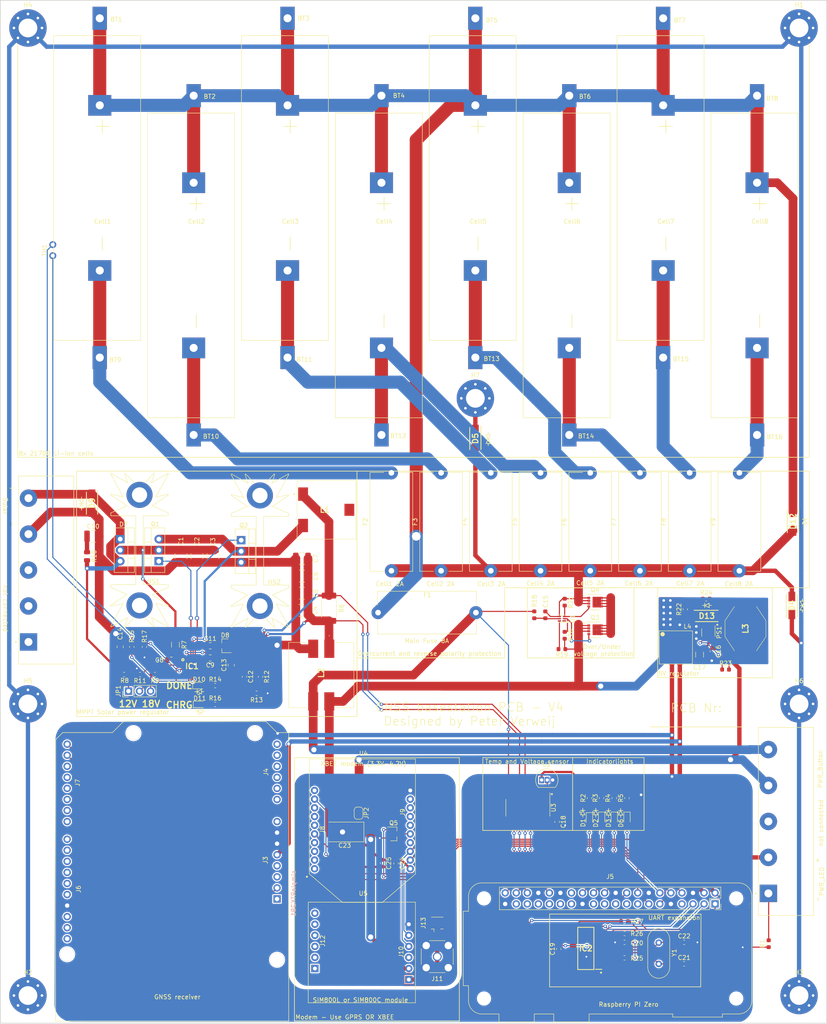
<source format=kicad_pcb>
(kicad_pcb (version 20171130) (host pcbnew "(5.1.5-0-10_14)")
  (layers (0 F.Cu signal) (31 B.Cu signal) (34 B.Paste user) (35 F.Paste user) (36 B.SilkS user) (37 F.SilkS user) (38 B.Mask user) (39 F.Mask user) (44 Edge.Cuts user))
  (net 0 "")
  (net 1 "Net-(BT1-Pad2)")
  (net 2 "Net-(BT2-Pad2)")
  (net 3 "Net-(BT3-Pad2)")
  (net 4 "Net-(BT4-Pad2)")
  (net 5 "Net-(BT5-Pad2)")
  (net 6 "Net-(BT6-Pad2)")
  (net 7 "Net-(BT7-Pad2)")
  (net 8 "Net-(BT8-Pad2)")
  (net 9 /Solarconverter/Solar_IN_0V)
  (net 10 /Solarconverter/Solar_IN_VCC)
  (net 11 /Batt_0V)
  (net 12 /Powerbutton_OUT)
  (net 13 /Solarconverter/DONE)
  (net 14 /Solarconverter/CHRG)
  (net 15 /Converter_5V)
  (net 16 /Converter_0V)
  (net 17 "Net-(Q3-Pad4)")
  (net 18 "Net-(BT1-Pad1)")
  (net 19 "Net-(D1-Pad1)")
  (net 20 "Net-(PS1-Pad4)")
  (net 21 "Net-(PS1-Pad3)")
  (net 22 /ESD_ground)
  (net 23 "Net-(J1-Pad3)")
  (net 24 /Solarconverter/TERM_EN)
  (net 25 "Net-(IC1-Pad2)")
  (net 26 "Net-(IC1-Pad15)")
  (net 27 "Net-(IC1-Pad13)")
  (net 28 /Solarconverter/TS)
  (net 29 "Net-(Q3-Pad5)")
  (net 30 "Net-(Q4-Pad4)")
  (net 31 "Net-(C15-Pad1)")
  (net 32 "Net-(C17-Pad1)")
  (net 33 "Net-(D2-Pad1)")
  (net 34 "Net-(C12-Pad2)")
  (net 35 /Batt_VCC)
  (net 36 /RPI_3.3V)
  (net 37 /LED4)
  (net 38 /LED3)
  (net 39 "Net-(D3-Pad1)")
  (net 40 /LED2)
  (net 41 "Net-(D4-Pad1)")
  (net 42 /LED1)
  (net 43 "Net-(D5-Pad1)")
  (net 44 "Net-(D6-Pad1)")
  (net 45 /Modem_RX)
  (net 46 /Modem_TX)
  (net 47 /P_IRQ)
  (net 48 /GNSS_RX)
  (net 49 /GNSS_TX)
  (net 50 "Net-(simpleRTK2B1-Pad17)")
  (net 51 "Net-(simpleRTK2B1-Pad14)")
  (net 52 "Net-(simpleRTK2B1-Pad13)")
  (net 53 "Net-(simpleRTK2B1-Pad19)")
  (net 54 "Net-(simpleRTK2B1-Pad12)")
  (net 55 "Net-(simpleRTK2B1-Pad20)")
  (net 56 "Net-(simpleRTK2B1-Pad11)")
  (net 57 "Net-(simpleRTK2B1-Pad21)")
  (net 58 "Net-(simpleRTK2B1-Pad10)")
  (net 59 "Net-(simpleRTK2B1-Pad22)")
  (net 60 "Net-(simpleRTK2B1-Pad9)")
  (net 61 "Net-(simpleRTK2B1-Pad23)")
  (net 62 "Net-(simpleRTK2B1-Pad8)")
  (net 63 "Net-(simpleRTK2B1-PadRX2)")
  (net 64 "Net-(simpleRTK2B1-Pad25)")
  (net 65 "Net-(simpleRTK2B1-Pad26)")
  (net 66 "Net-(simpleRTK2B1-Pad27)")
  (net 67 "Net-(simpleRTK2B1-Pad4)")
  (net 68 "Net-(simpleRTK2B1-Pad28)")
  (net 69 "Net-(simpleRTK2B1-Pad3)")
  (net 70 "Net-(simpleRTK2B1-Pad29)")
  (net 71 "Net-(simpleRTK2B1-PadTX2)")
  (net 72 "Net-(simpleRTK2B1-Pad1)")
  (net 73 "Net-(simpleRTK2B1-Pad16)")
  (net 74 "Net-(simpleRTK2B1-Pad15)")
  (net 75 /P_CLK)
  (net 76 /P_Dout)
  (net 77 /P_Din)
  (net 78 /P_CS-SHDN)
  (net 79 "Net-(U3-Pad4)")
  (net 80 "Net-(U3-Pad3)")
  (net 81 "Net-(U3-Pad2)")
  (net 82 /P_SDA)
  (net 83 /P_SCL)
  (net 84 "Net-(J5-Pad21)")
  (net 85 "Net-(J5-Pad29)")
  (net 86 "Net-(J5-Pad7)")
  (net 87 "Net-(J5-Pad31)")
  (net 88 "Net-(J5-Pad17)")
  (net 89 "Net-(J5-Pad35)")
  (net 90 "Net-(J5-Pad33)")
  (net 91 "Net-(J5-Pad37)")
  (net 92 "Net-(J5-Pad19)")
  (net 93 "Net-(J5-Pad28)")
  (net 94 "Net-(J5-Pad27)")
  (net 95 "Net-(J5-Pad23)")
  (net 96 "Net-(J5-Pad15)")
  (net 97 "Net-(J1-Pad2)")
  (net 98 "Net-(J1-Pad1)")
  (net 99 "Net-(U3-Pad7)")
  (net 100 /Sensors/Temp_SENS)
  (net 101 /Shuntmeasure_high)
  (net 102 /Shuntmeasure_low)
  (net 103 "Net-(U4-Pad13)")
  (net 104 "Net-(U4-Pad14)")
  (net 105 "Net-(U4-Pad15)")
  (net 106 "Net-(U4-Pad17)")
  (net 107 "Net-(U4-Pad18)")
  (net 108 "Net-(U4-Pad19)")
  (net 109 "Net-(U4-Pad20)")
  (net 110 "Net-(U4-Pad11)")
  (net 111 "Net-(U4-Pad4)")
  (net 112 "Net-(U4-Pad6)")
  (net 113 "Net-(U4-Pad7)")
  (net 114 "Net-(U4-Pad8)")
  (net 115 "Net-(U4-Pad9)")
  (net 116 "Net-(U5-Pad12)")
  (net 117 "Net-(U5-Pad11)")
  (net 118 "Net-(U5-Pad10)")
  (net 119 "Net-(U5-Pad9)")
  (net 120 "Net-(U5-Pad8)")
  (net 121 "Net-(U5-Pad7)")
  (net 122 "Net-(U5-Pad3)")
  (net 123 /Rpi_Xbee_Reset)
  (net 124 /Xbee-RTS)
  (net 125 /Xbee-CTS)
  (net 126 /Modem_sockets/Xbee-reset)
  (net 127 /Modem_sockets/NET)
  (net 128 /Modem_sockets/Powerbutton_VCC)
  (net 129 "Net-(C1-Pad2)")
  (net 130 "Net-(C8-Pad2)")
  (net 131 "Net-(C9-Pad2)")
  (net 132 "Net-(C10-Pad1)")
  (net 133 "Net-(C11-Pad2)")
  (net 134 "Net-(C11-Pad1)")
  (net 135 "Net-(C21-Pad1)")
  (net 136 "Net-(C22-Pad1)")
  (net 137 "Net-(D10-Pad2)")
  (net 138 "Net-(D11-Pad2)")
  (net 139 "Net-(D13-Pad2)")
  (net 140 "Net-(IC2-Pad28)")
  (net 141 "Net-(IC2-Pad27)")
  (net 142 "Net-(IC2-Pad26)")
  (net 143 "Net-(IC2-Pad25)")
  (net 144 "Net-(IC2-Pad24)")
  (net 145 "Net-(IC2-Pad23)")
  (net 146 "Net-(IC2-Pad21)")
  (net 147 "Net-(IC2-Pad20)")
  (net 148 "Net-(IC2-Pad19)")
  (net 149 "Net-(IC2-Pad18)")
  (net 150 "Net-(IC2-Pad17)")
  (net 151 "Net-(IC2-Pad16)")
  (net 152 "Net-(IC2-Pad12)")
  (net 153 "Net-(IC2-Pad9)")
  (net 154 "Net-(IC2-Pad5)")
  (net 155 "Net-(IC2-Pad2)")
  (net 156 "Net-(IC2-Pad1)")
  (net 157 "Net-(J2-Pad3)")
  (net 158 "Net-(J2-Pad1)")
  (net 159 "Net-(JP1-Pad3)")
  (net 160 "Net-(JP1-Pad1)")
  (net 161 "Net-(R19-Pad1)")
  (net 162 "Net-(U1-Pad1)")
  (module Jumper:SolderJumper-2_P1.3mm_Bridged_RoundedPad1.0x1.5mm (layer F.Cu) (at 82.3595 186.7535 270)
    (fp_text reference JP2 (at 0 -1.8 90) (layer F.SilkS))
    (fp_text value Jumper)
    (fp_poly (pts (xy 0.25 -0.3) (xy -0.25 -0.3) (xy -0.25 0.3) (xy 0.25 0.3)) (layer F.Cu) (width 0))
    (pad 1 smd custom (at -0.65 0 270) (size 1 0.5) (layers F.Cu F.Mask) (net 12 /Powerbutton_OUT) (options (clearance outline) (anchor rect)) (primitives (gr_circle (center 0 0.25) (end 0.5 0.25) (width 0)) (gr_circle (center 0 -0.25) (end 0.5 -0.25) (width 0)) (gr_poly (pts (xy 0 -0.75) (xy 0.5 -0.75) (xy 0.5 0.75) (xy 0 0.75)) (width 0))))
    (pad 2 smd custom (at 0.65 0 270) (size 1 0.5) (layers F.Cu F.Mask) (net 128 /Modem_sockets/Powerbutton_VCC) (options (clearance outline) (anchor rect)) (primitives (gr_circle (center 0 0.25) (end 0.5 0.25) (width 0)) (gr_circle (center 0 -0.25) (end 0.5 -0.25) (width 0)) (gr_poly (pts (xy 0 -0.75) (xy -0.5 -0.75) (xy -0.5 0.75) (xy 0 0.75)) (width 0))))
  )
  (module "Footprints GNSS project:LocationMarker" (layer F.Cu) (at 94.2975 190.5 270)
    (fp_text reference J9 (at -3.937 1.778 90) (layer F.SilkS))
    (fp_text value "Female Header 1x10 pin (2mm spacing)")
  )
  (module "Footprints GNSS project:LocationMarker" (layer F.Cu) (at 72.263 190.5635 90)
    (fp_text reference J8 (at 0 1.778 90) (layer F.SilkS))
    (fp_text value "Female Header 1x10 pin (2mm spacing)")
  )
  (module "Footprints GNSS project:LocationMarker" (layer F.Cu) (at 72.3265 216.0905 90)
    (fp_text reference J12 (at 0 1.778 90) (layer F.SilkS))
    (fp_text value "Female Header 1x6 pin")
  )
  (module "Footprints GNSS project:LocationMarker" (layer F.Cu) (at 93.9165 218.6305 270)
    (fp_text reference J10 (at 0 1.778 90) (layer F.SilkS))
    (fp_text value "Female Header 1x6 pin")
  )
  (module Connector_Coaxial:U.FL_Hirose_U.FL-R-SMT-1_Vertical (layer F.Cu) (at 100.457 212.471 90)
    (fp_text reference J13 (at 0.475 -3.2 90) (layer F.SilkS))
    (fp_text value Conn_Coaxial)
    (pad 2 smd rect (at 0.475 -1.475 90) (size 2.2 1.05) (layers F.Cu F.Paste F.Mask) (net 11 /Batt_0V))
    (pad 1 smd rect (at -1.05 0 90) (size 1.05 1) (layers F.Cu F.Paste F.Mask) (net 127 /Modem_sockets/NET))
    (pad 2 smd rect (at 0.475 1.475 90) (size 2.2 1.05) (layers F.Cu F.Paste F.Mask) (net 11 /Batt_0V))
  )
  (module Package_TO_SOT_SMD:SOT-23 (layer F.Cu) (at 90.424 191.516)
    (fp_text reference Q5 (at 0 -2.5) (layer F.SilkS))
    (fp_text value DTC143Z)
    (pad 3 smd rect (at 1 0) (size 0.9 0.8) (layers F.Cu F.Paste F.Mask) (net 126 /Modem_sockets/Xbee-reset))
    (pad 2 smd rect (at -1 0.95) (size 0.9 0.8) (layers F.Cu F.Paste F.Mask) (net 11 /Batt_0V))
    (pad 1 smd rect (at -1 -0.95) (size 0.9 0.8) (layers F.Cu F.Paste F.Mask) (net 123 /Rpi_Xbee_Reset))
  )
  (module "Footprints GNSS project:Xbee-socket" (layer F.Cu) (at 95.4405 174.3075 180)
    (fp_text reference U4 (at 11.938 1.27) (layer F.SilkS))
    (fp_text value Xbee-socket)
    (pad 13 thru_hole circle (at 23.19 -11.22 180) (size 1.7 1.7) (drill 0.9) (layers *.Cu *.Mask) (net 103 "Net-(U4-Pad13)"))
    (pad 14 thru_hole circle (at 23.19 -13.22 180) (size 1.7 1.7) (drill 0.9) (layers *.Cu *.Mask) (net 104 "Net-(U4-Pad14)"))
    (pad 15 thru_hole circle (at 23.19 -15.22 180) (size 1.7 1.7) (drill 0.9) (layers *.Cu *.Mask) (net 105 "Net-(U4-Pad15)"))
    (pad 16 thru_hole circle (at 23.19 -17.22 180) (size 1.7 1.7) (drill 0.9) (layers *.Cu *.Mask) (net 124 /Xbee-RTS))
    (pad 17 thru_hole circle (at 23.19 -19.22 180) (size 1.7 1.7) (drill 0.9) (layers *.Cu *.Mask) (net 106 "Net-(U4-Pad17)"))
    (pad 18 thru_hole circle (at 23.19 -21.22 180) (size 1.7 1.7) (drill 0.9) (layers *.Cu *.Mask) (net 107 "Net-(U4-Pad18)"))
    (pad 19 thru_hole circle (at 23.19 -23.22 180) (size 1.7 1.7) (drill 0.9) (layers *.Cu *.Mask) (net 108 "Net-(U4-Pad19)"))
    (pad 20 thru_hole circle (at 23.19 -25.22 180) (size 1.7 1.7) (drill 0.9) (layers *.Cu *.Mask) (net 109 "Net-(U4-Pad20)"))
    (pad 11 thru_hole circle (at 23.19 -7.22 180) (size 1.7 1.7) (drill 0.9) (layers *.Cu *.Mask) (net 110 "Net-(U4-Pad11)"))
    (pad 12 thru_hole circle (at 23.19 -9.22 180) (size 1.7 1.7) (drill 0.9) (layers *.Cu *.Mask) (net 125 /Xbee-CTS))
    (pad 1 thru_hole circle (at 1.19 -25.22 180) (size 1.7 1.7) (drill 0.9) (layers *.Cu *.Mask) (net 128 /Modem_sockets/Powerbutton_VCC))
    (pad 2 thru_hole circle (at 1.19 -23.22 180) (size 1.7 1.7) (drill 0.9) (layers *.Cu *.Mask) (net 46 /Modem_TX))
    (pad 3 thru_hole circle (at 1.19 -21.22 180) (size 1.7 1.7) (drill 0.9) (layers *.Cu *.Mask) (net 45 /Modem_RX))
    (pad 4 thru_hole circle (at 1.19 -19.22 180) (size 1.7 1.7) (drill 0.9) (layers *.Cu *.Mask) (net 111 "Net-(U4-Pad4)"))
    (pad 5 thru_hole circle (at 1.19 -17.22 180) (size 1.7 1.7) (drill 0.9) (layers *.Cu *.Mask) (net 126 /Modem_sockets/Xbee-reset))
    (pad 6 thru_hole circle (at 1.19 -15.22 180) (size 1.7 1.7) (drill 0.9) (layers *.Cu *.Mask) (net 112 "Net-(U4-Pad6)"))
    (pad 7 thru_hole circle (at 1.19 -13.22 180) (size 1.7 1.7) (drill 0.9) (layers *.Cu *.Mask) (net 113 "Net-(U4-Pad7)"))
    (pad 8 thru_hole circle (at 1.19 -11.22 180) (size 1.7 1.7) (drill 0.9) (layers *.Cu *.Mask) (net 114 "Net-(U4-Pad8)"))
    (pad 9 thru_hole circle (at 1.19 -9.22 180) (size 1.7 1.7) (drill 0.9) (layers *.Cu *.Mask) (net 115 "Net-(U4-Pad9)"))
    (pad 10 thru_hole circle (at 1.19 -7.22 180) (size 1.7 1.7) (drill 0.9) (layers *.Cu *.Mask) (net 11 /Batt_0V))
  )
  (module "Footprints GNSS project:SIM800module" (layer F.Cu) (at 95.4405 207.2005 180)
    (fp_text reference U5 (at 12 2) (layer F.SilkS))
    (fp_text value SIM800module)
    (pad 12 thru_hole rect (at 23.1145 -15.24 180) (size 1.7 1.7) (drill 0.9) (layers *.Cu *.Mask) (net 116 "Net-(U5-Pad12)"))
    (pad 11 thru_hole circle (at 23.1145 -12.7 180) (size 1.7 1.7) (drill 0.9) (layers *.Cu *.Mask) (net 117 "Net-(U5-Pad11)"))
    (pad 10 thru_hole circle (at 23.1145 -10.16 180) (size 1.7 1.7) (drill 0.9) (layers *.Cu *.Mask) (net 118 "Net-(U5-Pad10)"))
    (pad 9 thru_hole circle (at 23.1145 -7.62 180) (size 1.7 1.7) (drill 0.9) (layers *.Cu *.Mask) (net 119 "Net-(U5-Pad9)"))
    (pad 8 thru_hole circle (at 23.1145 -5.08 180) (size 1.7 1.7) (drill 0.9) (layers *.Cu *.Mask) (net 120 "Net-(U5-Pad8)"))
    (pad 7 thru_hole circle (at 23.1145 -2.54 180) (size 1.7 1.7) (drill 0.9) (layers *.Cu *.Mask) (net 121 "Net-(U5-Pad7)"))
    (pad 1 thru_hole rect (at 1.5235 -17.78 180) (size 1.7 1.7) (drill 0.9) (layers *.Cu *.Mask) (net 127 /Modem_sockets/NET))
    (pad 2 thru_hole circle (at 1.5235 -15.24 180) (size 1.7 1.7) (drill 0.9) (layers *.Cu *.Mask) (net 12 /Powerbutton_OUT))
    (pad 3 thru_hole circle (at 1.5235 -12.7 180) (size 1.7 1.7) (drill 0.9) (layers *.Cu *.Mask) (net 122 "Net-(U5-Pad3)"))
    (pad 4 thru_hole circle (at 1.5235 -10.16 180) (size 1.7 1.7) (drill 0.9) (layers *.Cu *.Mask) (net 45 /Modem_RX))
    (pad 5 thru_hole circle (at 1.5235 -7.62 180) (size 1.7 1.7) (drill 0.9) (layers *.Cu *.Mask) (net 46 /Modem_TX))
    (pad 6 thru_hole circle (at 1.5235 -5.08 180) (size 1.7 1.7) (drill 0.9) (layers *.Cu *.Mask) (net 11 /Batt_0V))
  )
  (module Connector_Coaxial:SMA_Amphenol_132134_Vertical (layer F.Cu) (at 100.457 219.71)
    (fp_text reference J11 (at 0 5.08) (layer F.SilkS))
    (fp_text value Conn_Coaxial)
    (pad 2 thru_hole circle (at -2.54 2.54) (size 2.25 2.25) (drill 1.7) (layers *.Cu *.Mask) (net 11 /Batt_0V))
    (pad 2 thru_hole circle (at -2.54 -2.54) (size 2.25 2.25) (drill 1.7) (layers *.Cu *.Mask) (net 11 /Batt_0V))
    (pad 2 thru_hole circle (at 2.54 -2.54) (size 2.25 2.25) (drill 1.7) (layers *.Cu *.Mask) (net 11 /Batt_0V))
    (pad 2 thru_hole circle (at 2.54 2.54) (size 2.25 2.25) (drill 1.7) (layers *.Cu *.Mask) (net 11 /Batt_0V))
    (pad 1 thru_hole circle (at 0 0) (size 2.05 2.05) (drill 1.5) (layers *.Cu *.Mask) (net 127 /Modem_sockets/NET))
  )
  (module Capacitor_SMD:C_0603_1608Metric (layer F.Cu) (at 87.884 198.247 270)
    (fp_text reference C25 (at 0 -1.43 90) (layer F.SilkS))
    (fp_text value 33pF)
    (pad 2 smd roundrect (at 0.7875 0 270) (size 0.875 0.95) (layers F.Cu F.Paste F.Mask) (net 11 /Batt_0V))
    (pad 1 smd roundrect (at -0.7875 0 270) (size 0.875 0.95) (layers F.Cu F.Paste F.Mask) (net 128 /Modem_sockets/Powerbutton_VCC))
  )
  (module Capacitor_SMD:C_0603_1608Metric (layer F.Cu) (at 90.9955 198.3105 270)
    (fp_text reference C24 (at 0 -1.43 90) (layer F.SilkS))
    (fp_text value 10pF)
    (pad 2 smd roundrect (at 0.7875 0 270) (size 0.875 0.95) (layers F.Cu F.Paste F.Mask) (net 11 /Batt_0V))
    (pad 1 smd roundrect (at -0.7875 0 270) (size 0.875 0.95) (layers F.Cu F.Paste F.Mask) (net 128 /Modem_sockets/Powerbutton_VCC))
  )
  (module Capacitor_Tantalum_SMD:CP_EIA-7343-30_AVX-N (layer F.Cu) (at 79.1845 191.0715 180)
    (fp_text reference C23 (at 0 -3.1) (layer F.SilkS))
    (fp_text value 100µF)
    (pad 2 smd roundrect (at 3.1125 0 180) (size 2.075 2.55) (layers F.Cu F.Paste F.Mask) (roundrect_rratio 0.120482) (net 11 /Batt_0V))
    (pad 1 smd roundrect (at -3.1125 0 180) (size 2.075 2.55) (layers F.Cu F.Paste F.Mask) (roundrect_rratio 0.120482) (net 128 /Modem_sockets/Powerbutton_VCC))
  )
  (module "Footprints GNSS project:Keystone_246TR_20700" (layer F.Cu) (at 152.4 13.9925 270)
    (fp_text reference BT7 (at -9.4205 -3.81 180) (layer F.SilkS))
    (fp_text value Battery_Cell)
    (fp_text user - (at 41.885 -0.28 90) (layer F.SilkS) (effects (font (size 4 4))))
    (fp_text user + (at 14.961 -0.28 90) (layer F.SilkS) (effects (font (size 4 4))))
    (pad 2 thru_hole rect (at 68.085 0 270) (size 5.3 3.3) (drill 1.85) (layers *.Cu *.Mask) (net 7 "Net-(BT7-Pad2)"))
    (pad 2 thru_hole rect (at 48.085 0 90) (size 4.75 5.3) (drill 1.85) (layers *.Cu *.Mask) (net 7 "Net-(BT7-Pad2)"))
    (pad 1 thru_hole rect (at 10.135 0 90) (size 4.75 5.3) (drill 1.85) (layers *.Cu *.Mask) (net 18 "Net-(BT1-Pad1)"))
    (pad 1 thru_hole rect (at -9.865 0 270) (size 5.3 3.3) (drill 1.85) (layers *.Cu *.Mask) (net 18 "Net-(BT1-Pad1)"))
  )
  (module "Footprints GNSS project:Keystone_246TR_20700" (layer F.Cu) (at 109.22 13.9925 270)
    (fp_text reference BT5 (at -9.4205 -3.7465 180) (layer F.SilkS))
    (fp_text value Battery_Cell)
    (fp_text user - (at 41.885 -0.28 90) (layer F.SilkS) (effects (font (size 4 4))))
    (fp_text user + (at 14.961 -0.28 90) (layer F.SilkS) (effects (font (size 4 4))))
    (pad 2 thru_hole rect (at 68.085 0 270) (size 5.3 3.3) (drill 1.85) (layers *.Cu *.Mask) (net 5 "Net-(BT5-Pad2)"))
    (pad 2 thru_hole rect (at 48.085 0 90) (size 4.75 5.3) (drill 1.85) (layers *.Cu *.Mask) (net 5 "Net-(BT5-Pad2)"))
    (pad 1 thru_hole rect (at 10.135 0 90) (size 4.75 5.3) (drill 1.85) (layers *.Cu *.Mask) (net 18 "Net-(BT1-Pad1)"))
    (pad 1 thru_hole rect (at -9.865 0 270) (size 5.3 3.3) (drill 1.85) (layers *.Cu *.Mask) (net 18 "Net-(BT1-Pad1)"))
  )
  (module "Footprints GNSS project:Keystone_246TR_20700" (layer F.Cu) (at 66.04 13.9925 270)
    (fp_text reference BT3 (at -9.865 -3.683 180) (layer F.SilkS))
    (fp_text value Battery_Cell)
    (fp_text user - (at 41.885 -0.28 90) (layer F.SilkS) (effects (font (size 4 4))))
    (fp_text user + (at 14.961 -0.28 90) (layer F.SilkS) (effects (font (size 4 4))))
    (pad 2 thru_hole rect (at 68.085 0 270) (size 5.3 3.3) (drill 1.85) (layers *.Cu *.Mask) (net 3 "Net-(BT3-Pad2)"))
    (pad 2 thru_hole rect (at 48.085 0 90) (size 4.75 5.3) (drill 1.85) (layers *.Cu *.Mask) (net 3 "Net-(BT3-Pad2)"))
    (pad 1 thru_hole rect (at 10.135 0 90) (size 4.75 5.3) (drill 1.85) (layers *.Cu *.Mask) (net 18 "Net-(BT1-Pad1)"))
    (pad 1 thru_hole rect (at -9.865 0 270) (size 5.3 3.3) (drill 1.85) (layers *.Cu *.Mask) (net 18 "Net-(BT1-Pad1)"))
  )
  (module "Footprints GNSS project:Keystone_246TR_20700" (layer F.Cu) (at 22.86 13.9925 270)
    (fp_text reference BT1 (at -9.611 -3.81 180) (layer F.SilkS))
    (fp_text value Battery_Cell)
    (fp_text user - (at 41.885 -0.28 90) (layer F.SilkS) (effects (font (size 4 4))))
    (fp_text user + (at 14.961 -0.28 90) (layer F.SilkS) (effects (font (size 4 4))))
    (pad 2 thru_hole rect (at 68.085 0 270) (size 5.3 3.3) (drill 1.85) (layers *.Cu *.Mask) (net 1 "Net-(BT1-Pad2)"))
    (pad 2 thru_hole rect (at 48.085 0 90) (size 4.75 5.3) (drill 1.85) (layers *.Cu *.Mask) (net 1 "Net-(BT1-Pad2)"))
    (pad 1 thru_hole rect (at 10.135 0 90) (size 4.75 5.3) (drill 1.85) (layers *.Cu *.Mask) (net 18 "Net-(BT1-Pad1)"))
    (pad 1 thru_hole rect (at -9.865 0 270) (size 5.3 3.3) (drill 1.85) (layers *.Cu *.Mask) (net 18 "Net-(BT1-Pad1)"))
  )
  (module "Footprints GNSS project:Keystone_246TR_20700" (layer F.Cu) (at 130.81 31.7725 270)
    (fp_text reference BT6 (at -9.6745 -3.6195 180) (layer F.SilkS))
    (fp_text value Battery_Cell)
    (fp_text user - (at 41.885 -0.28 90) (layer F.SilkS) (effects (font (size 4 4))))
    (fp_text user + (at 14.961 -0.28 90) (layer F.SilkS) (effects (font (size 4 4))))
    (pad 2 thru_hole rect (at 68.085 0 270) (size 5.3 3.3) (drill 1.85) (layers *.Cu *.Mask) (net 6 "Net-(BT6-Pad2)"))
    (pad 2 thru_hole rect (at 48.085 0 90) (size 4.75 5.3) (drill 1.85) (layers *.Cu *.Mask) (net 6 "Net-(BT6-Pad2)"))
    (pad 1 thru_hole rect (at 10.135 0 90) (size 4.75 5.3) (drill 1.85) (layers *.Cu *.Mask) (net 18 "Net-(BT1-Pad1)"))
    (pad 1 thru_hole rect (at -9.865 0 270) (size 5.3 3.3) (drill 1.85) (layers *.Cu *.Mask) (net 18 "Net-(BT1-Pad1)"))
  )
  (module "Footprints GNSS project:Keystone_246TR_20700" (layer F.Cu) (at 173.99 31.7725 270)
    (fp_text reference BT8 (at -9.23 -3.4925 180) (layer F.SilkS))
    (fp_text value Battery_Cell)
    (fp_text user - (at 41.885 -0.28 90) (layer F.SilkS) (effects (font (size 4 4))))
    (fp_text user + (at 14.961 -0.28 90) (layer F.SilkS) (effects (font (size 4 4))))
    (pad 2 thru_hole rect (at 68.085 0 270) (size 5.3 3.3) (drill 1.85) (layers *.Cu *.Mask) (net 8 "Net-(BT8-Pad2)"))
    (pad 2 thru_hole rect (at 48.085 0 90) (size 4.75 5.3) (drill 1.85) (layers *.Cu *.Mask) (net 8 "Net-(BT8-Pad2)"))
    (pad 1 thru_hole rect (at 10.135 0 90) (size 4.75 5.3) (drill 1.85) (layers *.Cu *.Mask) (net 18 "Net-(BT1-Pad1)"))
    (pad 1 thru_hole rect (at -9.865 0 270) (size 5.3 3.3) (drill 1.85) (layers *.Cu *.Mask) (net 18 "Net-(BT1-Pad1)"))
  )
  (module "Footprints GNSS project:Keystone_246TR_20700" (layer F.Cu) (at 87.63 31.7725 270)
    (fp_text reference BT4 (at -9.865 -4.0005 180) (layer F.SilkS))
    (fp_text value Battery_Cell)
    (fp_text user - (at 41.885 -0.28 90) (layer F.SilkS) (effects (font (size 4 4))))
    (fp_text user + (at 14.961 -0.28 90) (layer F.SilkS) (effects (font (size 4 4))))
    (pad 2 thru_hole rect (at 68.085 0 270) (size 5.3 3.3) (drill 1.85) (layers *.Cu *.Mask) (net 4 "Net-(BT4-Pad2)"))
    (pad 2 thru_hole rect (at 48.085 0 90) (size 4.75 5.3) (drill 1.85) (layers *.Cu *.Mask) (net 4 "Net-(BT4-Pad2)"))
    (pad 1 thru_hole rect (at 10.135 0 90) (size 4.75 5.3) (drill 1.85) (layers *.Cu *.Mask) (net 18 "Net-(BT1-Pad1)"))
    (pad 1 thru_hole rect (at -9.865 0 270) (size 5.3 3.3) (drill 1.85) (layers *.Cu *.Mask) (net 18 "Net-(BT1-Pad1)"))
  )
  (module "Footprints GNSS project:Keystone_246TR_20700" (layer F.Cu) (at 44.45 31.7725 270)
    (fp_text reference BT2 (at -9.6745 -3.683 180) (layer F.SilkS))
    (fp_text value Battery_Cell)
    (fp_text user - (at 41.885 -0.28 90) (layer F.SilkS) (effects (font (size 4 4))))
    (fp_text user + (at 14.961 -0.28 90) (layer F.SilkS) (effects (font (size 4 4))))
    (pad 2 thru_hole rect (at 68.085 0 270) (size 5.3 3.3) (drill 1.85) (layers *.Cu *.Mask) (net 2 "Net-(BT2-Pad2)"))
    (pad 2 thru_hole rect (at 48.085 0 90) (size 4.75 5.3) (drill 1.85) (layers *.Cu *.Mask) (net 2 "Net-(BT2-Pad2)"))
    (pad 1 thru_hole rect (at 10.135 0 90) (size 4.75 5.3) (drill 1.85) (layers *.Cu *.Mask) (net 18 "Net-(BT1-Pad1)"))
    (pad 1 thru_hole rect (at -9.865 0 270) (size 5.3 3.3) (drill 1.85) (layers *.Cu *.Mask) (net 18 "Net-(BT1-Pad1)"))
  )
  (module "Footprints GNSS project:simpleRTK2Bheaders_faceup" (layer F.Cu) (at 12.573 234.657 90)
    (fp_text reference simpleRTK2B1 (at 29.464 54.864 -90) (layer B.SilkS) (effects (justify mirror)))
    (fp_text value simpleRTK2B_header)
    (pad "" thru_hole circle (at 66.294 45.974) (size 3.2 3.2) (drill 3.2) (layers *.Cu *.Mask))
    (pad "" thru_hole circle (at 66.294 18.034) (size 3.2 3.2) (drill 3.2) (layers *.Cu *.Mask))
    (pad "" thru_hole circle (at 15.494 2.794) (size 3.2 3.2) (drill 3.2) (layers *.Cu *.Mask))
    (pad "" thru_hole circle (at 14.224 51.054) (size 3.2 3.2) (drill 3.2) (layers *.Cu *.Mask))
    (pad RX1 thru_hole oval (at 61.214 2.794) (size 1.7 1.7) (drill 1) (layers *.Cu *.Mask) (net 48 /GNSS_RX))
    (pad TX1 thru_hole oval (at 63.754 2.794) (size 1.7 1.7) (drill 1) (layers *.Cu *.Mask) (net 49 /GNSS_TX))
    (pad 17 thru_hole oval (at 24.134 2.794) (size 1.7 1.7) (drill 1) (layers *.Cu *.Mask) (net 50 "Net-(simpleRTK2B1-Pad17)"))
    (pad 14 thru_hole oval (at 63.754 51.054) (size 1.7 1.7) (drill 1) (layers *.Cu *.Mask) (net 51 "Net-(simpleRTK2B1-Pad14)"))
    (pad GND3 thru_hole oval (at 26.674 2.794) (size 1.7 1.7) (drill 1) (layers *.Cu *.Mask) (net 16 /Converter_0V))
    (pad 13 thru_hole oval (at 61.214 51.054) (size 1.7 1.7) (drill 1) (layers *.Cu *.Mask) (net 52 "Net-(simpleRTK2B1-Pad13)"))
    (pad 19 thru_hole oval (at 29.214 2.794) (size 1.7 1.7) (drill 1) (layers *.Cu *.Mask) (net 53 "Net-(simpleRTK2B1-Pad19)"))
    (pad 12 thru_hole oval (at 58.674 51.054) (size 1.7 1.7) (drill 1) (layers *.Cu *.Mask) (net 54 "Net-(simpleRTK2B1-Pad12)"))
    (pad 20 thru_hole oval (at 31.754 2.794) (size 1.7 1.7) (drill 1) (layers *.Cu *.Mask) (net 55 "Net-(simpleRTK2B1-Pad20)"))
    (pad 11 thru_hole oval (at 56.134 51.054) (size 1.7 1.7) (drill 1) (layers *.Cu *.Mask) (net 56 "Net-(simpleRTK2B1-Pad11)"))
    (pad 21 thru_hole oval (at 34.294 2.794) (size 1.7 1.7) (drill 1) (layers *.Cu *.Mask) (net 57 "Net-(simpleRTK2B1-Pad21)"))
    (pad 10 thru_hole oval (at 53.594 51.054) (size 1.7 1.7) (drill 1) (layers *.Cu *.Mask) (net 58 "Net-(simpleRTK2B1-Pad10)"))
    (pad 22 thru_hole oval (at 36.834 2.794) (size 1.7 1.7) (drill 1) (layers *.Cu *.Mask) (net 59 "Net-(simpleRTK2B1-Pad22)"))
    (pad 9 thru_hole oval (at 51.054 51.054) (size 1.7 1.7) (drill 1) (layers *.Cu *.Mask) (net 60 "Net-(simpleRTK2B1-Pad9)"))
    (pad 23 thru_hole oval (at 39.374 2.794) (size 1.7 1.7) (drill 1) (layers *.Cu *.Mask) (net 61 "Net-(simpleRTK2B1-Pad23)"))
    (pad 8 thru_hole oval (at 45.974 51.054) (size 1.7 1.7) (drill 1) (layers *.Cu *.Mask) (net 62 "Net-(simpleRTK2B1-Pad8)"))
    (pad RX2 thru_hole oval (at 41.914 2.794) (size 1.7 1.7) (drill 1) (layers *.Cu *.Mask) (net 63 "Net-(simpleRTK2B1-PadRX2)"))
    (pad GND2 thru_hole oval (at 43.434 51.054) (size 1.7 1.7) (drill 1) (layers *.Cu *.Mask) (net 16 /Converter_0V))
    (pad 25 thru_hole oval (at 45.974 2.794) (size 1.7 1.7) (drill 1) (layers *.Cu *.Mask) (net 64 "Net-(simpleRTK2B1-Pad25)"))
    (pad GND1 thru_hole oval (at 40.894 51.054) (size 1.7 1.7) (drill 1) (layers *.Cu *.Mask) (net 16 /Converter_0V))
    (pad 26 thru_hole oval (at 48.514 2.794) (size 1.7 1.7) (drill 1) (layers *.Cu *.Mask) (net 65 "Net-(simpleRTK2B1-Pad26)"))
    (pad 5V thru_hole oval (at 38.354 51.054) (size 1.7 1.7) (drill 1) (layers *.Cu *.Mask) (net 15 /Converter_5V))
    (pad 27 thru_hole oval (at 51.054 2.794) (size 1.7 1.7) (drill 1) (layers *.Cu *.Mask) (net 66 "Net-(simpleRTK2B1-Pad27)"))
    (pad 4 thru_hole oval (at 35.814 51.054) (size 1.7 1.7) (drill 1) (layers *.Cu *.Mask) (net 67 "Net-(simpleRTK2B1-Pad4)"))
    (pad 28 thru_hole oval (at 53.594 2.794) (size 1.7 1.7) (drill 1) (layers *.Cu *.Mask) (net 68 "Net-(simpleRTK2B1-Pad28)"))
    (pad 3 thru_hole oval (at 33.274 51.054) (size 1.7 1.7) (drill 1) (layers *.Cu *.Mask) (net 69 "Net-(simpleRTK2B1-Pad3)"))
    (pad 29 thru_hole oval (at 56.134 2.794) (size 1.7 1.7) (drill 1) (layers *.Cu *.Mask) (net 70 "Net-(simpleRTK2B1-Pad29)"))
    (pad IOREF thru_hole oval (at 30.734 51.054) (size 1.7 1.7) (drill 1) (layers *.Cu *.Mask) (net 36 /RPI_3.3V))
    (pad TX2 thru_hole oval (at 58.674 2.794) (size 1.7 1.7) (drill 1) (layers *.Cu *.Mask) (net 71 "Net-(simpleRTK2B1-PadTX2)"))
    (pad 1 thru_hole rect (at 28.194 51.054) (size 1.7 1.7) (drill 1) (layers *.Cu *.Mask) (net 72 "Net-(simpleRTK2B1-Pad1)"))
    (pad 16 thru_hole oval (at 21.594 2.794) (size 1.7 1.7) (drill 1) (layers *.Cu *.Mask) (net 73 "Net-(simpleRTK2B1-Pad16)"))
    (pad 15 thru_hole oval (at 19.054 2.794) (size 1.7 1.7) (drill 1) (layers *.Cu *.Mask) (net 74 "Net-(simpleRTK2B1-Pad15)"))
  )
  (module "Footprints GNSS project:TO-92L_Inline" (layer F.Cu) (at 124.46 179.1335)
    (fp_text reference U2 (at 1.19 -3.56) (layer F.SilkS))
    (fp_text value LM35-LP)
    (pad 1 thru_hole rect (at 0 0) (size 1.12 1.5) (drill 0.75) (layers *.Cu *.Mask) (net 15 /Converter_5V))
    (pad 3 thru_hole roundrect (at 2.54 0) (size 1.12 1.5) (drill 0.75) (layers *.Cu *.Mask) (net 16 /Converter_0V))
    (pad 2 thru_hole roundrect (at 1.27 0) (size 1.12 1.5) (drill 0.75) (layers *.Cu *.Mask) (net 100 /Sensors/Temp_SENS))
  )
  (module "Footprints GNSS project:LocationMarker" (layer F.Cu) (at 15.3035 179.7685 90)
    (fp_text reference J7 (at 0 2.4765 90) (layer F.SilkS))
    (fp_text value "Female Header 1x8 pin")
  )
  (module "Footprints GNSS project:LocationMarker" (layer F.Cu) (at 63.5635 177.292 270)
    (fp_text reference J4 (at 0 2.4765 90) (layer F.SilkS))
    (fp_text value "Female Header 1x6 pin")
  )
  (module "Footprints GNSS project:LocationMarker" (layer F.Cu) (at 15.367 204.216 90)
    (fp_text reference J6 (at 0 2.6035 90) (layer F.SilkS))
    (fp_text value "Female Header 1x10 pin")
  )
  (module "Footprints GNSS project:LocationMarker" (layer F.Cu) (at 63.627 197.5485 270)
    (fp_text reference J3 (at 0 2.667 90) (layer F.SilkS))
    (fp_text value "Female Header 1x8 pin")
  )
  (module "Footprints GNSS project:TE_1-1437667-1" (layer F.Cu) (at 176.5935 188.6585 90)
    (fp_text reference J2 (at -19.425 -3.925 90) (layer F.SilkS) (effects (font (thickness 0.015))))
    (fp_text value Conn_01x05_Female)
    (pad 5 thru_hole circle (at 16.52 0 90) (size 4 4) (drill 1.83) (layers *.Cu *.Mask) (net 35 /Batt_VCC))
    (pad 4 thru_hole circle (at 8.26 0 90) (size 4 4) (drill 1.83) (layers *.Cu *.Mask) (net 12 /Powerbutton_OUT))
    (pad 3 thru_hole circle (at 0 0 90) (size 4 4) (drill 1.83) (layers *.Cu *.Mask) (net 157 "Net-(J2-Pad3)"))
    (pad 2 thru_hole circle (at -8.26 0 90) (size 4 4) (drill 1.83) (layers *.Cu *.Mask) (net 15 /Converter_5V))
    (pad 1 thru_hole rect (at -16.52 0 90) (size 4 4) (drill 1.83) (layers *.Cu *.Mask) (net 158 "Net-(J2-Pad1)"))
  )
  (module "Footprints GNSS project:TE_1-1437667-1" (layer F.Cu) (at 6.477 130.898 90)
    (fp_text reference J1 (at -19.425 -3.925 90) (layer F.SilkS) (effects (font (thickness 0.015))))
    (fp_text value Conn_01x05_Female)
    (pad 5 thru_hole circle (at 16.52 0 90) (size 4 4) (drill 1.83) (layers *.Cu *.Mask) (net 10 /Solarconverter/Solar_IN_VCC))
    (pad 4 thru_hole circle (at 8.26 0 90) (size 4 4) (drill 1.83) (layers *.Cu *.Mask) (net 9 /Solarconverter/Solar_IN_0V))
    (pad 3 thru_hole circle (at 0 0 90) (size 4 4) (drill 1.83) (layers *.Cu *.Mask) (net 23 "Net-(J1-Pad3)"))
    (pad 2 thru_hole circle (at -8.26 0 90) (size 4 4) (drill 1.83) (layers *.Cu *.Mask) (net 97 "Net-(J1-Pad2)"))
    (pad 1 thru_hole rect (at -16.52 0 90) (size 4 4) (drill 1.83) (layers *.Cu *.Mask) (net 98 "Net-(J1-Pad1)"))
  )
  (module "Footprints GNSS project:LocationMarker" (layer F.Cu) (at 173.99 89.9922 90)
    (fp_text reference BT16 (at -10.326 4.064 180) (layer F.SilkS))
    (fp_text value Battery_Cell)
  )
  (module "Footprints GNSS project:LocationMarker" (layer F.Cu) (at 152.4 72.2122 90)
    (fp_text reference BT15 (at -10.199 4.064 180) (layer F.SilkS))
    (fp_text value Battery_Cell)
  )
  (module "Footprints GNSS project:LocationMarker" (layer F.Cu) (at 130.81 89.9922 90)
    (fp_text reference BT14 (at -10.1355 3.8735 180) (layer F.SilkS))
    (fp_text value Battery_Cell)
  )
  (module "Footprints GNSS project:LocationMarker" (layer F.Cu) (at 109.22 72.2122 90)
    (fp_text reference BT13 (at -10.1355 3.7465 180) (layer F.SilkS))
    (fp_text value Battery_Cell)
  )
  (module "Footprints GNSS project:LocationMarker" (layer F.Cu) (at 87.63 89.9922 90)
    (fp_text reference BT12 (at -10.072 3.8735 180) (layer F.SilkS))
    (fp_text value Battery_Cell)
  )
  (module "Footprints GNSS project:LocationMarker" (layer F.Cu) (at 66.04 72.2122 90)
    (fp_text reference BT11 (at -10.326 3.8735 180) (layer F.SilkS))
    (fp_text value Battery_Cell)
  )
  (module "Footprints GNSS project:LocationMarker" (layer F.Cu) (at 44.45 89.9922 90)
    (fp_text reference BT10 (at -10.199 4.0005 180) (layer F.SilkS))
    (fp_text value Battery_Cell)
  )
  (module "Footprints GNSS project:LocationMarker" (layer F.Cu) (at 22.86 72.2122 90)
    (fp_text reference BT9 (at -10.3895 3.556 180) (layer F.SilkS))
    (fp_text value Battery_Cell)
  )
  (module "Footprints GNSS project:Raspberry_Pi_Zero_Socketed_THT_FaceDown_MountingHoles" (layer F.Cu) (at 164.338 207.606 270)
    (fp_text reference J5 (at -6.27 24.13) (layer F.SilkS))
    (fp_text value RPi_header)
    (pad "" np_thru_hole circle (at -1.27 53.13) (size 2.75 2.75) (drill 2.75) (layers *.Cu *.Mask))
    (pad "" np_thru_hole circle (at 21.73 -4.87) (size 2.75 2.75) (drill 2.75) (layers *.Cu *.Mask))
    (pad "" np_thru_hole circle (at 21.73 53.13) (size 2.75 2.75) (drill 2.75) (layers *.Cu *.Mask))
    (pad "" np_thru_hole circle (at -1.27 -4.87) (size 2.75 2.75) (drill 2.75) (layers *.Cu *.Mask))
    (pad 40 thru_hole oval (at -2.54 48.26 270) (size 1.7 1.7) (drill 1) (layers *.Cu *.Mask) (net 78 /P_CS-SHDN))
    (pad 39 thru_hole oval (at 0 48.26 270) (size 1.7 1.7) (drill 1) (layers *.Cu *.Mask) (net 16 /Converter_0V))
    (pad 26 thru_hole oval (at -2.54 30.48 270) (size 1.7 1.7) (drill 1) (layers *.Cu *.Mask) (net 37 /LED4))
    (pad 25 thru_hole oval (at 0 30.48 270) (size 1.7 1.7) (drill 1) (layers *.Cu *.Mask) (net 16 /Converter_0V))
    (pad 22 thru_hole oval (at -2.54 25.4 270) (size 1.7 1.7) (drill 1) (layers *.Cu *.Mask) (net 40 /LED2))
    (pad 21 thru_hole oval (at 0 25.4 270) (size 1.7 1.7) (drill 1) (layers *.Cu *.Mask) (net 84 "Net-(J5-Pad21)"))
    (pad 30 thru_hole oval (at -2.54 35.56 270) (size 1.7 1.7) (drill 1) (layers *.Cu *.Mask) (net 16 /Converter_0V))
    (pad 29 thru_hole oval (at 0 35.56 270) (size 1.7 1.7) (drill 1) (layers *.Cu *.Mask) (net 85 "Net-(J5-Pad29)"))
    (pad 8 thru_hole oval (at -2.54 7.62 270) (size 1.7 1.7) (drill 1) (layers *.Cu *.Mask) (net 45 /Modem_RX))
    (pad 7 thru_hole oval (at 0 7.62 270) (size 1.7 1.7) (drill 1) (layers *.Cu *.Mask) (net 86 "Net-(J5-Pad7)"))
    (pad 32 thru_hole oval (at -2.54 38.1 270) (size 1.7 1.7) (drill 1) (layers *.Cu *.Mask) (net 75 /P_CLK))
    (pad 31 thru_hole oval (at 0 38.1 270) (size 1.7 1.7) (drill 1) (layers *.Cu *.Mask) (net 87 "Net-(J5-Pad31)"))
    (pad 18 thru_hole oval (at -2.54 20.32 270) (size 1.7 1.7) (drill 1) (layers *.Cu *.Mask) (net 47 /P_IRQ))
    (pad 17 thru_hole oval (at 0 20.32 270) (size 1.7 1.7) (drill 1) (layers *.Cu *.Mask) (net 88 "Net-(J5-Pad17)"))
    (pad 36 thru_hole oval (at -2.54 43.18 270) (size 1.7 1.7) (drill 1) (layers *.Cu *.Mask) (net 76 /P_Dout))
    (pad 35 thru_hole oval (at 0 43.18 270) (size 1.7 1.7) (drill 1) (layers *.Cu *.Mask) (net 89 "Net-(J5-Pad35)"))
    (pad 34 thru_hole oval (at -2.54 40.64 270) (size 1.7 1.7) (drill 1) (layers *.Cu *.Mask) (net 16 /Converter_0V))
    (pad 33 thru_hole oval (at 0 40.64 270) (size 1.7 1.7) (drill 1) (layers *.Cu *.Mask) (net 90 "Net-(J5-Pad33)"))
    (pad 38 thru_hole oval (at -2.54 45.72 270) (size 1.7 1.7) (drill 1) (layers *.Cu *.Mask) (net 77 /P_Din))
    (pad 37 thru_hole oval (at 0 45.72 270) (size 1.7 1.7) (drill 1) (layers *.Cu *.Mask) (net 91 "Net-(J5-Pad37)"))
    (pad 20 thru_hole oval (at -2.54 22.86 270) (size 1.7 1.7) (drill 1) (layers *.Cu *.Mask) (net 16 /Converter_0V))
    (pad 19 thru_hole oval (at 0 22.86 270) (size 1.7 1.7) (drill 1) (layers *.Cu *.Mask) (net 92 "Net-(J5-Pad19)"))
    (pad 10 thru_hole oval (at -2.54 10.16 270) (size 1.7 1.7) (drill 1) (layers *.Cu *.Mask) (net 46 /Modem_TX))
    (pad 9 thru_hole oval (at 0 10.16 270) (size 1.7 1.7) (drill 1) (layers *.Cu *.Mask) (net 16 /Converter_0V))
    (pad 14 thru_hole oval (at -2.54 15.24 270) (size 1.7 1.7) (drill 1) (layers *.Cu *.Mask) (net 16 /Converter_0V))
    (pad 13 thru_hole oval (at 0 15.24 270) (size 1.7 1.7) (drill 1) (layers *.Cu *.Mask) (net 123 /Rpi_Xbee_Reset))
    (pad 28 thru_hole oval (at -2.54 33.02 270) (size 1.7 1.7) (drill 1) (layers *.Cu *.Mask) (net 93 "Net-(J5-Pad28)"))
    (pad 27 thru_hole oval (at 0 33.02 270) (size 1.7 1.7) (drill 1) (layers *.Cu *.Mask) (net 94 "Net-(J5-Pad27)"))
    (pad 12 thru_hole oval (at -2.54 12.7 270) (size 1.7 1.7) (drill 1) (layers *.Cu *.Mask) (net 42 /LED1))
    (pad 11 thru_hole oval (at 0 12.7 270) (size 1.7 1.7) (drill 1) (layers *.Cu *.Mask) (net 124 /Xbee-RTS))
    (pad 24 thru_hole oval (at -2.54 27.94 270) (size 1.7 1.7) (drill 1) (layers *.Cu *.Mask) (net 38 /LED3))
    (pad 23 thru_hole oval (at 0 27.94 270) (size 1.7 1.7) (drill 1) (layers *.Cu *.Mask) (net 95 "Net-(J5-Pad23)"))
    (pad 1 thru_hole rect (at 0 0 270) (size 1.7 1.7) (drill 1) (layers *.Cu *.Mask) (net 36 /RPI_3.3V))
    (pad 2 thru_hole oval (at -2.54 0 270) (size 1.7 1.7) (drill 1) (layers *.Cu *.Mask) (net 15 /Converter_5V))
    (pad 5 thru_hole oval (at 0 5.08 270) (size 1.7 1.7) (drill 1) (layers *.Cu *.Mask) (net 83 /P_SCL))
    (pad 4 thru_hole oval (at -2.54 2.54 270) (size 1.7 1.7) (drill 1) (layers *.Cu *.Mask) (net 15 /Converter_5V))
    (pad 16 thru_hole oval (at -2.54 17.78 270) (size 1.7 1.7) (drill 1) (layers *.Cu *.Mask) (net 125 /Xbee-CTS))
    (pad 15 thru_hole oval (at 0 17.78 270) (size 1.7 1.7) (drill 1) (layers *.Cu *.Mask) (net 96 "Net-(J5-Pad15)"))
    (pad 3 thru_hole oval (at 0 2.54 270) (size 1.7 1.7) (drill 1) (layers *.Cu *.Mask) (net 82 /P_SDA))
    (pad 6 thru_hole oval (at -2.54 5.08 270) (size 1.7 1.7) (drill 1) (layers *.Cu *.Mask) (net 16 /Converter_0V))
  )
  (module "Footprints GNSS project:SOP65P640X110-28N" (layer F.Cu) (at 134.62 217.8295 180)
    (fp_text reference IC2 (at 0 0) (layer F.SilkS) (effects (font (size 1.27 1.27) (thickness 0.254))))
    (fp_text value SC16IS752IPW,128 hide)
    (pad 28 smd rect (at 2.938 -4.225 270) (size 0.45 1.475) (layers F.Cu F.Paste F.Mask) (net 140 "Net-(IC2-Pad28)"))
    (pad 27 smd rect (at 2.938 -3.575 270) (size 0.45 1.475) (layers F.Cu F.Paste F.Mask) (net 141 "Net-(IC2-Pad27)"))
    (pad 26 smd rect (at 2.938 -2.925 270) (size 0.45 1.475) (layers F.Cu F.Paste F.Mask) (net 142 "Net-(IC2-Pad26)"))
    (pad 25 smd rect (at 2.938 -2.275 270) (size 0.45 1.475) (layers F.Cu F.Paste F.Mask) (net 143 "Net-(IC2-Pad25)"))
    (pad 24 smd rect (at 2.938 -1.625 270) (size 0.45 1.475) (layers F.Cu F.Paste F.Mask) (net 144 "Net-(IC2-Pad24)"))
    (pad 23 smd rect (at 2.938 -0.975 270) (size 0.45 1.475) (layers F.Cu F.Paste F.Mask) (net 145 "Net-(IC2-Pad23)"))
    (pad 22 smd rect (at 2.938 -0.325 270) (size 0.45 1.475) (layers F.Cu F.Paste F.Mask) (net 16 /Converter_0V))
    (pad 21 smd rect (at 2.938 0.325 270) (size 0.45 1.475) (layers F.Cu F.Paste F.Mask) (net 146 "Net-(IC2-Pad21)"))
    (pad 20 smd rect (at 2.938 0.975 270) (size 0.45 1.475) (layers F.Cu F.Paste F.Mask) (net 147 "Net-(IC2-Pad20)"))
    (pad 19 smd rect (at 2.938 1.625 270) (size 0.45 1.475) (layers F.Cu F.Paste F.Mask) (net 148 "Net-(IC2-Pad19)"))
    (pad 18 smd rect (at 2.938 2.275 270) (size 0.45 1.475) (layers F.Cu F.Paste F.Mask) (net 149 "Net-(IC2-Pad18)"))
    (pad 17 smd rect (at 2.938 2.925 270) (size 0.45 1.475) (layers F.Cu F.Paste F.Mask) (net 150 "Net-(IC2-Pad17)"))
    (pad 16 smd rect (at 2.938 3.575 270) (size 0.45 1.475) (layers F.Cu F.Paste F.Mask) (net 151 "Net-(IC2-Pad16)"))
    (pad 15 smd rect (at 2.938 4.225 270) (size 0.45 1.475) (layers F.Cu F.Paste F.Mask) (net 47 /P_IRQ))
    (pad 14 smd rect (at -2.938 4.225 270) (size 0.45 1.475) (layers F.Cu F.Paste F.Mask) (net 82 /P_SDA))
    (pad 13 smd rect (at -2.938 3.575 270) (size 0.45 1.475) (layers F.Cu F.Paste F.Mask) (net 83 /P_SCL))
    (pad 12 smd rect (at -2.938 2.925 270) (size 0.45 1.475) (layers F.Cu F.Paste F.Mask) (net 152 "Net-(IC2-Pad12)"))
    (pad 11 smd rect (at -2.938 2.275 270) (size 0.45 1.475) (layers F.Cu F.Paste F.Mask) (net 36 /RPI_3.3V))
    (pad 10 smd rect (at -2.938 1.625 270) (size 0.45 1.475) (layers F.Cu F.Paste F.Mask) (net 36 /RPI_3.3V))
    (pad 9 smd rect (at -2.938 0.975 270) (size 0.45 1.475) (layers F.Cu F.Paste F.Mask) (net 153 "Net-(IC2-Pad9)"))
    (pad 8 smd rect (at -2.938 0.325 270) (size 0.45 1.475) (layers F.Cu F.Paste F.Mask) (net 15 /Converter_5V))
    (pad 7 smd rect (at -2.938 -0.325 270) (size 0.45 1.475) (layers F.Cu F.Paste F.Mask) (net 136 "Net-(C22-Pad1)"))
    (pad 6 smd rect (at -2.938 -0.975 270) (size 0.45 1.475) (layers F.Cu F.Paste F.Mask) (net 135 "Net-(C21-Pad1)"))
    (pad 5 smd rect (at -2.938 -1.625 270) (size 0.45 1.475) (layers F.Cu F.Paste F.Mask) (net 154 "Net-(IC2-Pad5)"))
    (pad 4 smd rect (at -2.938 -2.275 270) (size 0.45 1.475) (layers F.Cu F.Paste F.Mask) (net 49 /GNSS_TX))
    (pad 3 smd rect (at -2.938 -2.925 270) (size 0.45 1.475) (layers F.Cu F.Paste F.Mask) (net 48 /GNSS_RX))
    (pad 2 smd rect (at -2.938 -3.575 270) (size 0.45 1.475) (layers F.Cu F.Paste F.Mask) (net 155 "Net-(IC2-Pad2)"))
    (pad 1 smd rect (at -2.938 -4.225 270) (size 0.45 1.475) (layers F.Cu F.Paste F.Mask) (net 156 "Net-(IC2-Pad1)"))
  )
  (module Crystal:Crystal_HC49-4H_Vertical (layer F.Cu) (at 151.384 221.3855 90)
    (fp_text reference Y1 (at 2.5645 3.556 90) (layer F.SilkS))
    (fp_text value 14.7456M)
    (pad 2 thru_hole circle (at 4.88 0 90) (size 1.5 1.5) (drill 0.8) (layers *.Cu *.Mask) (net 136 "Net-(C22-Pad1)"))
    (pad 1 thru_hole circle (at 0 0 90) (size 1.5 1.5) (drill 0.8) (layers *.Cu *.Mask) (net 135 "Net-(C21-Pad1)"))
  )
  (module Package_SO:SOIC-16_3.9x9.9mm_P1.27mm (layer F.Cu) (at 121.285 185.508 270)
    (fp_text reference U3 (at 0 -5.9 90) (layer F.SilkS))
    (fp_text value MCP3008)
    (pad 16 smd roundrect (at 2.475 -4.445 270) (size 1.95 0.6) (layers F.Cu F.Paste F.Mask) (net 15 /Converter_5V))
    (pad 15 smd roundrect (at 2.475 -3.175 270) (size 1.95 0.6) (layers F.Cu F.Paste F.Mask) (net 15 /Converter_5V))
    (pad 14 smd roundrect (at 2.475 -1.905 270) (size 1.95 0.6) (layers F.Cu F.Paste F.Mask) (net 16 /Converter_0V))
    (pad 13 smd roundrect (at 2.475 -0.635 270) (size 1.95 0.6) (layers F.Cu F.Paste F.Mask) (net 75 /P_CLK))
    (pad 12 smd roundrect (at 2.475 0.635 270) (size 1.95 0.6) (layers F.Cu F.Paste F.Mask) (net 76 /P_Dout))
    (pad 11 smd roundrect (at 2.475 1.905 270) (size 1.95 0.6) (layers F.Cu F.Paste F.Mask) (net 77 /P_Din))
    (pad 10 smd roundrect (at 2.475 3.175 270) (size 1.95 0.6) (layers F.Cu F.Paste F.Mask) (net 78 /P_CS-SHDN))
    (pad 9 smd roundrect (at 2.475 4.445 270) (size 1.95 0.6) (layers F.Cu F.Paste F.Mask) (net 16 /Converter_0V))
    (pad 8 smd roundrect (at -2.475 4.445 270) (size 1.95 0.6) (layers F.Cu F.Paste F.Mask) (net 35 /Batt_VCC))
    (pad 7 smd roundrect (at -2.475 3.175 270) (size 1.95 0.6) (layers F.Cu F.Paste F.Mask) (net 99 "Net-(U3-Pad7)"))
    (pad 6 smd roundrect (at -2.475 1.905 270) (size 1.95 0.6) (layers F.Cu F.Paste F.Mask) (net 102 /Shuntmeasure_low))
    (pad 5 smd roundrect (at -2.475 0.635 270) (size 1.95 0.6) (layers F.Cu F.Paste F.Mask) (net 101 /Shuntmeasure_high))
    (pad 4 smd roundrect (at -2.475 -0.635 270) (size 1.95 0.6) (layers F.Cu F.Paste F.Mask) (net 79 "Net-(U3-Pad4)"))
    (pad 3 smd roundrect (at -2.475 -1.905 270) (size 1.95 0.6) (layers F.Cu F.Paste F.Mask) (net 80 "Net-(U3-Pad3)"))
    (pad 2 smd roundrect (at -2.475 -3.175 270) (size 1.95 0.6) (layers F.Cu F.Paste F.Mask) (net 81 "Net-(U3-Pad2)"))
    (pad 1 smd roundrect (at -2.475 -4.445 270) (size 1.95 0.6) (layers F.Cu F.Paste F.Mask) (net 100 /Sensors/Temp_SENS))
  )
  (module Resistor_SMD:R_0603_1608Metric (layer F.Cu) (at 143.51 211.6065 180)
    (fp_text reference R27 (at -2.921 -0.039) (layer F.SilkS))
    (fp_text value 1K)
    (pad 2 smd roundrect (at 0.7875 0 180) (size 0.875 0.95) (layers F.Cu F.Paste F.Mask) (net 47 /P_IRQ))
    (pad 1 smd roundrect (at -0.7875 0 180) (size 0.875 0.95) (layers F.Cu F.Paste F.Mask) (net 36 /RPI_3.3V))
  )
  (module Resistor_SMD:R_0603_1608Metric (layer F.Cu) (at 143.51 214.4005)
    (fp_text reference R26 (at 2.8575 0.039) (layer F.SilkS))
    (fp_text value 1K)
    (pad 2 smd roundrect (at 0.7875 0) (size 0.875 0.95) (layers F.Cu F.Paste F.Mask) (net 36 /RPI_3.3V))
    (pad 1 smd roundrect (at -0.7875 0) (size 0.875 0.95) (layers F.Cu F.Paste F.Mask) (net 153 "Net-(IC2-Pad9)"))
  )
  (module Resistor_SMD:R_0603_1608Metric (layer F.Cu) (at 143.51 219.9885)
    (fp_text reference R25 (at 2.8575 0.1025) (layer F.SilkS))
    (fp_text value 10K)
    (pad 2 smd roundrect (at 0.7875 0) (size 0.875 0.95) (layers F.Cu F.Paste F.Mask) (net 36 /RPI_3.3V))
    (pad 1 smd roundrect (at -0.7875 0) (size 0.875 0.95) (layers F.Cu F.Paste F.Mask) (net 154 "Net-(IC2-Pad5)"))
  )
  (module Resistor_SMD:R_0603_1608Metric (layer F.Cu) (at 176.657 216.75 90)
    (fp_text reference R1 (at 0 -1.43 90) (layer F.SilkS))
    (fp_text value 560)
    (pad 2 smd roundrect (at 0.7875 0 90) (size 0.875 0.95) (layers F.Cu F.Paste F.Mask) (net 158 "Net-(J2-Pad1)"))
    (pad 1 smd roundrect (at -0.7875 0 90) (size 0.875 0.95) (layers F.Cu F.Paste F.Mask) (net 16 /Converter_0V))
  )
  (module Resistor_SMD:R_0603_1608Metric (layer F.Cu) (at 144.0815 183.2855 90)
    (fp_text reference R5 (at 0 -1.43 90) (layer F.SilkS))
    (fp_text value 1.5K)
    (pad 2 smd roundrect (at 0.7875 0 90) (size 0.875 0.95) (layers F.Cu F.Paste F.Mask) (net 16 /Converter_0V))
    (pad 1 smd roundrect (at -0.7875 0 90) (size 0.875 0.95) (layers F.Cu F.Paste F.Mask) (net 44 "Net-(D6-Pad1)"))
  )
  (module Resistor_SMD:R_0603_1608Metric (layer F.Cu) (at 141.1605 183.2855 90)
    (fp_text reference R4 (at 0 -1.43 90) (layer F.SilkS))
    (fp_text value 1.5K)
    (pad 2 smd roundrect (at 0.7875 0 90) (size 0.875 0.95) (layers F.Cu F.Paste F.Mask) (net 16 /Converter_0V))
    (pad 1 smd roundrect (at -0.7875 0 90) (size 0.875 0.95) (layers F.Cu F.Paste F.Mask) (net 39 "Net-(D3-Pad1)"))
  )
  (module Resistor_SMD:R_0603_1608Metric (layer F.Cu) (at 138.2395 183.2855 90)
    (fp_text reference R3 (at 0 -1.43 90) (layer F.SilkS))
    (fp_text value 1.5K)
    (pad 2 smd roundrect (at 0.7875 0 90) (size 0.875 0.95) (layers F.Cu F.Paste F.Mask) (net 16 /Converter_0V))
    (pad 1 smd roundrect (at -0.7875 0 90) (size 0.875 0.95) (layers F.Cu F.Paste F.Mask) (net 33 "Net-(D2-Pad1)"))
  )
  (module Resistor_SMD:R_0603_1608Metric (layer F.Cu) (at 135.4455 183.2855 90)
    (fp_text reference R2 (at 0 -1.43 90) (layer F.SilkS))
    (fp_text value 1.5K)
    (pad 2 smd roundrect (at 0.7875 0 90) (size 0.875 0.95) (layers F.Cu F.Paste F.Mask) (net 16 /Converter_0V))
    (pad 1 smd roundrect (at -0.7875 0 90) (size 0.875 0.95) (layers F.Cu F.Paste F.Mask) (net 19 "Net-(D1-Pad1)"))
  )
  (module MountingHole:MountingHole_4.3mm_M4_Pad_Via (layer F.Cu) (at 6.35 228.65)
    (fp_text reference H2 (at 0 -5.3) (layer F.SilkS))
    (fp_text value Mounthole)
    (pad 1 thru_hole circle (at 2.280419 -2.280419) (size 0.9 0.9) (drill 0.6) (layers *.Cu *.Mask) (net 41 "Net-(D4-Pad1)"))
    (pad 1 thru_hole circle (at 0 -3.225) (size 0.9 0.9) (drill 0.6) (layers *.Cu *.Mask) (net 41 "Net-(D4-Pad1)"))
    (pad 1 thru_hole circle (at -2.280419 -2.280419) (size 0.9 0.9) (drill 0.6) (layers *.Cu *.Mask) (net 41 "Net-(D4-Pad1)"))
    (pad 1 thru_hole circle (at -3.225 0) (size 0.9 0.9) (drill 0.6) (layers *.Cu *.Mask) (net 41 "Net-(D4-Pad1)"))
    (pad 1 thru_hole circle (at -2.280419 2.280419) (size 0.9 0.9) (drill 0.6) (layers *.Cu *.Mask) (net 41 "Net-(D4-Pad1)"))
    (pad 1 thru_hole circle (at 0 3.225) (size 0.9 0.9) (drill 0.6) (layers *.Cu *.Mask) (net 41 "Net-(D4-Pad1)"))
    (pad 1 thru_hole circle (at 2.280419 2.280419) (size 0.9 0.9) (drill 0.6) (layers *.Cu *.Mask) (net 41 "Net-(D4-Pad1)"))
    (pad 1 thru_hole circle (at 3.225 0) (size 0.9 0.9) (drill 0.6) (layers *.Cu *.Mask) (net 41 "Net-(D4-Pad1)"))
    (pad 1 thru_hole circle (at 0 0) (size 8.6 8.6) (drill 4.3) (layers *.Cu *.Mask) (net 41 "Net-(D4-Pad1)"))
  )
  (module MountingHole:MountingHole_4.3mm_M4_Pad_Via (layer F.Cu) (at 183.65 228.65)
    (fp_text reference H3 (at 0 -5.3) (layer F.SilkS))
    (fp_text value Mounthole)
    (pad 1 thru_hole circle (at 2.280419 -2.280419) (size 0.9 0.9) (drill 0.6) (layers *.Cu *.Mask) (net 41 "Net-(D4-Pad1)"))
    (pad 1 thru_hole circle (at 0 -3.225) (size 0.9 0.9) (drill 0.6) (layers *.Cu *.Mask) (net 41 "Net-(D4-Pad1)"))
    (pad 1 thru_hole circle (at -2.280419 -2.280419) (size 0.9 0.9) (drill 0.6) (layers *.Cu *.Mask) (net 41 "Net-(D4-Pad1)"))
    (pad 1 thru_hole circle (at -3.225 0) (size 0.9 0.9) (drill 0.6) (layers *.Cu *.Mask) (net 41 "Net-(D4-Pad1)"))
    (pad 1 thru_hole circle (at -2.280419 2.280419) (size 0.9 0.9) (drill 0.6) (layers *.Cu *.Mask) (net 41 "Net-(D4-Pad1)"))
    (pad 1 thru_hole circle (at 0 3.225) (size 0.9 0.9) (drill 0.6) (layers *.Cu *.Mask) (net 41 "Net-(D4-Pad1)"))
    (pad 1 thru_hole circle (at 2.280419 2.280419) (size 0.9 0.9) (drill 0.6) (layers *.Cu *.Mask) (net 41 "Net-(D4-Pad1)"))
    (pad 1 thru_hole circle (at 3.225 0) (size 0.9 0.9) (drill 0.6) (layers *.Cu *.Mask) (net 41 "Net-(D4-Pad1)"))
    (pad 1 thru_hole circle (at 0 0) (size 8.6 8.6) (drill 4.3) (layers *.Cu *.Mask) (net 41 "Net-(D4-Pad1)"))
  )
  (module LED_SMD:LED_0603_1608Metric (layer F.Cu) (at 144.0815 187.9845 270)
    (fp_text reference D6 (at 1.055 1.397 90) (layer F.SilkS))
    (fp_text value LED)
    (pad 2 smd roundrect (at 0.7875 0 270) (size 0.875 0.95) (layers F.Cu F.Paste F.Mask) (net 42 /LED1))
    (pad 1 smd roundrect (at -0.7875 0 270) (size 0.875 0.95) (layers F.Cu F.Paste F.Mask) (net 44 "Net-(D6-Pad1)"))
  )
  (module LED_SMD:LED_0603_1608Metric (layer F.Cu) (at 141.1605 187.9845 270)
    (fp_text reference D3 (at 1.055 1.3335 90) (layer F.SilkS))
    (fp_text value LED)
    (pad 2 smd roundrect (at 0.7875 0 270) (size 0.875 0.95) (layers F.Cu F.Paste F.Mask) (net 40 /LED2))
    (pad 1 smd roundrect (at -0.7875 0 270) (size 0.875 0.95) (layers F.Cu F.Paste F.Mask) (net 39 "Net-(D3-Pad1)"))
  )
  (module LED_SMD:LED_0603_1608Metric (layer F.Cu) (at 138.2395 187.9845 270)
    (fp_text reference D2 (at 1.055 1.3335 90) (layer F.SilkS))
    (fp_text value LED)
    (pad 2 smd roundrect (at 0.7875 0 270) (size 0.875 0.95) (layers F.Cu F.Paste F.Mask) (net 38 /LED3))
    (pad 1 smd roundrect (at -0.7875 0 270) (size 0.875 0.95) (layers F.Cu F.Paste F.Mask) (net 33 "Net-(D2-Pad1)"))
  )
  (module LED_SMD:LED_0603_1608Metric (layer F.Cu) (at 135.4455 188.1115 270)
    (fp_text reference D1 (at 0.8645 1.4605 90) (layer F.SilkS))
    (fp_text value LED)
    (pad 2 smd roundrect (at 0.7875 0 270) (size 0.875 0.95) (layers F.Cu F.Paste F.Mask) (net 37 /LED4))
    (pad 1 smd roundrect (at -0.7875 0 270) (size 0.875 0.95) (layers F.Cu F.Paste F.Mask) (net 19 "Net-(D1-Pad1)"))
  )
  (module Capacitor_SMD:C_0603_1608Metric (layer F.Cu) (at 128.397 217.9565 90)
    (fp_text reference C19 (at 0 -1.43 90) (layer F.SilkS))
    (fp_text value 0.1µF)
    (pad 2 smd roundrect (at 0.7875 0 90) (size 0.875 0.95) (layers F.Cu F.Paste F.Mask) (net 15 /Converter_5V))
    (pad 1 smd roundrect (at -0.7875 0 90) (size 0.875 0.95) (layers F.Cu F.Paste F.Mask) (net 16 /Converter_0V))
  )
  (module Capacitor_SMD:C_0603_1608Metric (layer F.Cu) (at 157.226 216.4325)
    (fp_text reference C22 (at 0 -1.43) (layer F.SilkS))
    (fp_text value 33pF)
    (pad 2 smd roundrect (at 0.7875 0) (size 0.875 0.95) (layers F.Cu F.Paste F.Mask) (net 16 /Converter_0V))
    (pad 1 smd roundrect (at -0.7875 0) (size 0.875 0.95) (layers F.Cu F.Paste F.Mask) (net 136 "Net-(C22-Pad1)"))
  )
  (module Capacitor_SMD:C_0603_1608Metric (layer F.Cu) (at 157.226 221.3855)
    (fp_text reference C21 (at 0 -1.43) (layer F.SilkS))
    (fp_text value 22pF)
    (pad 2 smd roundrect (at 0.7875 0) (size 0.875 0.95) (layers F.Cu F.Paste F.Mask) (net 16 /Converter_0V))
    (pad 1 smd roundrect (at -0.7875 0) (size 0.875 0.95) (layers F.Cu F.Paste F.Mask) (net 135 "Net-(C21-Pad1)"))
  )
  (module Capacitor_SMD:C_0603_1608Metric (layer F.Cu) (at 143.51 216.4325 180)
    (fp_text reference C20 (at -2.8575 -0.166) (layer F.SilkS))
    (fp_text value 0.1µF)
    (pad 2 smd roundrect (at 0.7875 0 180) (size 0.875 0.95) (layers F.Cu F.Paste F.Mask) (net 16 /Converter_0V))
    (pad 1 smd roundrect (at -0.7875 0 180) (size 0.875 0.95) (layers F.Cu F.Paste F.Mask) (net 36 /RPI_3.3V))
  )
  (module Capacitor_SMD:C_0603_1608Metric (layer F.Cu) (at 128.016 188.7465 270)
    (fp_text reference C18 (at 0 -1.43 90) (layer F.SilkS))
    (fp_text value 0.1µF)
    (pad 2 smd roundrect (at 0.7875 0 270) (size 0.875 0.95) (layers F.Cu F.Paste F.Mask) (net 16 /Converter_0V))
    (pad 1 smd roundrect (at -0.7875 0 270) (size 0.875 0.95) (layers F.Cu F.Paste F.Mask) (net 15 /Converter_5V))
  )
  (module Package_TO_SOT_THT:TO-220-3_Vertical (layer F.Cu) (at 27.559 123.786 270)
    (fp_text reference D7 (at -3.39 -0.762 180) (layer F.SilkS))
    (fp_text value SBR10U40CT)
    (pad 3 thru_hole oval (at 5.08 0 270) (size 1.905 2) (drill 1.1) (layers *.Cu *.Mask) (net 10 /Solarconverter/Solar_IN_VCC))
    (pad 2 thru_hole oval (at 2.54 0 270) (size 1.905 2) (drill 1.1) (layers *.Cu *.Mask) (net 129 "Net-(C1-Pad2)"))
    (pad 1 thru_hole rect (at 0 0 270) (size 1.905 2) (drill 1.1) (layers *.Cu *.Mask) (net 10 /Solarconverter/Solar_IN_VCC))
  )
  (module Package_TO_SOT_SMD:SOT-23 (layer F.Cu) (at 51.689 148.297 180)
    (fp_text reference D8 (at 0 2.413) (layer F.SilkS))
    (fp_text value BAT54C)
    (pad 3 smd rect (at 1 0 180) (size 0.9 0.8) (layers F.Cu F.Paste F.Mask) (net 133 "Net-(C11-Pad2)"))
    (pad 2 smd rect (at -1 0.95 180) (size 0.9 0.8) (layers F.Cu F.Paste F.Mask) (net 131 "Net-(C9-Pad2)"))
    (pad 1 smd rect (at -1 -0.95 180) (size 0.9 0.8) (layers F.Cu F.Paste F.Mask) (net 131 "Net-(C9-Pad2)"))
  )
  (module Resistor_SMD:R_0805_2012Metric (layer F.Cu) (at 19.939 127.723 90)
    (fp_text reference R10 (at 0 1.651 90) (layer F.SilkS))
    (fp_text value 2)
    (pad 2 smd roundrect (at 0.9375 0 90) (size 0.975 1.4) (layers F.Cu F.Paste F.Mask) (net 132 "Net-(C10-Pad1)"))
    (pad 1 smd roundrect (at -0.9375 0 90) (size 0.975 1.4) (layers F.Cu F.Paste F.Mask) (net 10 /Solarconverter/Solar_IN_VCC))
  )
  (module "Footprints GNSS project:QFN50P350X350X100-17N-D" (layer F.Cu) (at 44.069 152.996)
    (fp_text reference IC1 (at 0 0) (layer F.SilkS) (effects (font (size 1.27 1.27) (thickness 0.254))))
    (fp_text value BQ24650RVAT hide)
    (pad 17 smd rect (at 0 0) (size 2.24 2.24) (layers F.Cu F.Paste F.Mask) (net 9 /Solarconverter/Solar_IN_0V))
    (pad 16 smd rect (at -0.75 -1.7) (size 0.3 0.8) (layers F.Cu F.Paste F.Mask) (net 133 "Net-(C11-Pad2)"))
    (pad 15 smd rect (at -0.25 -1.7) (size 0.3 0.8) (layers F.Cu F.Paste F.Mask) (net 26 "Net-(IC1-Pad15)"))
    (pad 14 smd rect (at 0.25 -1.7) (size 0.3 0.8) (layers F.Cu F.Paste F.Mask) (net 134 "Net-(C11-Pad1)"))
    (pad 13 smd rect (at 0.75 -1.7) (size 0.3 0.8) (layers F.Cu F.Paste F.Mask) (net 27 "Net-(IC1-Pad13)"))
    (pad 12 smd rect (at 1.7 -0.75 90) (size 0.3 0.8) (layers F.Cu F.Paste F.Mask) (net 131 "Net-(C9-Pad2)"))
    (pad 11 smd rect (at 1.7 -0.25 90) (size 0.3 0.8) (layers F.Cu F.Paste F.Mask) (net 9 /Solarconverter/Solar_IN_0V))
    (pad 10 smd rect (at 1.7 0.25 90) (size 0.3 0.8) (layers F.Cu F.Paste F.Mask) (net 101 /Shuntmeasure_high))
    (pad 9 smd rect (at 1.7 0.75 90) (size 0.3 0.8) (layers F.Cu F.Paste F.Mask) (net 102 /Shuntmeasure_low))
    (pad 8 smd rect (at 0.75 1.7) (size 0.3 0.8) (layers F.Cu F.Paste F.Mask) (net 34 "Net-(C12-Pad2)"))
    (pad 7 smd rect (at 0.25 1.7) (size 0.3 0.8) (layers F.Cu F.Paste F.Mask) (net 24 /Solarconverter/TERM_EN))
    (pad 6 smd rect (at -0.25 1.7) (size 0.3 0.8) (layers F.Cu F.Paste F.Mask) (net 24 /Solarconverter/TERM_EN))
    (pad 5 smd rect (at -0.75 1.7) (size 0.3 0.8) (layers F.Cu F.Paste F.Mask) (net 13 /Solarconverter/DONE))
    (pad 4 smd rect (at -1.7 0.75 90) (size 0.3 0.8) (layers F.Cu F.Paste F.Mask) (net 28 /Solarconverter/TS))
    (pad 3 smd rect (at -1.7 0.25 90) (size 0.3 0.8) (layers F.Cu F.Paste F.Mask) (net 14 /Solarconverter/CHRG))
    (pad 2 smd rect (at -1.7 -0.25 90) (size 0.3 0.8) (layers F.Cu F.Paste F.Mask) (net 25 "Net-(IC1-Pad2)"))
    (pad 1 smd rect (at -1.7 -0.75 90) (size 0.3 0.8) (layers F.Cu F.Paste F.Mask) (net 130 "Net-(C8-Pad2)"))
  )
  (module "Footprints GNSS project:NTCLE100E3103HT1" (layer F.Cu) (at 12.065 56.134 270)
    (fp_text reference TH1 (at 1.27 1.905 90) (layer F.SilkS))
    (fp_text value 10K)
    (pad 2 thru_hole circle (at 2.54 0 270) (size 1.6 1.6) (drill 0.9) (layers *.Cu *.Mask) (net 28 /Solarconverter/TS))
    (pad 1 thru_hole circle (at 0 0 270) (size 1.6 1.6) (drill 0.9) (layers *.Cu *.Mask) (net 9 /Solarconverter/Solar_IN_0V))
  )
  (module Resistor_SMD:R_0603_1608Metric (layer F.Cu) (at 58.928 159.219)
    (fp_text reference R13 (at 0 1.524) (layer F.SilkS))
    (fp_text value 348K)
    (pad 2 smd roundrect (at 0.7875 0) (size 0.875 0.95) (layers F.Cu F.Paste F.Mask) (net 9 /Solarconverter/Solar_IN_0V))
    (pad 1 smd roundrect (at -0.7875 0) (size 0.875 0.95) (layers F.Cu F.Paste F.Mask) (net 34 "Net-(C12-Pad2)"))
  )
  (module Resistor_SMD:R_0603_1608Metric (layer F.Cu) (at 59.817 155.409 270)
    (fp_text reference R12 (at 0 -1.43 90) (layer F.SilkS))
    (fp_text value 340K)
    (pad 2 smd roundrect (at 0.7875 0 270) (size 0.875 0.95) (layers F.Cu F.Paste F.Mask) (net 34 "Net-(C12-Pad2)"))
    (pad 1 smd roundrect (at -0.7875 0 270) (size 0.875 0.95) (layers F.Cu F.Paste F.Mask) (net 102 /Shuntmeasure_low))
  )
  (module Resistor_SMD:R_2512_6332Metric (layer F.Cu) (at 75.565 139.661 90)
    (fp_text reference R6 (at 0 2.921 90) (layer F.SilkS))
    (fp_text value 0.008)
    (pad 2 smd roundrect (at 2.9 0 90) (size 1.35 3.35) (layers F.Cu F.Paste F.Mask) (roundrect_rratio 0.185185) (net 101 /Shuntmeasure_high))
    (pad 1 smd roundrect (at -2.9 0 90) (size 1.35 3.35) (layers F.Cu F.Paste F.Mask) (roundrect_rratio 0.185185) (net 102 /Shuntmeasure_low))
  )
  (module Resistor_SMD:R_0603_1608Metric (layer F.Cu) (at 49.403 161.759)
    (fp_text reference R16 (at 0 -1.43) (layer F.SilkS))
    (fp_text value 820)
    (pad 2 smd roundrect (at 0.7875 0) (size 0.875 0.95) (layers F.Cu F.Paste F.Mask) (net 24 /Solarconverter/TERM_EN))
    (pad 1 smd roundrect (at -0.7875 0) (size 0.875 0.95) (layers F.Cu F.Paste F.Mask) (net 138 "Net-(D11-Pad2)"))
  )
  (module Resistor_SMD:R_0603_1608Metric (layer F.Cu) (at 49.403 157.441)
    (fp_text reference R14 (at 0 -1.43) (layer F.SilkS))
    (fp_text value 820)
    (pad 2 smd roundrect (at 0.7875 0) (size 0.875 0.95) (layers F.Cu F.Paste F.Mask) (net 24 /Solarconverter/TERM_EN))
    (pad 1 smd roundrect (at -0.7875 0) (size 0.875 0.95) (layers F.Cu F.Paste F.Mask) (net 137 "Net-(D10-Pad2)"))
  )
  (module Resistor_SMD:R_1206_3216Metric (layer F.Cu) (at 40.259 148.043 270)
    (fp_text reference R7 (at 0 -2.032 90) (layer F.SilkS))
    (fp_text value 10)
    (pad 2 smd roundrect (at 1.4 0 270) (size 1.25 1.75) (layers F.Cu F.Paste F.Mask) (roundrect_rratio 0.2) (net 130 "Net-(C8-Pad2)"))
    (pad 1 smd roundrect (at -1.4 0 270) (size 1.25 1.75) (layers F.Cu F.Paste F.Mask) (roundrect_rratio 0.2) (net 129 "Net-(C1-Pad2)"))
  )
  (module Resistor_SMD:R_0603_1608Metric (layer F.Cu) (at 35.56 154.901 180)
    (fp_text reference R9 (at 0 -1.43) (layer F.SilkS))
    (fp_text value 511K)
    (pad 2 smd roundrect (at 0.7875 0 180) (size 0.875 0.95) (layers F.Cu F.Paste F.Mask) (net 159 "Net-(JP1-Pad3)"))
    (pad 1 smd roundrect (at -0.7875 0 180) (size 0.875 0.95) (layers F.Cu F.Paste F.Mask) (net 10 /Solarconverter/Solar_IN_VCC))
  )
  (module Resistor_SMD:R_0603_1608Metric (layer F.Cu) (at 32.131 154.901 180)
    (fp_text reference R11 (at 0 -1.43) (layer F.SilkS))
    (fp_text value 36K)
    (pad 2 smd roundrect (at 0.7875 0 180) (size 0.875 0.95) (layers F.Cu F.Paste F.Mask) (net 9 /Solarconverter/Solar_IN_0V))
    (pad 1 smd roundrect (at -0.7875 0 180) (size 0.875 0.95) (layers F.Cu F.Paste F.Mask) (net 25 "Net-(IC1-Pad2)"))
  )
  (module Resistor_SMD:R_0603_1608Metric (layer F.Cu) (at 28.448 154.901)
    (fp_text reference R8 (at 0.127 1.397) (layer F.SilkS))
    (fp_text value 324K)
    (pad 2 smd roundrect (at 0.7875 0) (size 0.875 0.95) (layers F.Cu F.Paste F.Mask) (net 160 "Net-(JP1-Pad1)"))
    (pad 1 smd roundrect (at -0.7875 0) (size 0.875 0.95) (layers F.Cu F.Paste F.Mask) (net 10 /Solarconverter/Solar_IN_VCC))
  )
  (module Resistor_SMD:R_0603_1608Metric (layer F.Cu) (at 33.147 148.551 270)
    (fp_text reference R17 (at -2.413 0 90) (layer F.SilkS))
    (fp_text value 14.7K)
    (pad 2 smd roundrect (at 0.7875 0 270) (size 0.875 0.95) (layers F.Cu F.Paste F.Mask) (net 9 /Solarconverter/Solar_IN_0V))
    (pad 1 smd roundrect (at -0.7875 0 270) (size 0.875 0.95) (layers F.Cu F.Paste F.Mask) (net 28 /Solarconverter/TS))
  )
  (module Resistor_SMD:R_0603_1608Metric (layer F.Cu) (at 30.226 148.551 90)
    (fp_text reference R15 (at 2.413 0 90) (layer F.SilkS))
    (fp_text value 3.48K)
    (pad 2 smd roundrect (at 0.7875 0 90) (size 0.875 0.95) (layers F.Cu F.Paste F.Mask) (net 28 /Solarconverter/TS))
    (pad 1 smd roundrect (at -0.7875 0 90) (size 0.875 0.95) (layers F.Cu F.Paste F.Mask) (net 24 /Solarconverter/TERM_EN))
  )
  (module Package_TO_SOT_THT:TO-220-3_Vertical (layer F.Cu) (at 55.372 124.04 270)
    (fp_text reference Q2 (at -3.39 -0.5715 180) (layer F.SilkS))
    (fp_text value CSD18537NKCS)
    (pad 3 thru_hole oval (at 5.08 0 270) (size 1.905 2) (drill 1.1) (layers *.Cu *.Mask) (net 9 /Solarconverter/Solar_IN_0V))
    (pad 2 thru_hole oval (at 2.54 0 270) (size 1.905 2) (drill 1.1) (layers *.Cu *.Mask) (net 134 "Net-(C11-Pad1)"))
    (pad 1 thru_hole rect (at 0 0 270) (size 1.905 2) (drill 1.1) (layers *.Cu *.Mask) (net 27 "Net-(IC1-Pad13)"))
  )
  (module Package_TO_SOT_THT:TO-220-3_Vertical (layer F.Cu) (at 36.449 128.866 90)
    (fp_text reference Q1 (at 8.5335 -0.8255 180) (layer F.SilkS))
    (fp_text value CSD18537NKCS)
    (pad 3 thru_hole oval (at 5.08 0 90) (size 1.905 2) (drill 1.1) (layers *.Cu *.Mask) (net 134 "Net-(C11-Pad1)"))
    (pad 2 thru_hole oval (at 2.54 0 90) (size 1.905 2) (drill 1.1) (layers *.Cu *.Mask) (net 129 "Net-(C1-Pad2)"))
    (pad 1 thru_hole rect (at 0 0 90) (size 1.905 2) (drill 1.1) (layers *.Cu *.Mask) (net 26 "Net-(IC1-Pad15)"))
  )
  (module "Footprints GNSS project:MSD1514" (layer F.Cu) (at 73.787 155.028 90)
    (fp_text reference L2 (at 0.475 0 90) (layer F.SilkS) (effects (font (size 1.27 1.27) (thickness 0.254))))
    (fp_text value MSD1514-252MED hide)
    (pad 4 smd rect (at -6.05 1.85 180) (size 2.3 4.2) (layers F.Cu F.Paste F.Mask) (net 11 /Batt_0V))
    (pad 3 smd rect (at -6.05 -1.85 180) (size 2.3 4.2) (layers F.Cu F.Paste F.Mask) (net 35 /Batt_VCC))
    (pad 2 smd rect (at 6.05 -1.85 180) (size 2.3 4.2) (layers F.Cu F.Paste F.Mask) (net 9 /Solarconverter/Solar_IN_0V))
    (pad 1 smd rect (at 6.05 1.85 180) (size 2.3 4.2) (layers F.Cu F.Paste F.Mask) (net 102 /Shuntmeasure_low))
  )
  (module "Footprints GNSS project:SER1390-223MLB" (layer F.Cu) (at 74.93 117.055)
    (fp_text reference L1 (at -0.35 0) (layer F.SilkS) (effects (font (size 1.27 1.27) (thickness 0.254))))
    (fp_text value 15µH hide)
    (pad 3 smd rect (at 5.32 0) (size 2.26 2.77) (layers F.Cu F.Paste F.Mask))
    (pad 2 smd rect (at -5.32 3.605) (size 2.26 3.07) (layers F.Cu F.Paste F.Mask) (net 134 "Net-(C11-Pad1)"))
    (pad 1 smd rect (at -5.32 -3.605) (size 2.26 3.07) (layers F.Cu F.Paste F.Mask) (net 101 /Shuntmeasure_high))
  )
  (module Connector_PinHeader_2.54mm:PinHeader_1x03_P2.54mm_Vertical (layer F.Cu) (at 29.464 158.711 90)
    (fp_text reference JP1 (at 0 -2.33 90) (layer F.SilkS))
    (fp_text value Jumper_NC_Dual)
    (pad 3 thru_hole oval (at 0 5.08 90) (size 1.7 1.7) (drill 1) (layers *.Cu *.Mask) (net 159 "Net-(JP1-Pad3)"))
    (pad 2 thru_hole oval (at 0 2.54 90) (size 1.7 1.7) (drill 1) (layers *.Cu *.Mask) (net 25 "Net-(IC1-Pad2)"))
    (pad 1 thru_hole rect (at 0 0 90) (size 1.7 1.7) (drill 1) (layers *.Cu *.Mask) (net 160 "Net-(JP1-Pad1)"))
  )
  (module LED_SMD:LED_0603_1608Metric (layer F.Cu) (at 45.847 161.759)
    (fp_text reference D11 (at 0 -1.397) (layer F.SilkS))
    (fp_text value LED)
    (pad 2 smd roundrect (at 0.7875 0) (size 0.875 0.95) (layers F.Cu F.Paste F.Mask) (net 138 "Net-(D11-Pad2)"))
    (pad 1 smd roundrect (at -0.7875 0) (size 0.875 0.95) (layers F.Cu F.Paste F.Mask) (net 14 /Solarconverter/CHRG))
  )
  (module LED_SMD:LED_0603_1608Metric (layer F.Cu) (at 45.72 157.441)
    (fp_text reference D10 (at 0 -1.43) (layer F.SilkS))
    (fp_text value LED)
    (pad 2 smd roundrect (at 0.7875 0) (size 0.875 0.95) (layers F.Cu F.Paste F.Mask) (net 137 "Net-(D10-Pad2)"))
    (pad 1 smd roundrect (at -0.7875 0) (size 0.875 0.95) (layers F.Cu F.Paste F.Mask) (net 13 /Solarconverter/DONE))
  )
  (module "Footprints GNSS project:DIOM5126X265N" (layer F.Cu) (at 21.082 115.531 270)
    (fp_text reference D9 (at 0 0 90) (layer F.SilkS) (effects (font (size 1.27 1.27) (thickness 0.254))))
    (fp_text value SMA6T30CAY hide)
    (pad 2 smd rect (at 2.05 0) (size 1.55 2.2) (layers F.Cu F.Paste F.Mask) (net 9 /Solarconverter/Solar_IN_0V))
    (pad 1 smd rect (at -2.05 0) (size 1.55 2.2) (layers F.Cu F.Paste F.Mask) (net 10 /Solarconverter/Solar_IN_VCC))
  )
  (module Capacitor_SMD:C_1210_3225Metric (layer F.Cu) (at 69.342 128.231)
    (fp_text reference C7 (at 3.175 0 90) (layer F.SilkS))
    (fp_text value 10µ)
    (pad 2 smd roundrect (at 1.4 0) (size 1.25 2.65) (layers F.Cu F.Paste F.Mask) (roundrect_rratio 0.2) (net 102 /Shuntmeasure_low))
    (pad 1 smd roundrect (at -1.4 0) (size 1.25 2.65) (layers F.Cu F.Paste F.Mask) (roundrect_rratio 0.2) (net 9 /Solarconverter/Solar_IN_0V))
  )
  (module Capacitor_SMD:C_1210_3225Metric (layer F.Cu) (at 69.342 132.295)
    (fp_text reference C6 (at 3.175 0 90) (layer F.SilkS))
    (fp_text value 10µ)
    (pad 2 smd roundrect (at 1.4 0) (size 1.25 2.65) (layers F.Cu F.Paste F.Mask) (roundrect_rratio 0.2) (net 102 /Shuntmeasure_low))
    (pad 1 smd roundrect (at -1.4 0) (size 1.25 2.65) (layers F.Cu F.Paste F.Mask) (roundrect_rratio 0.2) (net 9 /Solarconverter/Solar_IN_0V))
  )
  (module Capacitor_SMD:C_0603_1608Metric (layer F.Cu) (at 56.134 155.409 270)
    (fp_text reference C12 (at 0 -1.43 90) (layer F.SilkS))
    (fp_text value 22p)
    (pad 2 smd roundrect (at 0.7875 0 270) (size 0.875 0.95) (layers F.Cu F.Paste F.Mask) (net 34 "Net-(C12-Pad2)"))
    (pad 1 smd roundrect (at -0.7875 0 270) (size 0.875 0.95) (layers F.Cu F.Paste F.Mask) (net 102 /Shuntmeasure_low))
  )
  (module Capacitor_SMD:C_1210_3225Metric (layer F.Cu) (at 69.342 136.232)
    (fp_text reference C5 (at 3.175 0 90) (layer F.SilkS))
    (fp_text value 10µ)
    (pad 2 smd roundrect (at 1.4 0) (size 1.25 2.65) (layers F.Cu F.Paste F.Mask) (roundrect_rratio 0.2) (net 102 /Shuntmeasure_low))
    (pad 1 smd roundrect (at -1.4 0) (size 1.25 2.65) (layers F.Cu F.Paste F.Mask) (roundrect_rratio 0.2) (net 9 /Solarconverter/Solar_IN_0V))
  )
  (module Capacitor_SMD:C_1210_3225Metric (layer F.Cu) (at 69.215 140.169)
    (fp_text reference C4 (at 3.175 0 90) (layer F.SilkS))
    (fp_text value 10µ)
    (pad 2 smd roundrect (at 1.4 0) (size 1.25 2.65) (layers F.Cu F.Paste F.Mask) (roundrect_rratio 0.2) (net 102 /Shuntmeasure_low))
    (pad 1 smd roundrect (at -1.4 0) (size 1.25 2.65) (layers F.Cu F.Paste F.Mask) (roundrect_rratio 0.2) (net 9 /Solarconverter/Solar_IN_0V))
  )
  (module Capacitor_SMD:C_0805_2012Metric (layer F.Cu) (at 53.086 152.742 90)
    (fp_text reference C13 (at 0 -1.65 90) (layer F.SilkS))
    (fp_text value 0.1µ)
    (pad 2 smd roundrect (at 0.9375 0 90) (size 0.975 1.4) (layers F.Cu F.Paste F.Mask) (net 101 /Shuntmeasure_high))
    (pad 1 smd roundrect (at -0.9375 0 90) (size 0.975 1.4) (layers F.Cu F.Paste F.Mask) (net 102 /Shuntmeasure_low))
  )
  (module Capacitor_SMD:C_1210_3225Metric (layer F.Cu) (at 48.895 127.723 90)
    (fp_text reference C3 (at 3.302 0 90) (layer F.SilkS))
    (fp_text value 10µ)
    (pad 2 smd roundrect (at 1.4 0 90) (size 1.25 2.65) (layers F.Cu F.Paste F.Mask) (roundrect_rratio 0.2) (net 129 "Net-(C1-Pad2)"))
    (pad 1 smd roundrect (at -1.4 0 90) (size 1.25 2.65) (layers F.Cu F.Paste F.Mask) (roundrect_rratio 0.2) (net 9 /Solarconverter/Solar_IN_0V))
  )
  (module Capacitor_SMD:C_1210_3225Metric (layer F.Cu) (at 45.212 127.723 90)
    (fp_text reference C2 (at 3.429 0 90) (layer F.SilkS))
    (fp_text value 10µ)
    (pad 2 smd roundrect (at 1.4 0 90) (size 1.25 2.65) (layers F.Cu F.Paste F.Mask) (roundrect_rratio 0.2) (net 129 "Net-(C1-Pad2)"))
    (pad 1 smd roundrect (at -1.4 0 90) (size 1.25 2.65) (layers F.Cu F.Paste F.Mask) (roundrect_rratio 0.2) (net 9 /Solarconverter/Solar_IN_0V))
  )
  (module Capacitor_SMD:C_0805_2012Metric (layer F.Cu) (at 48.26 151.091 180)
    (fp_text reference C9 (at 0 -1.651) (layer F.SilkS))
    (fp_text value 1µ)
    (pad 2 smd roundrect (at 0.9375 0 180) (size 0.975 1.4) (layers F.Cu F.Paste F.Mask) (net 131 "Net-(C9-Pad2)"))
    (pad 1 smd roundrect (at -0.9375 0 180) (size 0.975 1.4) (layers F.Cu F.Paste F.Mask) (net 9 /Solarconverter/Solar_IN_0V))
  )
  (module Capacitor_SMD:C_0805_2012Metric (layer F.Cu) (at 39.3215 151.599)
    (fp_text reference C8 (at -2.7455 0) (layer F.SilkS))
    (fp_text value 1µ)
    (pad 2 smd roundrect (at 0.9375 0) (size 0.975 1.4) (layers F.Cu F.Paste F.Mask) (net 130 "Net-(C8-Pad2)"))
    (pad 1 smd roundrect (at -0.9375 0) (size 0.975 1.4) (layers F.Cu F.Paste F.Mask) (net 9 /Solarconverter/Solar_IN_0V))
  )
  (module Capacitor_SMD:C_1210_3225Metric (layer F.Cu) (at 41.529 127.723 90)
    (fp_text reference C1 (at 3.429 0 90) (layer F.SilkS))
    (fp_text value 10µ)
    (pad 2 smd roundrect (at 1.4 0 90) (size 1.25 2.65) (layers F.Cu F.Paste F.Mask) (roundrect_rratio 0.2) (net 129 "Net-(C1-Pad2)"))
    (pad 1 smd roundrect (at -1.4 0 90) (size 1.25 2.65) (layers F.Cu F.Paste F.Mask) (roundrect_rratio 0.2) (net 9 /Solarconverter/Solar_IN_0V))
  )
  (module Capacitor_SMD:C_0805_2012Metric (layer F.Cu) (at 48.26 148.297)
    (fp_text reference C11 (at 0 -1.65) (layer F.SilkS))
    (fp_text value 0.1µ)
    (pad 2 smd roundrect (at 0.9375 0) (size 0.975 1.4) (layers F.Cu F.Paste F.Mask) (net 133 "Net-(C11-Pad2)"))
    (pad 1 smd roundrect (at -0.9375 0) (size 0.975 1.4) (layers F.Cu F.Paste F.Mask) (net 134 "Net-(C11-Pad1)"))
  )
  (module Capacitor_SMD:C_1210_3225Metric (layer F.Cu) (at 21.336 123.151)
    (fp_text reference C10 (at 0 -2.28) (layer F.SilkS))
    (fp_text value 2.2µ)
    (pad 2 smd roundrect (at 1.4 0) (size 1.25 2.65) (layers F.Cu F.Paste F.Mask) (roundrect_rratio 0.2) (net 9 /Solarconverter/Solar_IN_0V))
    (pad 1 smd roundrect (at -1.4 0) (size 1.25 2.65) (layers F.Cu F.Paste F.Mask) (roundrect_rratio 0.2) (net 132 "Net-(C10-Pad1)"))
  )
  (module Capacitor_SMD:C_0805_2012Metric (layer F.Cu) (at 27.559 148.551 270)
    (fp_text reference C14 (at -3.048 0 90) (layer F.SilkS))
    (fp_text value 1µ)
    (pad 2 smd roundrect (at 0.9375 0 270) (size 0.975 1.4) (layers F.Cu F.Paste F.Mask) (net 24 /Solarconverter/TERM_EN))
    (pad 1 smd roundrect (at -0.9375 0 270) (size 0.975 1.4) (layers F.Cu F.Paste F.Mask) (net 9 /Solarconverter/Solar_IN_0V))
  )
  (module "Footprints GNSS project:VSON-8_3.3x3.3mm_P0.65mm_NexFET" (layer F.Cu) (at 136.74 138.264)
    (fp_text reference Q4 (at 0 -2.8) (layer F.SilkS))
    (fp_text value CSD16406Q3)
    (pad 5 smd rect (at -0.09 -0.61) (size 0.95 1.23) (layers F.Cu F.Paste F.Mask) (net 29 "Net-(Q3-Pad5)"))
    (pad 5 smd rect (at -0.09 0.61) (size 0.95 1.23) (layers F.Cu F.Paste F.Mask) (net 29 "Net-(Q3-Pad5)"))
    (pad 5 smd rect (at 0.86 -0.61) (size 0.95 1.23) (layers F.Cu F.Paste F.Mask) (net 29 "Net-(Q3-Pad5)"))
    (pad 5 smd rect (at 0.86 0.61) (size 0.95 1.23) (layers F.Cu F.Paste F.Mask) (net 29 "Net-(Q3-Pad5)"))
    (pad 5 smd rect (at 1.44 -0.97) (size 0.63 0.5) (layers F.Cu F.Paste F.Mask) (net 29 "Net-(Q3-Pad5)"))
    (pad 5 smd rect (at 1.44 -0.33) (size 0.63 0.5) (layers F.Cu F.Paste F.Mask) (net 29 "Net-(Q3-Pad5)"))
    (pad 5 smd rect (at 1.44 0.33) (size 0.63 0.5) (layers F.Cu F.Paste F.Mask) (net 29 "Net-(Q3-Pad5)"))
    (pad 5 smd rect (at 1.44 0.97) (size 0.63 0.5) (layers F.Cu F.Paste F.Mask) (net 29 "Net-(Q3-Pad5)"))
    (pad 4 smd rect (at -1.44 0.99) (size 0.63 0.46) (layers F.Cu F.Paste F.Mask) (net 30 "Net-(Q4-Pad4)"))
    (pad 3 smd rect (at -1.44 0.33) (size 0.63 0.5) (layers F.Cu F.Paste F.Mask) (net 22 /ESD_ground))
    (pad 2 smd rect (at -1.44 -0.33) (size 0.63 0.5) (layers F.Cu F.Paste F.Mask) (net 22 /ESD_ground))
    (pad 1 smd rect (at -1.44 -0.97) (size 0.63 0.5) (layers F.Cu F.Paste F.Mask) (net 22 /ESD_ground))
  )
  (module "Footprints GNSS project:VSON-8_3.3x3.3mm_P0.65mm_NexFET" (layer F.Cu) (at 136.74 144.614)
    (fp_text reference Q3 (at 0 -2.8) (layer F.SilkS))
    (fp_text value CSD16406Q3)
    (pad 5 smd rect (at -0.09 -0.61) (size 0.95 1.23) (layers F.Cu F.Paste F.Mask) (net 29 "Net-(Q3-Pad5)"))
    (pad 5 smd rect (at -0.09 0.61) (size 0.95 1.23) (layers F.Cu F.Paste F.Mask) (net 29 "Net-(Q3-Pad5)"))
    (pad 5 smd rect (at 0.86 -0.61) (size 0.95 1.23) (layers F.Cu F.Paste F.Mask) (net 29 "Net-(Q3-Pad5)"))
    (pad 5 smd rect (at 0.86 0.61) (size 0.95 1.23) (layers F.Cu F.Paste F.Mask) (net 29 "Net-(Q3-Pad5)"))
    (pad 5 smd rect (at 1.44 -0.97) (size 0.63 0.5) (layers F.Cu F.Paste F.Mask) (net 29 "Net-(Q3-Pad5)"))
    (pad 5 smd rect (at 1.44 -0.33) (size 0.63 0.5) (layers F.Cu F.Paste F.Mask) (net 29 "Net-(Q3-Pad5)"))
    (pad 5 smd rect (at 1.44 0.33) (size 0.63 0.5) (layers F.Cu F.Paste F.Mask) (net 29 "Net-(Q3-Pad5)"))
    (pad 5 smd rect (at 1.44 0.97) (size 0.63 0.5) (layers F.Cu F.Paste F.Mask) (net 29 "Net-(Q3-Pad5)"))
    (pad 4 smd rect (at -1.44 0.99) (size 0.63 0.46) (layers F.Cu F.Paste F.Mask) (net 17 "Net-(Q3-Pad4)"))
    (pad 3 smd rect (at -1.44 0.33) (size 0.63 0.5) (layers F.Cu F.Paste F.Mask) (net 11 /Batt_0V))
    (pad 2 smd rect (at -1.44 -0.33) (size 0.63 0.5) (layers F.Cu F.Paste F.Mask) (net 11 /Batt_0V))
    (pad 1 smd rect (at -1.44 -0.97) (size 0.63 0.5) (layers F.Cu F.Paste F.Mask) (net 11 /Batt_0V))
  )
  (module Capacitor_SMD:C_1206_3216Metric (layer F.Cu) (at 160.782 150.329 270)
    (fp_text reference C17 (at 2.921 0 180) (layer F.SilkS))
    (fp_text value 22µF)
    (pad 2 smd roundrect (at 1.4 0 270) (size 1.25 1.75) (layers F.Cu F.Paste F.Mask) (roundrect_rratio 0.2) (net 11 /Batt_0V))
    (pad 1 smd roundrect (at -1.4 0 270) (size 1.25 1.75) (layers F.Cu F.Paste F.Mask) (roundrect_rratio 0.2) (net 32 "Net-(C17-Pad1)"))
  )
  (module "Footprints GNSS project:MBRA210LT3G" (layer F.Cu) (at 182.245 119.722 270)
    (fp_text reference D12 (at 0 0 90) (layer F.SilkS) (effects (font (size 1.27 1.27) (thickness 0.254))))
    (fp_text value MBRA210LT3G hide)
    (pad 2 smd rect (at 2.15 0) (size 1.55 2.3) (layers F.Cu F.Paste F.Mask) (net 22 /ESD_ground))
    (pad 1 smd rect (at -2.15 0) (size 1.55 2.3) (layers F.Cu F.Paste F.Mask) (net 18 "Net-(BT1-Pad1)"))
  )
  (module Resistor_SMD:R_0603_1608Metric (layer F.Cu) (at 162.306 137.502)
    (fp_text reference R24 (at 0 -1.43) (layer F.SilkS))
    (fp_text value 30.9K)
    (pad 2 smd roundrect (at 0.7875 0) (size 0.875 0.95) (layers F.Cu F.Paste F.Mask) (net 11 /Batt_0V))
    (pad 1 smd roundrect (at -0.7875 0) (size 0.875 0.95) (layers F.Cu F.Paste F.Mask) (net 21 "Net-(PS1-Pad3)"))
  )
  (module Resistor_SMD:R_0603_1608Metric (layer F.Cu) (at 157.48 139.915 90)
    (fp_text reference R22 (at 0 -1.43 90) (layer F.SilkS))
    (fp_text value 95.3K)
    (pad 2 smd roundrect (at 0.7875 0 90) (size 0.875 0.95) (layers F.Cu F.Paste F.Mask) (net 21 "Net-(PS1-Pad3)"))
    (pad 1 smd roundrect (at -0.7875 0 90) (size 0.875 0.95) (layers F.Cu F.Paste F.Mask) (net 32 "Net-(C17-Pad1)"))
  )
  (module Resistor_SMD:R_0603_1608Metric (layer F.Cu) (at 166.751 153.758)
    (fp_text reference R23 (at 0 -1.43) (layer F.SilkS))
    (fp_text value 1M)
    (pad 2 smd roundrect (at 0.7875 0) (size 0.875 0.95) (layers F.Cu F.Paste F.Mask) (net 12 /Powerbutton_OUT))
    (pad 1 smd roundrect (at -0.7875 0) (size 0.875 0.95) (layers F.Cu F.Paste F.Mask) (net 20 "Net-(PS1-Pad4)"))
  )
  (module Package_TO_SOT_SMD:TSOT-23-6 (layer F.Cu) (at 162.814 145.249 270)
    (fp_text reference PS1 (at 0 -2.45 90) (layer F.SilkS))
    (fp_text value LTC3426)
    (pad 6 smd rect (at 1.31 -0.95 270) (size 1.22 0.65) (layers F.Cu F.Paste F.Mask) (net 12 /Powerbutton_OUT))
    (pad 5 smd rect (at 1.31 0 270) (size 1.22 0.65) (layers F.Cu F.Paste F.Mask) (net 32 "Net-(C17-Pad1)"))
    (pad 4 smd rect (at 1.31 0.95 270) (size 1.22 0.65) (layers F.Cu F.Paste F.Mask) (net 20 "Net-(PS1-Pad4)"))
    (pad 3 smd rect (at -1.31 0.95 270) (size 1.22 0.65) (layers F.Cu F.Paste F.Mask) (net 21 "Net-(PS1-Pad3)"))
    (pad 2 smd rect (at -1.31 0 270) (size 1.22 0.65) (layers F.Cu F.Paste F.Mask) (net 11 /Batt_0V))
    (pad 1 smd rect (at -1.31 -0.95 270) (size 1.22 0.65) (layers F.Cu F.Paste F.Mask) (net 139 "Net-(D13-Pad2)"))
  )
  (module "Footprints GNSS project:DO3316P102MLB" (layer F.Cu) (at 171.323 144.36 90)
    (fp_text reference L3 (at 0 0 90) (layer F.SilkS) (effects (font (size 1.27 1.27) (thickness 0.254))))
    (fp_text value 2.2µH hide)
    (pad 2 smd rect (at 5.145 0 180) (size 2.79 2.92) (layers F.Cu F.Paste F.Mask) (net 139 "Net-(D13-Pad2)"))
    (pad 1 smd rect (at -5.145 0 180) (size 2.79 2.92) (layers F.Cu F.Paste F.Mask) (net 12 /Powerbutton_OUT))
  )
  (module "Footprints GNSS project:Heatsink_Fischer_SK104-STCB_35x13mm__2xDrill3.5mm_ScrewM3" (layer F.Cu) (at 59.69 126.453 90)
    (fp_text reference HS2 (at -7.2145 3.302 180) (layer F.SilkS))
    (fp_text value Heatsink)
    (pad 1 thru_hole circle (at -12.7 0 270) (size 6 6) (drill 3.5) (layers *.Cu *.Mask))
    (pad 1 thru_hole circle (at 12.7 0 90) (size 6 6) (drill 3.5) (layers *.Cu *.Mask))
  )
  (module "Footprints GNSS project:Heatsink_Fischer_SK104-STCB_35x13mm__2xDrill3.5mm_ScrewM3" (layer F.Cu) (at 32.004 126.326 270)
    (fp_text reference HS1 (at 7.151 -3.2385 180) (layer F.SilkS))
    (fp_text value Heatsink)
    (pad 1 thru_hole circle (at -12.7 0 90) (size 6 6) (drill 3.5) (layers *.Cu *.Mask))
    (pad 1 thru_hole circle (at 12.7 0 270) (size 6 6) (drill 3.5) (layers *.Cu *.Mask))
  )
  (module "Footprints GNSS project:MBRA210LT3G" (layer F.Cu) (at 162.433 141.439)
    (fp_text reference D13 (at 0 0) (layer F.SilkS) (effects (font (size 1.27 1.27) (thickness 0.254))))
    (fp_text value MBRA210LT3G hide)
    (pad 2 smd rect (at 2.15 0 90) (size 1.55 2.3) (layers F.Cu F.Paste F.Mask) (net 139 "Net-(D13-Pad2)"))
    (pad 1 smd rect (at -2.15 0 90) (size 1.55 2.3) (layers F.Cu F.Paste F.Mask) (net 32 "Net-(C17-Pad1)"))
  )
  (module Capacitor_SMD:C_0603_1608Metric (layer F.Cu) (at 163.703 149.567 270)
    (fp_text reference C16 (at 0 -1.43 90) (layer F.SilkS))
    (fp_text value 10µF)
    (pad 2 smd roundrect (at 0.7875 0 270) (size 0.875 0.95) (layers F.Cu F.Paste F.Mask) (net 11 /Batt_0V))
    (pad 1 smd roundrect (at -0.7875 0 270) (size 0.875 0.95) (layers F.Cu F.Paste F.Mask) (net 12 /Powerbutton_OUT))
  )
  (module MountingHole:MountingHole_4.3mm_M4_Pad_Via (layer F.Cu) (at 183.65 161.65)
    (fp_text reference H6 (at 0 -5.3) (layer F.SilkS))
    (fp_text value Mounthole)
    (pad 1 thru_hole circle (at 2.280419 -2.280419) (size 0.9 0.9) (drill 0.6) (layers *.Cu *.Mask) (net 41 "Net-(D4-Pad1)"))
    (pad 1 thru_hole circle (at 0 -3.225) (size 0.9 0.9) (drill 0.6) (layers *.Cu *.Mask) (net 41 "Net-(D4-Pad1)"))
    (pad 1 thru_hole circle (at -2.280419 -2.280419) (size 0.9 0.9) (drill 0.6) (layers *.Cu *.Mask) (net 41 "Net-(D4-Pad1)"))
    (pad 1 thru_hole circle (at -3.225 0) (size 0.9 0.9) (drill 0.6) (layers *.Cu *.Mask) (net 41 "Net-(D4-Pad1)"))
    (pad 1 thru_hole circle (at -2.280419 2.280419) (size 0.9 0.9) (drill 0.6) (layers *.Cu *.Mask) (net 41 "Net-(D4-Pad1)"))
    (pad 1 thru_hole circle (at 0 3.225) (size 0.9 0.9) (drill 0.6) (layers *.Cu *.Mask) (net 41 "Net-(D4-Pad1)"))
    (pad 1 thru_hole circle (at 2.280419 2.280419) (size 0.9 0.9) (drill 0.6) (layers *.Cu *.Mask) (net 41 "Net-(D4-Pad1)"))
    (pad 1 thru_hole circle (at 3.225 0) (size 0.9 0.9) (drill 0.6) (layers *.Cu *.Mask) (net 41 "Net-(D4-Pad1)"))
    (pad 1 thru_hole circle (at 0 0) (size 8.6 8.6) (drill 4.3) (layers *.Cu *.Mask) (net 41 "Net-(D4-Pad1)"))
  )
  (module Fuse:Fuseholder_Cylinder-5x20mm_Schurter_0031_8201_Horizontal_Open (layer F.Cu) (at 109.347 140.677 180)
    (fp_text reference F1 (at 11.176 4.064) (layer F.SilkS))
    (fp_text value 8A)
    (pad "" np_thru_hole circle (at 11.25 0 180) (size 2.7 2.7) (drill 2.7) (layers *.Cu *.Mask))
    (pad 2 thru_hole circle (at 22.5 0 180) (size 3 3) (drill 1.3) (layers *.Cu *.Mask) (net 18 "Net-(BT1-Pad1)"))
    (pad 1 thru_hole circle (at 0 0 180) (size 3 3) (drill 1.3) (layers *.Cu *.Mask) (net 35 /Batt_VCC))
  )
  (module Resistor_SMD:R_0603_1608Metric (layer F.Cu) (at 129.12 149.059)
    (fp_text reference R19 (at 0 1.27) (layer F.SilkS))
    (fp_text value 2.2K)
    (pad 2 smd roundrect (at 0.7875 0) (size 0.875 0.95) (layers F.Cu F.Paste F.Mask) (net 11 /Batt_0V))
    (pad 1 smd roundrect (at -0.7875 0) (size 0.875 0.95) (layers F.Cu F.Paste F.Mask) (net 161 "Net-(R19-Pad1)"))
  )
  (module Resistor_SMD:R_0603_1608Metric (layer F.Cu) (at 129.755 138.264 270)
    (fp_text reference R21 (at 0 -1.43 90) (layer F.SilkS))
    (fp_text value 5.1M)
    (pad 2 smd roundrect (at 0.7875 0 270) (size 0.875 0.95) (layers F.Cu F.Paste F.Mask) (net 30 "Net-(Q4-Pad4)"))
    (pad 1 smd roundrect (at -0.7875 0 270) (size 0.875 0.95) (layers F.Cu F.Paste F.Mask) (net 22 /ESD_ground))
  )
  (module Resistor_SMD:R_0603_1608Metric (layer F.Cu) (at 129.755 145.884 270)
    (fp_text reference R20 (at 0 -1.43 90) (layer F.SilkS))
    (fp_text value 5.1M)
    (pad 2 smd roundrect (at 0.7875 0 270) (size 0.875 0.95) (layers F.Cu F.Paste F.Mask) (net 11 /Batt_0V))
    (pad 1 smd roundrect (at -0.7875 0 270) (size 0.875 0.95) (layers F.Cu F.Paste F.Mask) (net 17 "Net-(Q3-Pad4)"))
  )
  (module "Footprints GNSS project:SRF0703-2R2M" (layer F.Cu) (at 155.321 148.678)
    (fp_text reference L4 (at 2.667 -4.826) (layer F.SilkS))
    (fp_text value 2.2µH)
    (pad 2 smd rect (at 0.9 -2.45) (size 1.4 3) (layers F.Cu F.Paste F.Mask) (net 11 /Batt_0V))
    (pad 1 smd rect (at -0.9 -2.45) (size 1.4 3) (layers F.Cu F.Paste F.Mask) (net 32 "Net-(C17-Pad1)"))
    (pad 4 smd rect (at -0.9 2.45) (size 1.4 3) (layers F.Cu F.Paste F.Mask) (net 16 /Converter_0V))
    (pad 3 smd rect (at 0.9 2.45) (size 1.4 3) (layers F.Cu F.Paste F.Mask) (net 15 /Converter_5V))
  )
  (module MountingHole:MountingHole_4.3mm_M4_Pad_Via (layer F.Cu) (at 109.22 91.44)
    (fp_text reference H7 (at 0 -5.3) (layer F.SilkS))
    (fp_text value Mounthole)
    (pad 1 thru_hole circle (at 2.280419 -2.280419) (size 0.9 0.9) (drill 0.6) (layers *.Cu *.Mask) (net 43 "Net-(D5-Pad1)"))
    (pad 1 thru_hole circle (at 0 -3.225) (size 0.9 0.9) (drill 0.6) (layers *.Cu *.Mask) (net 43 "Net-(D5-Pad1)"))
    (pad 1 thru_hole circle (at -2.280419 -2.280419) (size 0.9 0.9) (drill 0.6) (layers *.Cu *.Mask) (net 43 "Net-(D5-Pad1)"))
    (pad 1 thru_hole circle (at -3.225 0) (size 0.9 0.9) (drill 0.6) (layers *.Cu *.Mask) (net 43 "Net-(D5-Pad1)"))
    (pad 1 thru_hole circle (at -2.280419 2.280419) (size 0.9 0.9) (drill 0.6) (layers *.Cu *.Mask) (net 43 "Net-(D5-Pad1)"))
    (pad 1 thru_hole circle (at 0 3.225) (size 0.9 0.9) (drill 0.6) (layers *.Cu *.Mask) (net 43 "Net-(D5-Pad1)"))
    (pad 1 thru_hole circle (at 2.280419 2.280419) (size 0.9 0.9) (drill 0.6) (layers *.Cu *.Mask) (net 43 "Net-(D5-Pad1)"))
    (pad 1 thru_hole circle (at 3.225 0) (size 0.9 0.9) (drill 0.6) (layers *.Cu *.Mask) (net 43 "Net-(D5-Pad1)"))
    (pad 1 thru_hole circle (at 0 0) (size 8.6 8.6) (drill 4.3) (layers *.Cu *.Mask) (net 43 "Net-(D5-Pad1)"))
  )
  (module "Footprints GNSS project:DIOM5126X265N" (layer F.Cu) (at 109.22 100.672 270)
    (fp_text reference D5 (at 0 0 90) (layer F.SilkS) (effects (font (size 1.27 1.27) (thickness 0.254))))
    (fp_text value SMA6T28CAY hide)
    (pad 2 smd rect (at 2.05 0) (size 1.55 2.2) (layers F.Cu F.Paste F.Mask) (net 22 /ESD_ground))
    (pad 1 smd rect (at -2.05 0) (size 1.55 2.2) (layers F.Cu F.Paste F.Mask) (net 43 "Net-(D5-Pad1)"))
  )
  (module Fuse:Fuseholder_Cylinder-5x20mm_Schurter_0031_8201_Horizontal_Open (layer F.Cu) (at 135.636 131.064 90)
    (fp_text reference F6 (at 11.25 -6 90) (layer F.SilkS))
    (fp_text value 2A)
    (pad "" np_thru_hole circle (at 11.25 0 90) (size 2.7 2.7) (drill 2.7) (layers *.Cu *.Mask))
    (pad 2 thru_hole circle (at 22.5 0 90) (size 3 3) (drill 1.3) (layers *.Cu *.Mask) (net 5 "Net-(BT5-Pad2)"))
    (pad 1 thru_hole circle (at 0 0 90) (size 3 3) (drill 1.3) (layers *.Cu *.Mask) (net 22 /ESD_ground))
  )
  (module Package_SON:WSON-6_1.5x1.5mm_P0.5mm (layer F.Cu) (at 129.12 142.074 180)
    (fp_text reference U1 (at -2.452 0 90) (layer F.SilkS))
    (fp_text value BQ29700)
    (pad 6 smd rect (at 0.575 -0.5 90) (size 0.28 0.75) (layers F.Cu F.Paste F.Mask) (net 161 "Net-(R19-Pad1)"))
    (pad 5 smd rect (at 0.575 0 90) (size 0.28 0.75) (layers F.Cu F.Paste F.Mask) (net 31 "Net-(C15-Pad1)"))
    (pad 4 smd rect (at 0.575 0.5 90) (size 0.28 0.75) (layers F.Cu F.Paste F.Mask) (net 22 /ESD_ground))
    (pad 3 smd rect (at -0.575 0.5 90) (size 0.28 0.75) (layers F.Cu F.Paste F.Mask) (net 30 "Net-(Q4-Pad4)"))
    (pad 2 smd rect (at -0.575 0 90) (size 0.28 0.75) (layers F.Cu F.Paste F.Mask) (net 17 "Net-(Q3-Pad4)"))
    (pad 1 smd rect (at -0.525 -0.5 90) (size 0.28 0.85) (layers F.Cu F.Paste F.Mask) (net 162 "Net-(U1-Pad1)"))
  )
  (module Resistor_SMD:R_0603_1608Metric (layer F.Cu) (at 122.77 141.185 270)
    (fp_text reference R18 (at -3.175 -0.039 90) (layer F.SilkS))
    (fp_text value 330)
    (pad 2 smd roundrect (at 0.7875 0 270) (size 0.875 0.95) (layers F.Cu F.Paste F.Mask) (net 31 "Net-(C15-Pad1)"))
    (pad 1 smd roundrect (at -0.7875 0 270) (size 0.875 0.95) (layers F.Cu F.Paste F.Mask) (net 35 /Batt_VCC))
  )
  (module MountingHole:MountingHole_4.3mm_M4_Pad_Via (layer F.Cu) (at 6.35 161.65)
    (fp_text reference H5 (at 0 -5.3) (layer F.SilkS))
    (fp_text value Mounthole)
    (pad 1 thru_hole circle (at 2.280419 -2.280419) (size 0.9 0.9) (drill 0.6) (layers *.Cu *.Mask) (net 41 "Net-(D4-Pad1)"))
    (pad 1 thru_hole circle (at 0 -3.225) (size 0.9 0.9) (drill 0.6) (layers *.Cu *.Mask) (net 41 "Net-(D4-Pad1)"))
    (pad 1 thru_hole circle (at -2.280419 -2.280419) (size 0.9 0.9) (drill 0.6) (layers *.Cu *.Mask) (net 41 "Net-(D4-Pad1)"))
    (pad 1 thru_hole circle (at -3.225 0) (size 0.9 0.9) (drill 0.6) (layers *.Cu *.Mask) (net 41 "Net-(D4-Pad1)"))
    (pad 1 thru_hole circle (at -2.280419 2.280419) (size 0.9 0.9) (drill 0.6) (layers *.Cu *.Mask) (net 41 "Net-(D4-Pad1)"))
    (pad 1 thru_hole circle (at 0 3.225) (size 0.9 0.9) (drill 0.6) (layers *.Cu *.Mask) (net 41 "Net-(D4-Pad1)"))
    (pad 1 thru_hole circle (at 2.280419 2.280419) (size 0.9 0.9) (drill 0.6) (layers *.Cu *.Mask) (net 41 "Net-(D4-Pad1)"))
    (pad 1 thru_hole circle (at 3.225 0) (size 0.9 0.9) (drill 0.6) (layers *.Cu *.Mask) (net 41 "Net-(D4-Pad1)"))
    (pad 1 thru_hole circle (at 0 0) (size 8.6 8.6) (drill 4.3) (layers *.Cu *.Mask) (net 41 "Net-(D4-Pad1)"))
  )
  (module MountingHole:MountingHole_4.3mm_M4_Pad_Via (layer F.Cu) (at 6.35 6.35)
    (fp_text reference H4 (at 0 -5.3) (layer F.SilkS))
    (fp_text value Mounthole)
    (pad 1 thru_hole circle (at 2.280419 -2.280419) (size 0.9 0.9) (drill 0.6) (layers *.Cu *.Mask) (net 41 "Net-(D4-Pad1)"))
    (pad 1 thru_hole circle (at 0 -3.225) (size 0.9 0.9) (drill 0.6) (layers *.Cu *.Mask) (net 41 "Net-(D4-Pad1)"))
    (pad 1 thru_hole circle (at -2.280419 -2.280419) (size 0.9 0.9) (drill 0.6) (layers *.Cu *.Mask) (net 41 "Net-(D4-Pad1)"))
    (pad 1 thru_hole circle (at -3.225 0) (size 0.9 0.9) (drill 0.6) (layers *.Cu *.Mask) (net 41 "Net-(D4-Pad1)"))
    (pad 1 thru_hole circle (at -2.280419 2.280419) (size 0.9 0.9) (drill 0.6) (layers *.Cu *.Mask) (net 41 "Net-(D4-Pad1)"))
    (pad 1 thru_hole circle (at 0 3.225) (size 0.9 0.9) (drill 0.6) (layers *.Cu *.Mask) (net 41 "Net-(D4-Pad1)"))
    (pad 1 thru_hole circle (at 2.280419 2.280419) (size 0.9 0.9) (drill 0.6) (layers *.Cu *.Mask) (net 41 "Net-(D4-Pad1)"))
    (pad 1 thru_hole circle (at 3.225 0) (size 0.9 0.9) (drill 0.6) (layers *.Cu *.Mask) (net 41 "Net-(D4-Pad1)"))
    (pad 1 thru_hole circle (at 0 0) (size 8.6 8.6) (drill 4.3) (layers *.Cu *.Mask) (net 41 "Net-(D4-Pad1)"))
  )
  (module MountingHole:MountingHole_4.3mm_M4_Pad_Via (layer F.Cu) (at 183.65 6.35)
    (fp_text reference H1 (at 0 -5.3) (layer F.SilkS))
    (fp_text value Mounthole)
    (pad 1 thru_hole circle (at 2.280419 -2.280419) (size 0.9 0.9) (drill 0.6) (layers *.Cu *.Mask) (net 41 "Net-(D4-Pad1)"))
    (pad 1 thru_hole circle (at 0 -3.225) (size 0.9 0.9) (drill 0.6) (layers *.Cu *.Mask) (net 41 "Net-(D4-Pad1)"))
    (pad 1 thru_hole circle (at -2.280419 -2.280419) (size 0.9 0.9) (drill 0.6) (layers *.Cu *.Mask) (net 41 "Net-(D4-Pad1)"))
    (pad 1 thru_hole circle (at -3.225 0) (size 0.9 0.9) (drill 0.6) (layers *.Cu *.Mask) (net 41 "Net-(D4-Pad1)"))
    (pad 1 thru_hole circle (at -2.280419 2.280419) (size 0.9 0.9) (drill 0.6) (layers *.Cu *.Mask) (net 41 "Net-(D4-Pad1)"))
    (pad 1 thru_hole circle (at 0 3.225) (size 0.9 0.9) (drill 0.6) (layers *.Cu *.Mask) (net 41 "Net-(D4-Pad1)"))
    (pad 1 thru_hole circle (at 2.280419 2.280419) (size 0.9 0.9) (drill 0.6) (layers *.Cu *.Mask) (net 41 "Net-(D4-Pad1)"))
    (pad 1 thru_hole circle (at 3.225 0) (size 0.9 0.9) (drill 0.6) (layers *.Cu *.Mask) (net 41 "Net-(D4-Pad1)"))
    (pad 1 thru_hole circle (at 0 0) (size 8.6 8.6) (drill 4.3) (layers *.Cu *.Mask) (net 41 "Net-(D4-Pad1)"))
  )
  (module Fuse:Fuseholder_Cylinder-5x20mm_Schurter_0031_8201_Horizontal_Open (layer F.Cu) (at 169.926 131.064 90)
    (fp_text reference F9 (at 11.25 -6 90) (layer F.SilkS))
    (fp_text value 2A)
    (pad "" np_thru_hole circle (at 11.25 0 90) (size 2.7 2.7) (drill 2.7) (layers *.Cu *.Mask))
    (pad 2 thru_hole circle (at 22.5 0 90) (size 3 3) (drill 1.3) (layers *.Cu *.Mask) (net 8 "Net-(BT8-Pad2)"))
    (pad 1 thru_hole circle (at 0 0 90) (size 3 3) (drill 1.3) (layers *.Cu *.Mask) (net 22 /ESD_ground))
  )
  (module Fuse:Fuseholder_Cylinder-5x20mm_Schurter_0031_8201_Horizontal_Open (layer F.Cu) (at 158.496 131.064 90)
    (fp_text reference F8 (at 11.25 -6 90) (layer F.SilkS))
    (fp_text value 2A)
    (pad "" np_thru_hole circle (at 11.25 0 90) (size 2.7 2.7) (drill 2.7) (layers *.Cu *.Mask))
    (pad 2 thru_hole circle (at 22.5 0 90) (size 3 3) (drill 1.3) (layers *.Cu *.Mask) (net 7 "Net-(BT7-Pad2)"))
    (pad 1 thru_hole circle (at 0 0 90) (size 3 3) (drill 1.3) (layers *.Cu *.Mask) (net 22 /ESD_ground))
  )
  (module Fuse:Fuseholder_Cylinder-5x20mm_Schurter_0031_8201_Horizontal_Open (layer F.Cu) (at 147.066 131.064 90)
    (fp_text reference F7 (at 11.25 -6 90) (layer F.SilkS))
    (fp_text value 2A)
    (pad "" np_thru_hole circle (at 11.25 0 90) (size 2.7 2.7) (drill 2.7) (layers *.Cu *.Mask))
    (pad 2 thru_hole circle (at 22.5 0 90) (size 3 3) (drill 1.3) (layers *.Cu *.Mask) (net 6 "Net-(BT6-Pad2)"))
    (pad 1 thru_hole circle (at 0 0 90) (size 3 3) (drill 1.3) (layers *.Cu *.Mask) (net 22 /ESD_ground))
  )
  (module Fuse:Fuseholder_Cylinder-5x20mm_Schurter_0031_8201_Horizontal_Open (layer F.Cu) (at 124.206 131.064 90)
    (fp_text reference F5 (at 11.25 -6 90) (layer F.SilkS))
    (fp_text value 2A)
    (pad "" np_thru_hole circle (at 11.25 0 90) (size 2.7 2.7) (drill 2.7) (layers *.Cu *.Mask))
    (pad 2 thru_hole circle (at 22.5 0 90) (size 3 3) (drill 1.3) (layers *.Cu *.Mask) (net 4 "Net-(BT4-Pad2)"))
    (pad 1 thru_hole circle (at 0 0 90) (size 3 3) (drill 1.3) (layers *.Cu *.Mask) (net 22 /ESD_ground))
  )
  (module Fuse:Fuseholder_Cylinder-5x20mm_Schurter_0031_8201_Horizontal_Open (layer F.Cu) (at 112.776 131.064 90)
    (fp_text reference F4 (at 11.25 -6 90) (layer F.SilkS))
    (fp_text value 2A)
    (pad "" np_thru_hole circle (at 11.25 0 90) (size 2.7 2.7) (drill 2.7) (layers *.Cu *.Mask))
    (pad 2 thru_hole circle (at 22.5 0 90) (size 3 3) (drill 1.3) (layers *.Cu *.Mask) (net 3 "Net-(BT3-Pad2)"))
    (pad 1 thru_hole circle (at 0 0 90) (size 3 3) (drill 1.3) (layers *.Cu *.Mask) (net 22 /ESD_ground))
  )
  (module Fuse:Fuseholder_Cylinder-5x20mm_Schurter_0031_8201_Horizontal_Open (layer F.Cu) (at 101.346 131.064 90)
    (fp_text reference F3 (at 11.25 -6 90) (layer F.SilkS))
    (fp_text value 2A)
    (pad "" np_thru_hole circle (at 11.25 0 90) (size 2.7 2.7) (drill 2.7) (layers *.Cu *.Mask))
    (pad 2 thru_hole circle (at 22.5 0 90) (size 3 3) (drill 1.3) (layers *.Cu *.Mask) (net 2 "Net-(BT2-Pad2)"))
    (pad 1 thru_hole circle (at 0 0 90) (size 3 3) (drill 1.3) (layers *.Cu *.Mask) (net 22 /ESD_ground))
  )
  (module Fuse:Fuseholder_Cylinder-5x20mm_Schurter_0031_8201_Horizontal_Open (layer F.Cu) (at 89.916 131.064 90)
    (fp_text reference F2 (at 11.25 -6 90) (layer F.SilkS))
    (fp_text value 2A)
    (pad "" np_thru_hole circle (at 11.25 0 90) (size 2.7 2.7) (drill 2.7) (layers *.Cu *.Mask))
    (pad 2 thru_hole circle (at 22.5 0 90) (size 3 3) (drill 1.3) (layers *.Cu *.Mask) (net 1 "Net-(BT1-Pad2)"))
    (pad 1 thru_hole circle (at 0 0 90) (size 3 3) (drill 1.3) (layers *.Cu *.Mask) (net 22 /ESD_ground))
  )
  (module "Footprints GNSS project:DIOM5126X265N" (layer F.Cu) (at 181.991 139.026 90)
    (fp_text reference D4 (at 0 0 90) (layer F.SilkS) (effects (font (size 1.27 1.27) (thickness 0.254))))
    (fp_text value SMA6T28CAY hide)
    (pad 2 smd rect (at 2.05 0 180) (size 1.55 2.2) (layers F.Cu F.Paste F.Mask) (net 22 /ESD_ground))
    (pad 1 smd rect (at -2.05 0 180) (size 1.55 2.2) (layers F.Cu F.Paste F.Mask) (net 41 "Net-(D4-Pad1)"))
  )
  (module Capacitor_SMD:C_0603_1608Metric (layer F.Cu) (at 125.31 141.185 90)
    (fp_text reference C15 (at 3.048 0.039 90) (layer F.SilkS))
    (fp_text value 0.1µF)
    (pad 2 smd roundrect (at 0.7875 0 90) (size 0.875 0.95) (layers F.Cu F.Paste F.Mask) (net 22 /ESD_ground))
    (pad 1 smd roundrect (at -0.7875 0 90) (size 0.875 0.95) (layers F.Cu F.Paste F.Mask) (net 31 "Net-(C15-Pad1)"))
  )
  (gr_text "SIM800L or SIM800C module" (at 82.804 229.6795) (layer F.SilkS) (effects (font (size 1 1))))
  (gr_text "XBEE modem (3,3V-4,2V)" (at 83.5025 175.387) (layer F.SilkS) (effects (font (size 1 1))))
  (gr_text "PCB Nr:\n______________" (at 160 164.211) (layer F.SilkS) (effects (font (size 2 2))))
  (gr_circle (center 70.485 201.3585) (end 70.485 201.4855) (layer F.SilkS) (width 0.2))
  (gr_circle (center 138.1125 223.393) (end 138.1125 223.52) (layer F.SilkS) (width 0.2))
  (gr_circle (center 126.8095 182.372) (end 126.8095 182.499) (layer F.SilkS) (width 0.2))
  (gr_text Indicatorlights (at 140.1445 174.879) (layer F.SilkS) (effects (font (size 1 1))))
  (gr_line (start 148 173.99) (end 148 190.715) (layer F.SilkS) (width 0.15))
  (gr_text "Temp and Voltage sensor" (at 121.0945 174.879) (layer F.SilkS) (effects (font (size 1 1))))
  (gr_line (start 142.621 186.182) (end 142.621 185.674) (layer F.SilkS) (width 0.15))
  (gr_line (start 142.113 187.198) (end 142.621 186.182) (layer F.SilkS) (width 0.15))
  (gr_line (start 143.129 187.198) (end 142.113 187.198) (layer F.SilkS) (width 0.15))
  (gr_line (start 142.113 186.182) (end 143.129 186.182) (layer F.SilkS) (width 0.15))
  (gr_line (start 141.859 186.397) (end 142.113 186.524) (layer F.SilkS) (width 0.15))
  (gr_line (start 141.859 186.651) (end 142.113 186.778) (layer F.SilkS) (width 0.15))
  (gr_line (start 142.621 187.706) (end 142.621 187.198) (layer F.SilkS) (width 0.15))
  (gr_line (start 142.621 186.182) (end 143.129 187.198) (layer F.SilkS) (width 0.15))
  (gr_line (start 139.827 186.182) (end 139.827 185.674) (layer F.SilkS) (width 0.15))
  (gr_line (start 139.319 187.198) (end 139.827 186.182) (layer F.SilkS) (width 0.15))
  (gr_line (start 140.335 187.198) (end 139.319 187.198) (layer F.SilkS) (width 0.15))
  (gr_line (start 139.319 186.182) (end 140.335 186.182) (layer F.SilkS) (width 0.15))
  (gr_line (start 139.065 186.397) (end 139.319 186.524) (layer F.SilkS) (width 0.15))
  (gr_line (start 139.065 186.651) (end 139.319 186.778) (layer F.SilkS) (width 0.15))
  (gr_line (start 139.827 187.706) (end 139.827 187.198) (layer F.SilkS) (width 0.15))
  (gr_line (start 139.827 186.182) (end 140.335 187.198) (layer F.SilkS) (width 0.15))
  (gr_line (start 136.906 186.1185) (end 136.906 185.6105) (layer F.SilkS) (width 0.15))
  (gr_line (start 136.398 187.1345) (end 136.906 186.1185) (layer F.SilkS) (width 0.15))
  (gr_line (start 137.414 187.1345) (end 136.398 187.1345) (layer F.SilkS) (width 0.15))
  (gr_line (start 136.398 186.1185) (end 137.414 186.1185) (layer F.SilkS) (width 0.15))
  (gr_line (start 136.144 186.3335) (end 136.398 186.4605) (layer F.SilkS) (width 0.15))
  (gr_line (start 136.144 186.5875) (end 136.398 186.7145) (layer F.SilkS) (width 0.15))
  (gr_line (start 136.906 187.6425) (end 136.906 187.1345) (layer F.SilkS) (width 0.15))
  (gr_line (start 136.906 186.1185) (end 137.414 187.1345) (layer F.SilkS) (width 0.15))
  (gr_line (start 133.9215 186.1185) (end 133.9215 185.6105) (layer F.SilkS) (width 0.15))
  (gr_line (start 133.4135 187.1345) (end 133.9215 186.1185) (layer F.SilkS) (width 0.15))
  (gr_line (start 134.4295 187.1345) (end 133.4135 187.1345) (layer F.SilkS) (width 0.15))
  (gr_line (start 133.4135 186.1185) (end 134.4295 186.1185) (layer F.SilkS) (width 0.15))
  (gr_line (start 133.1595 186.3335) (end 133.4135 186.4605) (layer F.SilkS) (width 0.15))
  (gr_line (start 133.1595 186.5875) (end 133.4135 186.7145) (layer F.SilkS) (width 0.15))
  (gr_line (start 133.9215 187.6425) (end 133.9215 187.1345) (layer F.SilkS) (width 0.15))
  (gr_line (start 133.9215 186.1185) (end 134.4295 187.1345) (layer F.SilkS) (width 0.15))
  (gr_text "not connected" (at 188.6585 188.976 90) (layer F.SilkS) (effects (font (size 1 1))))
  (gr_text - (at 188.087 206.502 270) (layer F.SilkS) (effects (font (size 1 1))))
  (gr_text + (at 188.0235 197.612 270) (layer F.SilkS) (effects (font (size 1 1))))
  (gr_text PWR_LED (at 188.849 202.438 90) (layer F.SilkS) (effects (font (size 1 1))))
  (gr_text "Raspberry PI Zero" (at 144.4625 230.6955) (layer F.SilkS) (effects (font (size 1 1))))
  (gr_text "UART expansion" (at 154.94 210.781) (layer F.SilkS) (effects (font (size 1 1))))
  (gr_text "GNSS receiver" (at 40.7035 228.981) (layer F.SilkS) (effects (font (size 1 1))))
  (gr_text "Modem - Use GPRS OR XBEE" (at 79.1845 233.6165) (layer F.SilkS) (effects (font (size 1 1))))
  (gr_line (start 105.5365 234.5055) (end 67.6275 234.5055) (layer F.SilkS) (width 0.15))
  (gr_line (start 67.6275 234.5055) (end 67.6275 174) (layer F.SilkS) (width 0.15))
  (gr_line (start 105.5365 174) (end 105.5365 234.5055) (layer F.SilkS) (width 0.15))
  (gr_line (start 67.6275 174) (end 105.5365 174) (layer F.SilkS) (width 0.15))
  (gr_line (start 161.036 226.656) (end 126.2875 226.656) (layer F.SilkS) (width 0.15))
  (gr_line (start 126.2875 226.656) (end 126.2875 209.941) (layer F.SilkS) (width 0.15))
  (gr_line (start 161.099 209.941) (end 161.036 226.656) (layer F.SilkS) (width 0.15))
  (gr_line (start 126.2875 209.941) (end 161.0995 209.9555) (layer F.SilkS) (width 0.15))
  (gr_line (start 148 190.715) (end 110.9345 190.715) (layer F.SilkS) (width 0.15))
  (gr_line (start 131.572 174) (end 131.572 190.715) (layer F.SilkS) (width 0.15))
  (gr_line (start 110.9345 173.99) (end 148 173.99) (layer F.SilkS) (width 0.15))
  (gr_line (start 110.9345 190.715) (end 110.9345 174) (layer F.SilkS) (width 0.15))
  (gr_line (start 45.72 159.6) (end 45.847 159.346) (layer F.SilkS) (width 0.15))
  (gr_line (start 45.466 159.6) (end 45.593 159.346) (layer F.SilkS) (width 0.15))
  (gr_line (start 45.847 164.045) (end 45.974 163.791) (layer F.SilkS) (width 0.15))
  (gr_line (start 45.593 164.045) (end 45.72 163.791) (layer F.SilkS) (width 0.15))
  (gr_line (start 45.251 159.346) (end 45.251 158.33) (layer F.SilkS) (width 0.15))
  (gr_line (start 46.267 158.33) (end 46.267 159.346) (layer F.SilkS) (width 0.15))
  (gr_line (start 46.267 159.346) (end 45.251 158.838) (layer F.SilkS) (width 0.15))
  (gr_line (start 45.251 158.838) (end 44.743 158.838) (layer F.SilkS) (width 0.15))
  (gr_line (start 45.251 158.838) (end 46.267 158.33) (layer F.SilkS) (width 0.15))
  (gr_line (start 46.775 158.838) (end 46.267 158.838) (layer F.SilkS) (width 0.15))
  (gr_line (start 45.378 163.791) (end 45.378 162.775) (layer F.SilkS) (width 0.15))
  (gr_line (start 46.394 162.775) (end 46.394 163.791) (layer F.SilkS) (width 0.15))
  (gr_line (start 46.394 163.791) (end 45.378 163.283) (layer F.SilkS) (width 0.15))
  (gr_line (start 45.378 163.283) (end 44.87 163.283) (layer F.SilkS) (width 0.15))
  (gr_line (start 45.378 163.283) (end 46.394 162.775) (layer F.SilkS) (width 0.15))
  (gr_line (start 46.902 163.283) (end 46.394 163.283) (layer F.SilkS) (width 0.15))
  (gr_text DONE (at 41.148 157.441) (layer F.SilkS) (effects (font (size 1.5 1.5) (thickness 0.3))))
  (gr_text CHRG (at 41.148 161.886) (layer F.SilkS) (effects (font (size 1.5 1.5) (thickness 0.3))))
  (gr_text "12V 18V" (at 32.004 161.632) (layer F.SilkS) (effects (font (size 1.5 1.5) (thickness 0.3))))
  (gr_text "Overcurrent and reverse polarity protection" (at 98.679 150.075) (layer F.SilkS) (effects (font (size 1 1))))
  (gr_line (start 115.951 151.091) (end 82 151.091) (layer F.SilkS) (width 0.15))
  (gr_line (start 115.951 134.962) (end 115.951 151.091) (layer F.SilkS) (width 0.15))
  (gr_line (start 186 134.962) (end 115.951 134.962) (layer F.SilkS) (width 0.15))
  (gr_line (start 186 134.962) (end 186 108.165) (layer F.SilkS) (width 0.15))
  (gr_line (start 186 108.165) (end 82.169 108.165) (layer F.SilkS) (width 0.15))
  (gr_line (start 186 10) (end 186 104.99) (layer F.SilkS) (width 0.15))
  (gr_line (start 4 104.99) (end 186 104.99) (layer F.SilkS) (width 0.15))
  (gr_line (start 4 10) (end 4 104.99) (layer F.SilkS) (width 0.15))
  (gr_text "8x 21700 Li-ion cells" (at 12.827 104.101) (layer F.SilkS) (effects (font (size 1 1))))
  (gr_text "Cell6 2A" (at 146.812 133.946) (layer F.SilkS) (effects (font (size 1 1))))
  (gr_circle (center 164.846 143.471) (end 164.846 143.598) (layer F.SilkS) (width 0.2))
  (gr_text "MPPT Solar power regulator" (at 28.194 163.537) (layer F.SilkS) (effects (font (size 1 1))))
  (gr_line (start 82.169 108.165) (end 17.526 108.165) (layer F.SilkS) (width 0.15))
  (gr_line (start 82 164.553) (end 82 108.165) (layer F.SilkS) (width 0.15))
  (gr_line (start 17.526 164.54) (end 82 164.553) (layer F.SilkS) (width 0.15))
  (gr_line (start 17.526 108.165) (end 17.526 164.54) (layer F.SilkS) (width 0.15))
  (gr_text "Over/Under \nvoltage protection" (at 138.684 149.313) (layer F.SilkS) (effects (font (size 1 1))))
  (gr_line (start 121.158 135) (end 142 134.962) (layer F.SilkS) (width 0.15))
  (gr_line (start 121.158 151.091) (end 121.158 135.089) (layer F.SilkS) (width 0.15))
  (gr_line (start 145.669 151.091) (end 121.158 151.091) (layer F.SilkS) (width 0.15))
  (gr_line (start 145.669 134.962) (end 145.669 151.091) (layer F.SilkS) (width 0.15))
  (gr_text "5V regulator" (at 155.956 154.647) (layer F.SilkS) (effects (font (size 1 1))))
  (gr_line (start 151.13 155.596) (end 151.13 134.962) (layer F.SilkS) (width 0.15))
  (gr_line (start 177.5 155.663) (end 151.13 155.596) (layer F.SilkS) (width 0.15))
  (gr_line (start 177.5 134.962) (end 177.5 155.663) (layer F.SilkS) (width 0.15))
  (gr_line (start 151.13 134.962) (end 177.5 134.962) (layer F.SilkS) (width 0.15))
  (gr_line (start 163.488 139.026) (end 162.98 139.026) (layer F.SilkS) (width 0.15))
  (gr_line (start 161.964 139.026) (end 162.98 138.518) (layer F.SilkS) (width 0.15))
  (gr_line (start 161.964 139.026) (end 161.456 139.026) (layer F.SilkS) (width 0.15))
  (gr_line (start 162.98 139.534) (end 161.964 139.026) (layer F.SilkS) (width 0.15))
  (gr_line (start 162.98 138.518) (end 162.98 139.534) (layer F.SilkS) (width 0.15))
  (gr_line (start 161.964 139.534) (end 161.964 138.518) (layer F.SilkS) (width 0.15))
  (gr_circle (center 130.517 142.836) (end 130.517 142.963) (layer F.SilkS) (width 0.2))
  (gr_circle (center 134.327 143.09) (end 134.327 143.217) (layer F.SilkS) (width 0.2))
  (gr_circle (center 134.327 136.74) (end 134.327 136.867) (layer F.SilkS) (width 0.2))
  (gr_text "not connected" (at 1.2065 139.7 270) (layer F.SilkS) (effects (font (size 1 1))))
  (gr_text - (at 2.794 120.357 270) (layer F.SilkS) (effects (font (size 1 1))))
  (gr_text + (at 2.667 112.102 270) (layer F.SilkS) (effects (font (size 1 1))))
  (gr_text Solar (at 1.143 116.166 270) (layer F.SilkS) (effects (font (size 1 1))))
  (gr_text PWR_Button (at 188.5315 176.5935 90) (layer F.SilkS) (effects (font (size 1 1))))
  (gr_line (start 19.177 114.603) (end 18.669 115.619) (layer F.SilkS) (width 0.15))
  (gr_line (start 18.669 115.619) (end 18.161 114.603) (layer F.SilkS) (width 0.15))
  (gr_line (start 18.161 114.603) (end 19.177 114.603) (layer F.SilkS) (width 0.15))
  (gr_line (start 18.669 114.095) (end 18.669 114.603) (layer F.SilkS) (width 0.15))
  (gr_line (start 18.161 116.635) (end 18.669 115.619) (layer F.SilkS) (width 0.15))
  (gr_line (start 18.669 115.619) (end 19.177 116.635) (layer F.SilkS) (width 0.15))
  (gr_line (start 19.177 116.635) (end 18.161 116.635) (layer F.SilkS) (width 0.15))
  (gr_line (start 18.161 115.619) (end 19.177 115.619) (layer F.SilkS) (width 0.15))
  (gr_line (start 18.669 117.143) (end 18.669 116.635) (layer F.SilkS) (width 0.15))
  (gr_line (start 112.688 99.783) (end 112.18 100.799) (layer F.SilkS) (width 0.15))
  (gr_line (start 112.18 100.799) (end 111.672 99.783) (layer F.SilkS) (width 0.15))
  (gr_line (start 111.672 99.783) (end 112.688 99.783) (layer F.SilkS) (width 0.15))
  (gr_line (start 112.18 99.275) (end 112.18 99.783) (layer F.SilkS) (width 0.15))
  (gr_line (start 111.672 101.815) (end 112.18 100.799) (layer F.SilkS) (width 0.15))
  (gr_line (start 112.18 100.799) (end 112.688 101.815) (layer F.SilkS) (width 0.15))
  (gr_line (start 112.688 101.815) (end 111.672 101.815) (layer F.SilkS) (width 0.15))
  (gr_line (start 111.672 100.799) (end 112.688 100.799) (layer F.SilkS) (width 0.15))
  (gr_line (start 112.18 102.323) (end 112.18 101.815) (layer F.SilkS) (width 0.15))
  (gr_line (start 183.896 140.081) (end 184.404 139.065) (layer F.SilkS) (width 0.15))
  (gr_line (start 184.404 139.065) (end 184.912 140.081) (layer F.SilkS) (width 0.15))
  (gr_line (start 184.912 140.081) (end 183.896 140.081) (layer F.SilkS) (width 0.15))
  (gr_line (start 184.404 140.589) (end 184.404 140.081) (layer F.SilkS) (width 0.15))
  (gr_line (start 184.912 138.049) (end 184.404 139.065) (layer F.SilkS) (width 0.15))
  (gr_line (start 184.404 139.065) (end 183.896 138.049) (layer F.SilkS) (width 0.15))
  (gr_line (start 183.896 138.049) (end 184.912 138.049) (layer F.SilkS) (width 0.15))
  (gr_line (start 184.912 139.065) (end 183.896 139.065) (layer F.SilkS) (width 0.15))
  (gr_line (start 184.404 137.541) (end 184.404 138.049) (layer F.SilkS) (width 0.15))
  (gr_line (start 184.404 119.253) (end 185.42 119.253) (layer F.SilkS) (width 0.15))
  (gr_line (start 185.42 120.269) (end 184.404 120.269) (layer F.SilkS) (width 0.15))
  (gr_line (start 184.404 120.269) (end 184.912 119.253) (layer F.SilkS) (width 0.15))
  (gr_line (start 184.912 119.253) (end 184.912 118.745) (layer F.SilkS) (width 0.15))
  (gr_line (start 184.912 119.253) (end 185.42 120.269) (layer F.SilkS) (width 0.15))
  (gr_line (start 184.912 120.777) (end 184.912 120.269) (layer F.SilkS) (width 0.15))
  (gr_text Cell8 (at 174.625 50.8) (layer F.SilkS) (effects (font (size 1 1))))
  (gr_text Cell7 (at 153.035 50.8) (layer F.SilkS) (effects (font (size 1 1))))
  (gr_text Cell6 (at 131.445 50.8) (layer F.SilkS) (effects (font (size 1 1))))
  (gr_text Cell5 (at 109.855 50.8) (layer F.SilkS) (effects (font (size 1 1))))
  (gr_text Cell4 (at 88.265 50.8) (layer F.SilkS) (effects (font (size 1 1))))
  (gr_text Cell3 (at 66.675 50.8) (layer F.SilkS) (effects (font (size 1 1))))
  (gr_text Cell2 (at 45.085 50.8) (layer F.SilkS) (effects (font (size 1 1))))
  (gr_text Cell1 (at 23.495 50.8) (layer F.SilkS) (effects (font (size 1 1))))
  (gr_text "Cell8 2A" (at 169.799 134.073) (layer F.SilkS) (effects (font (size 1 1))))
  (gr_text "Cell7 2A" (at 158.623 133.946) (layer F.SilkS) (effects (font (size 1 1))))
  (gr_text "Cell5 2A" (at 135.636 133.858) (layer F.SilkS) (effects (font (size 1 1))))
  (gr_text "Cell4 2A" (at 124.206 133.985) (layer F.SilkS) (effects (font (size 1 1))))
  (gr_text "Cell3 2A" (at 112.903 134.073) (layer F.SilkS) (effects (font (size 1 1))))
  (gr_text "Cell2 2A" (at 101.219 134.073) (layer F.SilkS) (effects (font (size 1 1))))
  (gr_text "Cell1 2A" (at 89.535 134.073) (layer F.SilkS) (effects (font (size 1 1))))
  (gr_text "Main Fuse 8A" (at 98.044 147.154) (layer F.SilkS) (effects (font (size 1 1))))
  (gr_text "GNSS basestation PCB - V4\nDesigned by Peter Verweij\n" (at 107.8865 164) (layer F.SilkS) (effects (font (size 2 2))))
  (gr_line (start 190 235) (end 0 235) (layer Edge.Cuts) (width 0.15))
  (gr_line (start 190 0) (end 190 235) (layer Edge.Cuts) (width 0.15))
  (gr_line (start 0 0) (end 0 235) (layer Edge.Cuts) (width 0.15))
  (gr_line (start 0 0) (end 190 0) (layer Edge.Cuts) (width 0.15))
  (segment (start 22.86 62.08) (end 22.86 82.08) (width 3) (layer F.Cu) (net 1))
  (segment (start 22.86 87.73) (end 22.86 82.08) (width 3) (layer B.Cu) (net 1))
  (segment (start 43.694 108.564) (end 22.86 87.73) (width 3) (layer B.Cu) (net 1))
  (segment (start 89.916 108.564) (end 43.694 108.564) (width 3) (layer B.Cu) (net 1))
  (segment (start 44.45 79.86) (end 44.45 99.86) (width 3) (layer F.Cu) (net 2))
  (segment (start 49.1 99.86) (end 44.45 99.86) (width 3) (layer B.Cu) (net 2))
  (segment (start 54.60399 105.36399) (end 49.1 99.86) (width 3) (layer B.Cu) (net 2))
  (segment (start 98.14599 105.36399) (end 54.60399 105.36399) (width 3) (layer B.Cu) (net 2))
  (segment (start 101.346 108.564) (end 98.14599 105.36399) (width 3) (layer B.Cu) (net 2))
  (segment (start 66.04 82.08) (end 66.04 62.08) (width 3) (layer F.Cu) (net 3))
  (segment (start 111.276001 107.064001) (end 112.776 108.564) (width 3) (layer B.Cu) (net 3))
  (segment (start 70.69 87.73) (end 91.942 87.73) (width 3) (layer B.Cu) (net 3))
  (segment (start 91.942 87.73) (end 111.276001 107.064001) (width 3) (layer B.Cu) (net 3))
  (segment (start 66.04 83.08) (end 70.69 87.73) (width 3) (layer B.Cu) (net 3))
  (segment (start 66.04 82.08) (end 66.04 83.08) (width 3) (layer B.Cu) (net 3))
  (segment (start 88.597496 79.86) (end 87.63 79.86) (width 3) (layer B.Cu) (net 4))
  (segment (start 115.801497 107.064001) (end 88.597496 79.86) (width 3) (layer B.Cu) (net 4))
  (segment (start 122.706001 107.064001) (end 115.801497 107.064001) (width 3) (layer B.Cu) (net 4))
  (segment (start 124.206 108.564) (end 122.706001 107.064001) (width 3) (layer B.Cu) (net 4))
  (segment (start 87.63 99.86) (end 87.63 79.86) (width 3) (layer F.Cu) (net 4))
  (segment (start 133.51468 108.564) (end 135.636 108.564) (width 3) (layer B.Cu) (net 5))
  (segment (start 132.153998 108.564) (end 133.51468 108.564) (width 3) (layer B.Cu) (net 5))
  (segment (start 127.459999 103.870001) (end 132.153998 108.564) (width 3) (layer B.Cu) (net 5))
  (segment (start 127.459999 95.669999) (end 127.459999 103.870001) (width 3) (layer B.Cu) (net 5))
  (segment (start 113.87 82.08) (end 127.459999 95.669999) (width 3) (layer B.Cu) (net 5))
  (segment (start 109.22 82.08) (end 113.87 82.08) (width 3) (layer B.Cu) (net 5))
  (segment (start 109.22 82.08) (end 109.22 62.08) (width 3) (layer F.Cu) (net 5))
  (segment (start 138.362 99.86) (end 147.066 108.564) (width 3) (layer B.Cu) (net 6))
  (segment (start 130.81 99.86) (end 138.362 99.86) (width 3) (layer B.Cu) (net 6))
  (segment (start 130.81 79.86) (end 130.81 99.86) (width 3) (layer F.Cu) (net 6))
  (segment (start 152.4 82.08) (end 152.4 62.08) (width 3) (layer F.Cu) (net 7))
  (segment (start 152.4 102.468) (end 158.496 108.564) (width 3) (layer B.Cu) (net 7))
  (segment (start 152.4 82.08) (end 152.4 102.468) (width 3) (layer B.Cu) (net 7))
  (segment (start 173.99 104.5) (end 169.926 108.564) (width 3) (layer B.Cu) (net 8))
  (segment (start 173.99 99.86) (end 173.99 104.5) (width 3) (layer B.Cu) (net 8))
  (segment (start 173.99 99.86) (end 173.99 79.86) (width 3) (layer F.Cu) (net 8))
  (via (at 44.577 152.488) (size 0.8) (drill 0.4) (layers F.Cu B.Cu) (net 9))
  (via (at 43.561 153.504) (size 0.8) (drill 0.4) (layers F.Cu B.Cu) (net 9))
  (segment (start 43.561 153.504) (end 44.069 152.996) (width 0.25) (layer F.Cu) (net 9))
  (via (at 48.133 152.361) (size 0.8) (drill 0.4) (layers F.Cu B.Cu) (net 9))
  (segment (start 47.748 152.746) (end 48.133 152.361) (width 0.25) (layer F.Cu) (net 9))
  (segment (start 45.769 152.746) (end 47.748 152.746) (width 0.25) (layer F.Cu) (net 9))
  (segment (start 68.787 148.978) (end 71.937 148.978) (width 2) (layer F.Cu) (net 9))
  (segment (start 67.942 128.231) (end 67.942 148.133) (width 2) (layer F.Cu) (net 9))
  (segment (start 67.942 148.133) (end 68.787 148.978) (width 2) (layer F.Cu) (net 9))
  (via (at 63.627 148.17) (size 2) (drill 1.2) (layers F.Cu B.Cu) (net 9))
  (segment (start 63.664 148.133) (end 63.627 148.17) (width 2) (layer F.Cu) (net 9))
  (segment (start 67.942 148.133) (end 63.664 148.133) (width 2) (layer F.Cu) (net 9))
  (segment (start 11.534 117.581) (end 6.477 122.638) (width 2) (layer F.Cu) (net 9))
  (segment (start 21.082 117.581) (end 11.534 117.581) (width 2) (layer F.Cu) (net 9))
  (via (at 36.322 151.599) (size 0.8) (drill 0.4) (layers F.Cu B.Cu) (net 9))
  (segment (start 38.384 151.599) (end 36.322 151.599) (width 0.25) (layer F.Cu) (net 9))
  (via (at 31.369 153.504) (size 0.8) (drill 0.4) (layers F.Cu B.Cu) (net 9))
  (segment (start 31.3435 153.5295) (end 31.369 153.504) (width 0.25) (layer F.Cu) (net 9))
  (segment (start 31.3435 154.901) (end 31.3435 153.5295) (width 0.25) (layer F.Cu) (net 9))
  (segment (start 49.1975 151.2965) (end 48.133 152.361) (width 0.25) (layer F.Cu) (net 9))
  (segment (start 49.1975 151.091) (end 49.1975 151.2965) (width 0.25) (layer F.Cu) (net 9))
  (segment (start 55.369 129.123) (end 55.372 129.12) (width 2) (layer F.Cu) (net 9))
  (segment (start 41.021 129.123) (end 55.369 129.123) (width 2) (layer F.Cu) (net 9))
  (segment (start 67.053 129.12) (end 67.942 128.231) (width 2) (layer F.Cu) (net 9))
  (segment (start 55.372 129.12) (end 67.053 129.12) (width 2) (layer F.Cu) (net 9))
  (segment (start 32.82199 148.57599) (end 33.147 148.901) (width 0.25) (layer F.Cu) (net 9))
  (segment (start 33.147 148.901) (end 33.147 149.3385) (width 0.25) (layer F.Cu) (net 9))
  (segment (start 28.52149 148.57599) (end 32.82199 148.57599) (width 0.25) (layer F.Cu) (net 9))
  (segment (start 27.559 147.6135) (end 28.52149 148.57599) (width 0.25) (layer F.Cu) (net 9))
  (via (at 33.147 150.964) (size 0.8) (drill 0.4) (layers F.Cu B.Cu) (net 9))
  (segment (start 33.147 149.3385) (end 33.147 150.964) (width 0.25) (layer F.Cu) (net 9))
  (segment (start 44.577 152.488) (end 44.069 152.996) (width 0.25) (layer F.Cu) (net 9))
  (via (at 61.468 159.219) (size 0.8) (drill 0.4) (layers F.Cu B.Cu) (net 9))
  (segment (start 59.7155 159.219) (end 61.468 159.219) (width 0.25) (layer F.Cu) (net 9))
  (segment (start 22.736 119.235) (end 22.736 123.151) (width 2) (layer F.Cu) (net 9))
  (segment (start 21.082 117.581) (end 22.736 119.235) (width 2) (layer F.Cu) (net 9))
  (segment (start 40.204 129.123) (end 41.529 129.123) (width 2) (layer F.Cu) (net 9))
  (segment (start 38.26099 131.06601) (end 40.204 129.123) (width 2) (layer F.Cu) (net 9))
  (segment (start 26.076444 131.06601) (end 38.26099 131.06601) (width 2) (layer F.Cu) (net 9))
  (segment (start 22.736 127.725565) (end 26.076444 131.06601) (width 2) (layer F.Cu) (net 9))
  (segment (start 22.736 123.151) (end 22.736 127.725565) (width 2) (layer F.Cu) (net 9))
  (via (at 26.543 145.503) (size 2) (drill 1.2) (layers F.Cu B.Cu) (net 9))
  (segment (start 22.736 141.696) (end 26.543 145.503) (width 2) (layer F.Cu) (net 9))
  (segment (start 22.736 127.725565) (end 22.736 141.696) (width 2) (layer F.Cu) (net 9))
  (segment (start 10.795 57.404) (end 12.065 56.134) (width 0.25) (layer B.Cu) (net 9))
  (segment (start 10.795 128.358) (end 10.795 57.404) (width 0.25) (layer B.Cu) (net 9))
  (segment (start 27.178 144.741) (end 10.795 128.358) (width 0.25) (layer B.Cu) (net 9))
  (segment (start 7.374 113.481) (end 6.477 114.378) (width 2) (layer F.Cu) (net 10))
  (segment (start 21.082 113.481) (end 7.374 113.481) (width 2) (layer F.Cu) (net 10))
  (segment (start 27.559 119.958) (end 27.559 123.786) (width 2) (layer F.Cu) (net 10))
  (segment (start 25.019 117.436) (end 27.559 119.958) (width 2) (layer F.Cu) (net 10))
  (segment (start 21.082 113.481) (end 25.019 117.436) (width 2) (layer F.Cu) (net 10))
  (segment (start 28.575 161.378) (end 35.306 161.378) (width 0.25) (layer F.Cu) (net 10))
  (segment (start 35.306 161.378) (end 36.3475 160.3365) (width 0.25) (layer F.Cu) (net 10))
  (segment (start 27.6605 160.4635) (end 28.575 161.378) (width 0.25) (layer F.Cu) (net 10))
  (segment (start 36.3475 160.3365) (end 36.3475 154.901) (width 0.25) (layer F.Cu) (net 10))
  (segment (start 27.6605 154.901) (end 27.6605 160.4635) (width 0.25) (layer F.Cu) (net 10))
  (segment (start 26.987717 128.866) (end 27.559 128.866) (width 2) (layer F.Cu) (net 10))
  (segment (start 25.35899 127.237273) (end 26.987717 128.866) (width 2) (layer F.Cu) (net 10))
  (segment (start 25.35899 125.414727) (end 25.35899 127.237273) (width 2) (layer F.Cu) (net 10))
  (segment (start 26.987717 123.786) (end 25.35899 125.414727) (width 2) (layer F.Cu) (net 10))
  (segment (start 27.559 123.786) (end 26.987717 123.786) (width 2) (layer F.Cu) (net 10))
  (via (at 19.939 130.517) (size 1) (drill 0.6) (layers F.Cu B.Cu) (net 10))
  (segment (start 19.939 128.6605) (end 19.939 130.517) (width 1) (layer F.Cu) (net 10))
  (segment (start 25.908 130.517) (end 27.559 128.866) (width 1) (layer B.Cu) (net 10))
  (segment (start 19.939 130.517) (end 25.908 130.517) (width 1) (layer B.Cu) (net 10))
  (segment (start 19.939 131.224106) (end 19.939 130.517) (width 0.5) (layer F.Cu) (net 10))
  (segment (start 19.939 146.7045) (end 19.939 131.224106) (width 0.5) (layer F.Cu) (net 10))
  (segment (start 27.6605 154.426) (end 19.939 146.7045) (width 0.5) (layer F.Cu) (net 10))
  (segment (start 27.6605 154.901) (end 27.6605 154.426) (width 0.5) (layer F.Cu) (net 10))
  (segment (start 133.23 143.644) (end 132.93 143.344) (width 0.25) (layer F.Cu) (net 11))
  (segment (start 132.93 144.614) (end 132.93 143.344) (width 2) (layer F.Cu) (net 11))
  (segment (start 135.3 143.644) (end 133.23 143.644) (width 0.25) (layer F.Cu) (net 11))
  (segment (start 133.26 144.284) (end 132.93 144.614) (width 0.25) (layer F.Cu) (net 11))
  (segment (start 135.3 144.284) (end 133.26 144.284) (width 0.25) (layer F.Cu) (net 11))
  (segment (start 135.3 144.944) (end 133.87 144.944) (width 0.25) (layer F.Cu) (net 11))
  (segment (start 133.87 144.944) (end 132.93 145.884) (width 0.25) (layer F.Cu) (net 11))
  (segment (start 132.93 145.884) (end 132.93 144.614) (width 2) (layer F.Cu) (net 11))
  (segment (start 129.755 148.9065) (end 129.9075 149.059) (width 0.25) (layer F.Cu) (net 11))
  (segment (start 129.755 146.6715) (end 129.755 148.9065) (width 0.25) (layer F.Cu) (net 11))
  (segment (start 129.9075 149.059) (end 132.93 149.059) (width 0.25) (layer F.Cu) (net 11))
  (segment (start 132.93 149.059) (end 132.93 145.884) (width 2) (layer F.Cu) (net 11))
  (segment (start 132.969 149.098) (end 132.93 149.059) (width 2) (layer F.Cu) (net 11))
  (segment (start 132.969 157.568) (end 132.969 149.098) (width 2) (layer F.Cu) (net 11))
  (segment (start 101.595 157.568) (end 132.969 157.568) (width 2) (layer F.Cu) (net 11))
  (segment (start 162.814 137.7815) (end 163.0935 137.502) (width 0.25) (layer F.Cu) (net 11))
  (segment (start 162.814 143.939) (end 162.814 137.7815) (width 0.25) (layer F.Cu) (net 11))
  (segment (start 163.703 150.3545) (end 163.703 151.599) (width 0.75) (layer F.Cu) (net 11))
  (segment (start 163.573 151.729) (end 163.573 151.729) (width 0.75) (layer F.Cu) (net 11))
  (via (at 160.02 143.852) (size 1) (drill 0.6) (layers F.Cu B.Cu) (net 11))
  (via (at 160.02 146.646) (size 1) (drill 0.6) (layers F.Cu B.Cu) (net 11))
  (via (at 152.527 137.883) (size 1) (drill 0.6) (layers F.Cu B.Cu) (net 11))
  (via (at 152.527 139.407) (size 1) (drill 0.6) (layers F.Cu B.Cu) (net 11))
  (via (at 152.527 140.804) (size 1) (drill 0.6) (layers F.Cu B.Cu) (net 11))
  (via (at 154.051 137.883) (size 1) (drill 0.6) (layers F.Cu B.Cu) (net 11))
  (via (at 154.051 139.407) (size 1) (drill 0.6) (layers F.Cu B.Cu) (net 11))
  (via (at 154.051 140.804) (size 1) (drill 0.6) (layers F.Cu B.Cu) (net 11))
  (via (at 152.527 142.201) (size 1) (drill 0.6) (layers F.Cu B.Cu) (net 11))
  (via (at 154.051 142.201) (size 1) (drill 0.6) (layers F.Cu B.Cu) (net 11))
  (via (at 152.527 143.471) (size 1) (drill 0.6) (layers F.Cu B.Cu) (net 11))
  (via (at 154.051 143.471) (size 1) (drill 0.6) (layers F.Cu B.Cu) (net 11))
  (via (at 156.21 143.471) (size 1) (drill 0.6) (layers F.Cu B.Cu) (net 11))
  (segment (start 138.049 157.568) (end 138.049 157.568) (width 2) (layer B.Cu) (net 11))
  (segment (start 146.177 157.568) (end 154.178 149.567) (width 2) (layer B.Cu) (net 11))
  (segment (start 162.487 145.376) (end 160.401 145.376) (width 0.5) (layer F.Cu) (net 11))
  (segment (start 162.814 145.049) (end 162.487 145.376) (width 0.5) (layer F.Cu) (net 11))
  (via (at 160.02 145.249) (size 1) (drill 0.6) (layers F.Cu B.Cu) (net 11))
  (segment (start 162.814 143.939) (end 162.814 145.049) (width 0.5) (layer F.Cu) (net 11))
  (via (at 163.576 151.726) (size 1) (drill 0.6) (layers F.Cu B.Cu) (net 11))
  (segment (start 163.573 151.729) (end 163.576 151.726) (width 0.5) (layer F.Cu) (net 11))
  (segment (start 160.782 151.729) (end 163.573 151.729) (width 0.5) (layer F.Cu) (net 11))
  (segment (start 163.703 151.599) (end 163.576 151.726) (width 0.75) (layer F.Cu) (net 11))
  (segment (start 156.21 146.217) (end 156.221 146.228) (width 1) (layer F.Cu) (net 11))
  (segment (start 156.21 143.471) (end 156.21 146.217) (width 1) (layer F.Cu) (net 11))
  (segment (start 132.969 157.568) (end 132.969 157.568) (width 2) (layer F.Cu) (net 11))
  (segment (start 82.17 157.695) (end 78.787 161.078) (width 2) (layer F.Cu) (net 11))
  (segment (start 82.17 157.568) (end 82.17 157.695) (width 2) (layer F.Cu) (net 11))
  (segment (start 132.969 157.568) (end 82.17 157.568) (width 2) (layer F.Cu) (net 11))
  (segment (start 138.049 157.568) (end 146.177 157.568) (width 2) (layer B.Cu) (net 11))
  (via (at 138.049 157.568) (size 2) (drill 1.2) (layers F.Cu B.Cu) (net 11))
  (segment (start 138.049 157.568) (end 132.969 157.568) (width 2) (layer F.Cu) (net 11))
  (segment (start 78.787 161.078) (end 75.637 161.078) (width 2) (layer F.Cu) (net 11))
  (segment (start 90.5205 199.098) (end 90.9955 199.098) (width 0.5) (layer F.Cu) (net 11))
  (segment (start 82.8235 199.098) (end 90.5205 199.098) (width 0.5) (layer F.Cu) (net 11))
  (segment (start 76.072 192.3465) (end 82.8235 199.098) (width 0.5) (layer F.Cu) (net 11))
  (segment (start 76.072 191.0715) (end 76.072 192.3465) (width 0.5) (layer F.Cu) (net 11))
  (segment (start 75.637 190.6365) (end 76.072 191.0715) (width 2) (layer F.Cu) (net 11))
  (segment (start 75.637 161.078) (end 75.637 190.6365) (width 2) (layer F.Cu) (net 11))
  (via (at 78.6765 191.0715) (size 2) (drill 1.2) (layers F.Cu B.Cu) (net 11))
  (segment (start 76.072 191.0715) (end 78.6765 191.0715) (width 2) (layer F.Cu) (net 11))
  (segment (start 102.997 217.17) (end 102.997 222.25) (width 1) (layer F.Cu) (net 11))
  (segment (start 97.917 222.25) (end 97.917 217.17) (width 1) (layer F.Cu) (net 11))
  (segment (start 98.982 216.105) (end 97.917 217.17) (width 1) (layer F.Cu) (net 11))
  (segment (start 98.982 211.996) (end 98.982 216.105) (width 1) (layer F.Cu) (net 11))
  (segment (start 101.932 216.105) (end 102.997 217.17) (width 1) (layer F.Cu) (net 11))
  (segment (start 101.932 211.996) (end 101.932 216.105) (width 1) (layer F.Cu) (net 11))
  (segment (start 101.932 211.996) (end 98.982 211.996) (width 1) (layer F.Cu) (net 11))
  (via (at 87.249 192.4685) (size 0.8) (drill 0.4) (layers F.Cu B.Cu) (net 11))
  (segment (start 87.2515 192.466) (end 87.249 192.4685) (width 0.25) (layer F.Cu) (net 11))
  (segment (start 89.424 192.466) (end 87.2515 192.466) (width 0.25) (layer F.Cu) (net 11))
  (segment (start 96.792001 223.374999) (end 97.917 222.25) (width 0.5) (layer F.Cu) (net 11))
  (segment (start 96.476499 223.690501) (end 96.792001 223.374999) (width 0.5) (layer F.Cu) (net 11))
  (segment (start 92.786997 223.690501) (end 96.476499 223.690501) (width 0.5) (layer F.Cu) (net 11))
  (segment (start 92.666999 226.150501) (end 92.666999 223.810499) (width 0.5) (layer F.Cu) (net 11))
  (segment (start 92.746999 226.230501) (end 92.666999 226.150501) (width 0.5) (layer F.Cu) (net 11))
  (segment (start 100.607489 226.230501) (end 92.746999 226.230501) (width 0.5) (layer F.Cu) (net 11))
  (segment (start 92.666999 223.810499) (end 92.786997 223.690501) (width 0.5) (layer F.Cu) (net 11))
  (segment (start 102.997 223.84099) (end 100.607489 226.230501) (width 0.5) (layer F.Cu) (net 11))
  (segment (start 102.997 222.25) (end 102.997 223.84099) (width 0.5) (layer F.Cu) (net 11))
  (segment (start 170.5975 148.7795) (end 171.323 149.505) (width 1) (layer F.Cu) (net 12))
  (segment (start 167.5385 153.283) (end 167.5385 153.758) (width 0.25) (layer F.Cu) (net 12))
  (segment (start 167.5385 151.567498) (end 167.5385 153.283) (width 0.25) (layer F.Cu) (net 12))
  (segment (start 164.750502 148.7795) (end 167.5385 151.567498) (width 0.25) (layer F.Cu) (net 12))
  (segment (start 163.703 148.7795) (end 164.750502 148.7795) (width 0.25) (layer F.Cu) (net 12))
  (segment (start 163.703 146.62) (end 163.764 146.559) (width 0.5) (layer F.Cu) (net 12))
  (segment (start 163.703 148.7795) (end 163.703 146.62) (width 0.5) (layer F.Cu) (net 12))
  (segment (start 164.178 148.7795) (end 163.703 148.7795) (width 1) (layer F.Cu) (net 12))
  (segment (start 165.178502 148.7795) (end 164.178 148.7795) (width 1) (layer F.Cu) (net 12))
  (segment (start 166.168001 149.514999) (end 166.878 148.805) (width 1) (layer F.Cu) (net 12))
  (segment (start 166.168001 149.768999) (end 166.168001 149.514999) (width 1) (layer F.Cu) (net 12))
  (segment (start 163.703 148.7795) (end 166.878 148.805) (width 1) (layer F.Cu) (net 12))
  (segment (start 166.168001 149.768999) (end 165.178502 148.7795) (width 1) (layer F.Cu) (net 12))
  (segment (start 166.878 148.805) (end 170.5975 148.7795) (width 1) (layer F.Cu) (net 12))
  (segment (start 166.168001 149.768999) (end 169.926 153.526998) (width 1) (layer F.Cu) (net 12))
  (via (at 167.894 174.454) (size 2) (drill 1.2) (layers F.Cu B.Cu) (net 12))
  (segment (start 169.926 172.422) (end 167.894 174.454) (width 1) (layer F.Cu) (net 12))
  (segment (start 169.926 153.526998) (end 169.926 172.422) (width 1) (layer F.Cu) (net 12))
  (segment (start 82.4865 174.498) (end 167.894 174.454) (width 2) (layer B.Cu) (net 12))
  (via (at 82.4865 174.498) (size 2) (drill 1.2) (layers F.Cu B.Cu) (net 12))
  (via (at 85.1535 192.786) (size 2) (drill 1.2) (layers F.Cu B.Cu) (net 12))
  (via (at 85.1535 215.2015) (size 2) (drill 1.2) (layers F.Cu B.Cu) (net 12))
  (segment (start 85.1535 192.786) (end 85.1535 215.2015) (width 2) (layer B.Cu) (net 12))
  (segment (start 92.3925 222.4405) (end 85.1535 215.2015) (width 1) (layer F.Cu) (net 12))
  (segment (start 93.917 222.4405) (end 92.3925 222.4405) (width 1) (layer F.Cu) (net 12))
  (segment (start 82.4865 174.498) (end 82.4865 183.388) (width 2) (layer F.Cu) (net 12))
  (segment (start 85.1535 186.055) (end 85.1535 192.786) (width 2) (layer F.Cu) (net 12))
  (segment (start 82.4865 183.388) (end 85.1535 186.055) (width 2) (layer F.Cu) (net 12))
  (segment (start 82.3595 183.515) (end 82.3595 186.1035) (width 1) (layer F.Cu) (net 12))
  (segment (start 82.4865 183.388) (end 82.3595 183.515) (width 1) (layer F.Cu) (net 12))
  (segment (start 170.649 174.454) (end 176.5935 180.3985) (width 2) (layer B.Cu) (net 12))
  (segment (start 167.894 174.454) (end 170.649 174.454) (width 2) (layer B.Cu) (net 12))
  (segment (start 43.319 155.346) (end 43.319 154.696) (width 0.25) (layer F.Cu) (net 13))
  (segment (start 43.319 156.621002) (end 43.319 155.346) (width 0.25) (layer F.Cu) (net 13))
  (segment (start 44.138998 157.441) (end 43.319 156.621002) (width 0.25) (layer F.Cu) (net 13))
  (segment (start 44.9325 157.441) (end 44.138998 157.441) (width 0.25) (layer F.Cu) (net 13))
  (segment (start 40.422999 157.559999) (end 44.622 161.759) (width 0.25) (layer F.Cu) (net 14))
  (segment (start 40.422999 153.663999) (end 40.422999 157.559999) (width 0.25) (layer F.Cu) (net 14))
  (segment (start 44.622 161.759) (end 45.0595 161.759) (width 0.25) (layer F.Cu) (net 14))
  (segment (start 40.840998 153.246) (end 40.422999 153.663999) (width 0.25) (layer F.Cu) (net 14))
  (segment (start 42.369 153.246) (end 40.840998 153.246) (width 0.25) (layer F.Cu) (net 14))
  (via (at 129.921 217.1945) (size 0.8) (drill 0.4) (layers F.Cu B.Cu) (net 15))
  (segment (start 134.874 217.1945) (end 135.439685 217.1945) (width 0.25) (layer F.Cu) (net 15))
  (segment (start 135.439685 217.1945) (end 135.749685 217.5045) (width 0.25) (layer F.Cu) (net 15))
  (segment (start 135.749685 217.5045) (end 136.5705 217.5045) (width 0.25) (layer F.Cu) (net 15))
  (segment (start 136.5705 217.5045) (end 137.558 217.5045) (width 0.25) (layer F.Cu) (net 15))
  (segment (start 129.921 217.1945) (end 134.874 217.1945) (width 0.25) (layer B.Cu) (net 15))
  (via (at 134.874 217.1945) (size 0.8) (drill 0.4) (layers F.Cu B.Cu) (net 15))
  (segment (start 128.397 217.169) (end 129.8955 217.169) (width 0.25) (layer F.Cu) (net 15))
  (segment (start 129.8955 217.169) (end 129.921 217.1945) (width 0.25) (layer F.Cu) (net 15))
  (segment (start 156.221 199.489) (end 161.798 205.066) (width 1) (layer F.Cu) (net 15))
  (segment (start 156.221 196.949) (end 164.338 205.066) (width 1) (layer F.Cu) (net 15))
  (via (at 66.294 170.8395) (size 1) (drill 0.6) (layers F.Cu B.Cu) (net 15))
  (segment (start 66.294 193.636) (end 66.294 170.8395) (width 1) (layer F.Cu) (net 15))
  (segment (start 63.627 196.303) (end 66.294 193.636) (width 1) (layer F.Cu) (net 15))
  (via (at 156.221 170.279) (size 1) (drill 0.6) (layers F.Cu B.Cu) (net 15))
  (segment (start 66.294 170.8395) (end 66.8545 170.279) (width 1) (layer B.Cu) (net 15))
  (segment (start 156.221 170.279) (end 156.221 199.489) (width 1) (layer F.Cu) (net 15))
  (segment (start 156.221 151.128) (end 156.221 170.279) (width 1) (layer F.Cu) (net 15))
  (segment (start 125.73 187.983) (end 124.46 187.983) (width 0.25) (layer F.Cu) (net 15))
  (segment (start 127.992 187.983) (end 128.016 187.959) (width 0.25) (layer F.Cu) (net 15))
  (segment (start 125.73 187.983) (end 127.992 187.983) (width 0.25) (layer F.Cu) (net 15))
  (segment (start 156.221 177.816306) (end 153.291806 180.7455) (width 0.5) (layer F.Cu) (net 15))
  (segment (start 156.221 170.279) (end 156.221 177.816306) (width 0.5) (layer F.Cu) (net 15))
  (segment (start 128.016 187.5215) (end 128.016 187.959) (width 0.5) (layer F.Cu) (net 15))
  (segment (start 134.792 180.7455) (end 128.016 187.5215) (width 0.5) (layer F.Cu) (net 15))
  (segment (start 153.291806 180.7455) (end 134.792 180.7455) (width 0.5) (layer F.Cu) (net 15))
  (segment (start 165.9255 206.6535) (end 164.338 205.066) (width 0.25) (layer F.Cu) (net 15))
  (segment (start 161.163 214.464) (end 165.9255 209.7015) (width 0.25) (layer F.Cu) (net 15))
  (segment (start 165.9255 209.7015) (end 165.9255 206.6535) (width 0.25) (layer F.Cu) (net 15))
  (segment (start 150.495 214.464) (end 161.163 214.464) (width 0.25) (layer F.Cu) (net 15))
  (segment (start 147.4545 217.5045) (end 150.495 214.464) (width 0.25) (layer F.Cu) (net 15))
  (segment (start 137.558 217.5045) (end 147.4545 217.5045) (width 0.25) (layer F.Cu) (net 15))
  (segment (start 124.5125 170.279) (end 156.221 170.279) (width 1) (layer B.Cu) (net 15))
  (segment (start 66.8545 170.279) (end 124.5125 170.279) (width 1) (layer B.Cu) (net 15))
  (segment (start 134.792 180.7455) (end 134.7715 180.7455) (width 0.5) (layer F.Cu) (net 15))
  (segment (start 134.7715 180.7455) (end 131.318 177.292) (width 0.5) (layer F.Cu) (net 15))
  (segment (start 124.46 177.8835) (end 124.46 179.1335) (width 0.5) (layer F.Cu) (net 15))
  (segment (start 125.0515 177.292) (end 124.46 177.8835) (width 0.5) (layer F.Cu) (net 15))
  (segment (start 131.318 177.292) (end 125.0515 177.292) (width 0.5) (layer F.Cu) (net 15))
  (segment (start 156.21 177.292) (end 156.221 179.301) (width 1) (layer F.Cu) (net 15))
  (segment (start 156.221 151.128) (end 156.21 177.292) (width 1) (layer F.Cu) (net 15))
  (segment (start 176.5935 196.9185) (end 172.471 196.9185) (width 1) (layer F.Cu) (net 15))
  (segment (start 172.471 196.9185) (end 156.21 180.6575) (width 1) (layer F.Cu) (net 15))
  (segment (start 156.21 180.6575) (end 156.221 196.949) (width 1) (layer F.Cu) (net 15))
  (segment (start 156.221 151.128) (end 156.21 180.6575) (width 1) (layer F.Cu) (net 15))
  (via (at 134.747 219.7345) (size 0.8) (drill 0.4) (layers F.Cu B.Cu) (net 16))
  (segment (start 131.682 218.1545) (end 133.167 218.1545) (width 0.25) (layer F.Cu) (net 16))
  (segment (start 133.167 218.1545) (end 134.747 219.7345) (width 0.25) (layer F.Cu) (net 16))
  (segment (start 158.0135 221.3855) (end 158.0135 216.4325) (width 0.25) (layer F.Cu) (net 16))
  (via (at 141.351 216.4325) (size 0.8) (drill 0.4) (layers F.Cu B.Cu) (net 16))
  (segment (start 142.7225 216.4325) (end 141.351 216.4325) (width 0.25) (layer F.Cu) (net 16))
  (segment (start 130.6945 218.1545) (end 131.682 218.1545) (width 0.25) (layer F.Cu) (net 16))
  (segment (start 128.397 218.744) (end 128.872 218.744) (width 0.25) (layer F.Cu) (net 16))
  (segment (start 128.872 218.744) (end 129.4615 218.1545) (width 0.25) (layer F.Cu) (net 16))
  (segment (start 129.4615 218.1545) (end 130.6945 218.1545) (width 0.25) (layer F.Cu) (net 16))
  (segment (start 144.0815 182.498) (end 135.4455 182.498) (width 0.25) (layer F.Cu) (net 16))
  (segment (start 154.421 151.128) (end 154.421 168.8185) (width 1) (layer F.Cu) (net 16))
  (via (at 154.421 168.8185) (size 1) (drill 0.6) (layers F.Cu B.Cu) (net 16))
  (via (at 63.754 168.4265) (size 1) (drill 0.6) (layers F.Cu B.Cu) (net 16))
  (segment (start 64.146 168.8185) (end 63.754 168.4265) (width 1) (layer B.Cu) (net 16))
  (segment (start 127.541 189.534) (end 128.016 189.534) (width 0.25) (layer F.Cu) (net 16))
  (segment (start 123.766 189.534) (end 127.541 189.534) (width 0.25) (layer F.Cu) (net 16))
  (segment (start 123.19 188.958) (end 123.766 189.534) (width 0.25) (layer F.Cu) (net 16))
  (segment (start 123.19 187.983) (end 123.19 188.958) (width 0.25) (layer F.Cu) (net 16))
  (via (at 147.32 182.5235) (size 1) (drill 0.6) (layers F.Cu B.Cu) (net 16))
  (segment (start 147.2945 182.498) (end 147.32 182.5235) (width 0.25) (layer F.Cu) (net 16))
  (segment (start 144.0815 182.498) (end 147.2945 182.498) (width 0.25) (layer F.Cu) (net 16))
  (via (at 154.432 178.3325) (size 1) (drill 0.6) (layers F.Cu B.Cu) (net 16))
  (segment (start 154.421 178.3215) (end 154.432 178.3325) (width 1) (layer F.Cu) (net 16))
  (segment (start 154.421 168.8185) (end 154.421 178.3215) (width 1) (layer F.Cu) (net 16))
  (via (at 129.8575 189.5085) (size 0.8) (drill 0.4) (layers F.Cu B.Cu) (net 16))
  (segment (start 129.832 189.534) (end 129.8575 189.5085) (width 0.25) (layer F.Cu) (net 16))
  (segment (start 128.016 189.534) (end 129.832 189.534) (width 0.25) (layer F.Cu) (net 16))
  (segment (start 116.84 187.008) (end 116.84 187.983) (width 0.25) (layer F.Cu) (net 16))
  (segment (start 122.91499 186.73299) (end 117.11501 186.73299) (width 0.25) (layer F.Cu) (net 16))
  (segment (start 117.11501 186.73299) (end 116.84 187.008) (width 0.25) (layer F.Cu) (net 16))
  (segment (start 123.19 187.008) (end 122.91499 186.73299) (width 0.25) (layer F.Cu) (net 16))
  (segment (start 123.19 187.983) (end 123.19 187.008) (width 0.25) (layer F.Cu) (net 16))
  (via (at 160.274 216.4325) (size 0.8) (drill 0.4) (layers F.Cu B.Cu) (net 16))
  (segment (start 158.0135 216.4325) (end 160.274 216.4325) (width 0.25) (layer F.Cu) (net 16))
  (via (at 170.688 217.5755) (size 0.8) (drill 0.4) (layers F.Cu B.Cu) (net 16))
  (segment (start 170.726 217.5375) (end 170.688 217.5755) (width 0.25) (layer F.Cu) (net 16))
  (segment (start 176.657 217.5375) (end 170.726 217.5375) (width 0.25) (layer F.Cu) (net 16))
  (segment (start 126.9365 168.8075) (end 64.146 168.8185) (width 1) (layer B.Cu) (net 16))
  (segment (start 154.421 168.8185) (end 126.9365 168.8075) (width 1) (layer B.Cu) (net 16))
  (via (at 135.47 147.154) (size 0.8) (drill 0.4) (layers F.Cu B.Cu) (net 17))
  (segment (start 135.3 146.984) (end 135.47 147.154) (width 0.25) (layer F.Cu) (net 17))
  (segment (start 135.3 145.584) (end 135.3 146.984) (width 0.25) (layer F.Cu) (net 17))
  (via (at 131.33 147.154) (size 0.8) (drill 0.4) (layers F.Cu B.Cu) (net 17))
  (segment (start 135.47 147.154) (end 131.33 147.154) (width 0.25) (layer B.Cu) (net 17))
  (segment (start 131.33 143.084) (end 130.32 142.074) (width 0.25) (layer F.Cu) (net 17))
  (segment (start 131.33 147.154) (end 131.33 143.084) (width 0.25) (layer F.Cu) (net 17))
  (segment (start 130.23 145.0965) (end 129.755 145.0965) (width 0.25) (layer F.Cu) (net 17))
  (segment (start 130.395001 142.149001) (end 130.395001 144.931499) (width 0.25) (layer F.Cu) (net 17))
  (segment (start 130.395001 144.931499) (end 130.23 145.0965) (width 0.25) (layer F.Cu) (net 17))
  (segment (start 130.32 142.074) (end 130.395001 142.149001) (width 0.25) (layer F.Cu) (net 17))
  (segment (start 129.695 142.074) (end 130.32 142.074) (width 0.25) (layer F.Cu) (net 17))
  (segment (start 42.23 24.13) (end 44.45 21.91) (width 3) (layer B.Cu) (net 18))
  (segment (start 22.86 24.13) (end 42.23 24.13) (width 3) (layer B.Cu) (net 18))
  (segment (start 63.82 21.91) (end 66.04 24.13) (width 3) (layer B.Cu) (net 18))
  (segment (start 44.45 21.91) (end 63.82 21.91) (width 3) (layer B.Cu) (net 18))
  (segment (start 85.41 24.13) (end 87.63 21.91) (width 3) (layer B.Cu) (net 18))
  (segment (start 66.04 24.13) (end 85.41 24.13) (width 3) (layer B.Cu) (net 18))
  (segment (start 107 21.91) (end 109.22 24.13) (width 3) (layer B.Cu) (net 18))
  (segment (start 87.63 21.91) (end 107 21.91) (width 3) (layer B.Cu) (net 18))
  (segment (start 66.04 24.13) (end 66.04 4.13) (width 3) (layer F.Cu) (net 18))
  (segment (start 44.45 41.91) (end 44.45 21.91) (width 3) (layer F.Cu) (net 18))
  (segment (start 22.86 24.13) (end 22.86 4.13) (width 3) (layer F.Cu) (net 18))
  (segment (start 87.63 41.91) (end 87.63 21.91) (width 3) (layer F.Cu) (net 18))
  (segment (start 109.22 24.13) (end 109.22 4.13) (width 3) (layer F.Cu) (net 18))
  (segment (start 152.4 24.13) (end 152.4 4.13) (width 3) (layer F.Cu) (net 18))
  (segment (start 128.59 24.13) (end 130.81 21.91) (width 3) (layer B.Cu) (net 18))
  (segment (start 109.22 24.13) (end 128.59 24.13) (width 3) (layer B.Cu) (net 18))
  (segment (start 150.18 21.91) (end 152.4 24.13) (width 3) (layer B.Cu) (net 18))
  (segment (start 130.81 21.91) (end 150.18 21.91) (width 3) (layer B.Cu) (net 18))
  (segment (start 130.81 41.91) (end 130.81 21.91) (width 3) (layer F.Cu) (net 18))
  (segment (start 173.99 41.91) (end 173.99 21.91) (width 3) (layer F.Cu) (net 18))
  (segment (start 171.77 24.13) (end 173.99 21.91) (width 3) (layer B.Cu) (net 18))
  (segment (start 152.4 24.13) (end 171.77 24.13) (width 3) (layer B.Cu) (net 18))
  (segment (start 182.245 45.515) (end 178.64 41.91) (width 2) (layer F.Cu) (net 18))
  (segment (start 178.64 41.91) (end 173.99 41.91) (width 2) (layer F.Cu) (net 18))
  (segment (start 182.245 117.572) (end 182.245 45.515) (width 2) (layer F.Cu) (net 18))
  (segment (start 95.631 32.069) (end 95.631 123.151) (width 3) (layer F.Cu) (net 18))
  (segment (start 109.22 24.13) (end 103.57 24.13) (width 3) (layer F.Cu) (net 18))
  (segment (start 103.57 24.13) (end 95.631 32.069) (width 3) (layer F.Cu) (net 18))
  (segment (start 95.631 131.893) (end 86.847 140.677) (width 3) (layer B.Cu) (net 18))
  (segment (start 95.631 123.151) (end 95.631 131.893) (width 3) (layer B.Cu) (net 18))
  (segment (start 95.631 123.151) (end 95.631 123.151) (width 3) (layer F.Cu) (net 18))
  (via (at 95.631 123.151) (size 3) (drill 2) (layers F.Cu B.Cu) (net 18))
  (segment (start 184.277 160.69) (end 183.777 161.19) (width 1) (layer B.Cu) (net 41))
  (segment (start 2.050001 10.649999) (end 2.050001 157.350001) (width 1) (layer B.Cu) (net 41))
  (segment (start 2.050001 157.350001) (end 6.35 161.65) (width 1) (layer B.Cu) (net 41))
  (segment (start 6.35 6.35) (end 2.050001 10.649999) (width 1) (layer B.Cu) (net 41))
  (segment (start 184.15 161.277) (end 183.777 161.65) (width 1) (layer B.Cu) (net 41))
  (segment (start 184.15 6.35) (end 184.15 131.025) (width 1) (layer B.Cu) (net 41))
  (segment (start 184.15 131.025) (end 184.15 143.09) (width 1) (layer B.Cu) (net 41))
  (segment (start 181.991 141.076) (end 181.991 145.503) (width 1) (layer F.Cu) (net 41))
  (segment (start 181.991 145.503) (end 184.15 147.662) (width 1) (layer F.Cu) (net 41))
  (segment (start 184.15 147.662) (end 184.15 161.277) (width 1) (layer B.Cu) (net 41))
  (via (at 184.15 147.662) (size 1) (drill 0.6) (layers F.Cu B.Cu) (net 41))
  (segment (start 184.15 143.09) (end 184.15 147.662) (width 1) (layer B.Cu) (net 41))
  (segment (start 6.35 164.875) (end 6.35 161.65) (width 1) (layer B.Cu) (net 41))
  (segment (start 6.35 228.65) (end 6.35 164.875) (width 1) (layer B.Cu) (net 41))
  (segment (start 183.65 161.777) (end 183.777 161.65) (width 1) (layer B.Cu) (net 41))
  (segment (start 183.65 228.65) (end 183.65 161.777) (width 1) (layer B.Cu) (net 41))
  (segment (start 10.649999 10.649999) (end 179.850001 10.649999) (width 1) (layer B.Cu) (net 41))
  (segment (start 179.850001 10.649999) (end 184.15 6.35) (width 1) (layer B.Cu) (net 41))
  (segment (start 6.35 6.35) (end 10.649999 10.649999) (width 1) (layer B.Cu) (net 41))
  (via (at 165.1 150.329) (size 0.8) (drill 0.4) (layers F.Cu B.Cu) (net 20))
  (segment (start 165.9635 151.1925) (end 165.1 150.329) (width 0.25) (layer F.Cu) (net 20))
  (segment (start 165.9635 153.758) (end 165.9635 151.1925) (width 0.25) (layer F.Cu) (net 20))
  (via (at 160.910208 147.621044) (size 0.8) (drill 0.4) (layers F.Cu B.Cu) (net 20))
  (segment (start 162.392044 147.621044) (end 160.910208 147.621044) (width 0.25) (layer B.Cu) (net 20))
  (segment (start 165.1 150.329) (end 162.392044 147.621044) (width 0.25) (layer B.Cu) (net 20))
  (segment (start 161.864 146.667252) (end 160.910208 147.621044) (width 0.25) (layer F.Cu) (net 20))
  (segment (start 161.864 146.559) (end 161.864 146.667252) (width 0.25) (layer F.Cu) (net 20))
  (segment (start 161.864 143.079) (end 161.864 143.939) (width 0.25) (layer F.Cu) (net 21))
  (segment (start 161.864 138.3225) (end 161.864 143.079) (width 0.25) (layer F.Cu) (net 21))
  (segment (start 161.5185 137.977) (end 161.864 138.3225) (width 0.25) (layer F.Cu) (net 21))
  (segment (start 161.5185 137.502) (end 161.5185 137.977) (width 0.25) (layer F.Cu) (net 21))
  (segment (start 161.081 137.502) (end 161.5185 137.502) (width 0.25) (layer F.Cu) (net 21))
  (segment (start 157.48 138.69) (end 158.668 137.502) (width 0.25) (layer F.Cu) (net 21))
  (segment (start 158.668 137.502) (end 161.081 137.502) (width 0.25) (layer F.Cu) (net 21))
  (segment (start 157.48 139.1275) (end 157.48 138.69) (width 0.25) (layer F.Cu) (net 21))
  (segment (start 133.26 138.594) (end 135.3 138.594) (width 0.25) (layer F.Cu) (net 22))
  (segment (start 132.93 138.264) (end 133.26 138.594) (width 0.25) (layer F.Cu) (net 22))
  (segment (start 133.26 137.934) (end 132.93 138.264) (width 0.25) (layer F.Cu) (net 22))
  (segment (start 135.3 137.934) (end 133.26 137.934) (width 0.25) (layer F.Cu) (net 22))
  (segment (start 133.23 137.294) (end 132.93 136.994) (width 0.25) (layer F.Cu) (net 22))
  (segment (start 135.3 137.294) (end 133.23 137.294) (width 0.25) (layer F.Cu) (net 22))
  (segment (start 129.28 137.4765) (end 129.755 137.4765) (width 0.25) (layer F.Cu) (net 22))
  (segment (start 128.545 141.574) (end 128.545 138.2115) (width 0.25) (layer F.Cu) (net 22))
  (segment (start 128.545 138.2115) (end 129.28 137.4765) (width 0.25) (layer F.Cu) (net 22))
  (segment (start 132.8025 137.4765) (end 133.26 137.934) (width 0.25) (layer F.Cu) (net 22))
  (segment (start 129.755 137.4765) (end 132.8025 137.4765) (width 0.25) (layer F.Cu) (net 22))
  (segment (start 126.4865 141.574) (end 125.31 140.3975) (width 0.25) (layer F.Cu) (net 22))
  (segment (start 128.545 141.574) (end 126.4865 141.574) (width 0.25) (layer F.Cu) (net 22))
  (segment (start 173.053 131.064) (end 182.245 121.872) (width 2) (layer F.Cu) (net 22))
  (segment (start 169.926 131.064) (end 173.053 131.064) (width 2) (layer F.Cu) (net 22))
  (segment (start 169.965 131.025) (end 169.926 131.064) (width 1) (layer F.Cu) (net 22))
  (segment (start 109.22 127.508) (end 109.22 102.722) (width 1) (layer F.Cu) (net 22))
  (segment (start 112.776 131.064) (end 109.22 127.508) (width 1) (layer F.Cu) (net 22))
  (segment (start 132.93 138.264) (end 132.93 136.994) (width 2) (layer F.Cu) (net 22))
  (segment (start 132.93 131.191) (end 133.096 131.025) (width 2) (layer F.Cu) (net 22))
  (segment (start 133.096 131.025) (end 169.926 131.064) (width 3) (layer F.Cu) (net 22))
  (segment (start 132.93 136.994) (end 132.93 131.191) (width 2) (layer F.Cu) (net 22))
  (segment (start 89.916 131.064) (end 133.096 131.025) (width 3) (layer F.Cu) (net 22))
  (segment (start 181.991 134.876) (end 181.991 136.976) (width 1) (layer F.Cu) (net 22))
  (segment (start 178.179 131.064) (end 181.991 134.876) (width 1) (layer F.Cu) (net 22))
  (segment (start 169.926 131.064) (end 178.179 131.064) (width 1) (layer F.Cu) (net 22))
  (segment (start 30.076 149.4885) (end 30.226 149.3385) (width 0.25) (layer F.Cu) (net 24))
  (segment (start 27.559 149.4885) (end 30.076 149.4885) (width 0.25) (layer F.Cu) (net 24))
  (segment (start 50.1905 156.966) (end 50.1905 157.441) (width 0.25) (layer F.Cu) (net 24))
  (segment (start 49.86549 156.64099) (end 50.1905 156.966) (width 0.25) (layer F.Cu) (net 24))
  (segment (start 45.61399 156.64099) (end 49.86549 156.64099) (width 0.25) (layer F.Cu) (net 24))
  (segment (start 44.319 155.346) (end 45.61399 156.64099) (width 0.25) (layer F.Cu) (net 24))
  (segment (start 44.319 154.696) (end 44.319 155.346) (width 0.25) (layer F.Cu) (net 24))
  (segment (start 43.819 155.346) (end 43.819 154.696) (width 0.25) (layer F.Cu) (net 24))
  (segment (start 43.819 155.54) (end 43.819 155.346) (width 0.25) (layer F.Cu) (net 24))
  (segment (start 44.91999 156.64099) (end 43.819 155.54) (width 0.25) (layer F.Cu) (net 24))
  (segment (start 45.61399 156.64099) (end 44.91999 156.64099) (width 0.25) (layer F.Cu) (net 24))
  (via (at 44.196 156.425) (size 0.8) (drill 0.4) (layers F.Cu B.Cu) (net 24))
  (segment (start 43.819 156.048) (end 44.196 156.425) (width 0.25) (layer F.Cu) (net 24))
  (segment (start 43.819 154.696) (end 43.819 156.048) (width 0.25) (layer F.Cu) (net 24))
  (via (at 30.226 150.964) (size 0.8) (drill 0.4) (layers F.Cu B.Cu) (net 24))
  (segment (start 35.687 156.425) (end 30.226 150.964) (width 0.25) (layer B.Cu) (net 24))
  (segment (start 44.196 156.425) (end 35.687 156.425) (width 0.25) (layer B.Cu) (net 24))
  (segment (start 30.226 150.964) (end 30.226 149.3385) (width 0.25) (layer F.Cu) (net 24))
  (segment (start 50.1905 157.441) (end 50.1905 161.759) (width 0.25) (layer F.Cu) (net 24))
  (segment (start 19.936 126.7825) (end 19.939 126.7855) (width 1) (layer F.Cu) (net 132))
  (segment (start 19.936 123.151) (end 19.936 126.7825) (width 1) (layer F.Cu) (net 132))
  (segment (start 32.9185 157.7965) (end 32.004 158.711) (width 0.25) (layer F.Cu) (net 25))
  (segment (start 32.9185 154.901) (end 32.9185 157.7965) (width 0.25) (layer F.Cu) (net 25))
  (segment (start 33.077002 154.901) (end 32.9185 154.901) (width 0.25) (layer F.Cu) (net 25))
  (segment (start 32.9185 154.426) (end 32.9185 154.901) (width 0.25) (layer F.Cu) (net 25))
  (segment (start 34.5985 152.746) (end 32.9185 154.426) (width 0.25) (layer F.Cu) (net 25))
  (segment (start 42.369 152.746) (end 34.5985 152.746) (width 0.25) (layer F.Cu) (net 25))
  (via (at 43.815 141.947) (size 1) (drill 0.6) (layers F.Cu B.Cu) (net 26))
  (segment (start 43.819 141.951) (end 43.815 141.947) (width 0.25) (layer F.Cu) (net 26))
  (segment (start 43.819 151.296) (end 43.819 141.951) (width 0.25) (layer F.Cu) (net 26))
  (segment (start 43.815 141.947) (end 43.815 131.025) (width 0.25) (layer B.Cu) (net 26))
  (segment (start 43.815 131.025) (end 41.656 128.866) (width 0.25) (layer B.Cu) (net 26))
  (segment (start 41.656 128.866) (end 36.449 128.866) (width 0.25) (layer B.Cu) (net 26))
  (segment (start 44.819 151.206) (end 44.831 151.194) (width 0.25) (layer F.Cu) (net 27))
  (segment (start 44.819 151.296) (end 44.819 151.206) (width 0.25) (layer F.Cu) (net 27))
  (segment (start 44.831 151.194) (end 44.831 150.583) (width 0.25) (layer F.Cu) (net 27))
  (segment (start 44.831 150.583) (end 44.831 148.424) (width 0.25) (layer F.Cu) (net 27))
  (via (at 45.212 141.947) (size 1) (drill 0.6) (layers F.Cu B.Cu) (net 27))
  (segment (start 45.269001 142.004001) (end 45.212 141.947) (width 0.25) (layer F.Cu) (net 27))
  (segment (start 45.269001 147.985999) (end 45.269001 142.004001) (width 0.25) (layer F.Cu) (net 27))
  (segment (start 44.831 148.424) (end 45.269001 147.985999) (width 0.25) (layer F.Cu) (net 27))
  (segment (start 45.212 141.947) (end 45.212 131.025) (width 0.25) (layer B.Cu) (net 27))
  (segment (start 52.197 124.04) (end 55.372 124.04) (width 0.25) (layer B.Cu) (net 27))
  (segment (start 45.212 131.025) (end 52.197 124.04) (width 0.25) (layer B.Cu) (net 27))
  (segment (start 30.226 147.7635) (end 33.147 147.7635) (width 0.25) (layer F.Cu) (net 28))
  (via (at 34.544 147.789) (size 0.8) (drill 0.4) (layers F.Cu B.Cu) (net 28))
  (segment (start 34.5185 147.7635) (end 34.544 147.789) (width 0.25) (layer F.Cu) (net 28))
  (segment (start 33.147 147.7635) (end 34.5185 147.7635) (width 0.25) (layer F.Cu) (net 28))
  (via (at 41.148 154.012) (size 0.8) (drill 0.4) (layers F.Cu B.Cu) (net 28))
  (segment (start 40.767 154.012) (end 41.148 154.012) (width 0.25) (layer B.Cu) (net 28))
  (segment (start 34.544 147.789) (end 40.767 154.012) (width 0.25) (layer B.Cu) (net 28))
  (segment (start 41.414 153.746) (end 41.148 154.012) (width 0.25) (layer F.Cu) (net 28))
  (segment (start 42.369 153.746) (end 41.414 153.746) (width 0.25) (layer F.Cu) (net 28))
  (via (at 30.226 146.138) (size 0.8) (drill 0.4) (layers F.Cu B.Cu) (net 28))
  (segment (start 30.226 147.7635) (end 30.226 146.138) (width 0.25) (layer F.Cu) (net 28))
  (segment (start 30.226 146.138) (end 12.065 127.977) (width 0.25) (layer B.Cu) (net 28))
  (segment (start 12.065 127.977) (end 12.065 60.794) (width 0.25) (layer B.Cu) (net 28))
  (segment (start 12.065 60.794) (end 12.065 58.674) (width 0.25) (layer B.Cu) (net 28))
  (segment (start 138.18 137.294) (end 140.25 137.294) (width 0.25) (layer F.Cu) (net 29))
  (segment (start 138.18 137.934) (end 140.22 137.934) (width 0.25) (layer F.Cu) (net 29))
  (segment (start 138.18 138.594) (end 140.22 138.594) (width 0.25) (layer F.Cu) (net 29))
  (segment (start 138.18 139.234) (end 140.25 139.234) (width 0.25) (layer F.Cu) (net 29))
  (segment (start 138.18 143.644) (end 140.25 143.644) (width 0.25) (layer F.Cu) (net 29))
  (segment (start 138.18 144.284) (end 140.22 144.284) (width 0.25) (layer F.Cu) (net 29))
  (segment (start 138.18 144.944) (end 140.22 144.944) (width 0.25) (layer F.Cu) (net 29))
  (segment (start 138.18 145.584) (end 140.25 145.584) (width 0.25) (layer F.Cu) (net 29))
  (segment (start 140.335 145.503) (end 140.335 137.213) (width 2) (layer F.Cu) (net 29))
  (segment (start 137.9 137.654) (end 138.18 137.934) (width 0.25) (layer F.Cu) (net 29))
  (segment (start 136.65 137.654) (end 137.9 137.654) (width 0.25) (layer F.Cu) (net 29))
  (segment (start 137.9 138.874) (end 138.18 138.594) (width 0.25) (layer F.Cu) (net 29))
  (segment (start 136.65 138.874) (end 137.9 138.874) (width 0.25) (layer F.Cu) (net 29))
  (segment (start 137.9 144.004) (end 138.18 144.284) (width 0.25) (layer F.Cu) (net 29))
  (segment (start 136.65 144.004) (end 137.9 144.004) (width 0.25) (layer F.Cu) (net 29))
  (segment (start 137.9 145.224) (end 138.18 144.944) (width 0.25) (layer F.Cu) (net 29))
  (segment (start 136.65 145.224) (end 137.9 145.224) (width 0.25) (layer F.Cu) (net 29))
  (segment (start 135.3 139.734) (end 135.3 139.234) (width 0.25) (layer F.Cu) (net 30))
  (segment (start 129.695 141.574) (end 133.46 141.574) (width 0.25) (layer F.Cu) (net 30))
  (segment (start 133.46 141.574) (end 135.3 139.734) (width 0.25) (layer F.Cu) (net 30))
  (segment (start 129.755 141.514) (end 129.695 141.574) (width 0.25) (layer F.Cu) (net 30))
  (segment (start 129.755 139.0515) (end 129.755 141.514) (width 0.25) (layer F.Cu) (net 30))
  (segment (start 46.1675 152.246) (end 47.3225 151.091) (width 0.25) (layer F.Cu) (net 131))
  (segment (start 45.769 152.246) (end 46.1675 152.246) (width 0.25) (layer F.Cu) (net 131))
  (segment (start 52.689 149.897) (end 52.689 149.247) (width 0.25) (layer F.Cu) (net 131))
  (segment (start 52.52001 150.06599) (end 52.689 149.897) (width 0.25) (layer F.Cu) (net 131))
  (segment (start 48.34751 150.06599) (end 52.52001 150.06599) (width 0.25) (layer F.Cu) (net 131))
  (segment (start 47.3225 151.091) (end 48.34751 150.06599) (width 0.25) (layer F.Cu) (net 131))
  (segment (start 52.689 149.247) (end 52.689 147.347) (width 0.25) (layer F.Cu) (net 131))
  (segment (start 125.4115 142.074) (end 125.31 141.9725) (width 0.25) (layer F.Cu) (net 31))
  (segment (start 128.545 142.074) (end 125.4115 142.074) (width 0.25) (layer F.Cu) (net 31))
  (segment (start 125.31 141.9725) (end 122.77 141.9725) (width 0.25) (layer F.Cu) (net 31))
  (segment (start 161.911 148.929) (end 161.036 148.929) (width 0.5) (layer F.Cu) (net 32))
  (segment (start 162.814 148.026) (end 161.911 148.929) (width 0.5) (layer F.Cu) (net 32))
  (segment (start 162.814 146.559) (end 162.814 148.026) (width 0.5) (layer F.Cu) (net 32))
  (segment (start 159.908 141.439) (end 160.283 141.439) (width 1) (layer F.Cu) (net 32))
  (segment (start 158.133 143.214) (end 159.908 141.439) (width 1) (layer F.Cu) (net 32))
  (segment (start 158.133 147.155) (end 158.133 143.214) (width 1) (layer F.Cu) (net 32))
  (segment (start 158.949 147.971) (end 158.133 147.155) (width 1) (layer F.Cu) (net 32))
  (segment (start 159.907 148.929) (end 158.949 147.971) (width 1) (layer F.Cu) (net 32))
  (segment (start 157.48 141.14) (end 157.48 140.7025) (width 0.25) (layer F.Cu) (net 32))
  (segment (start 157.779 141.439) (end 157.48 141.14) (width 0.25) (layer F.Cu) (net 32))
  (segment (start 160.283 141.439) (end 157.779 141.439) (width 0.25) (layer F.Cu) (net 32))
  (segment (start 154.421 147.888002) (end 155.460997 148.927999) (width 1) (layer F.Cu) (net 32))
  (segment (start 154.421 146.228) (end 154.421 147.888002) (width 1) (layer F.Cu) (net 32))
  (segment (start 159.907 148.929) (end 160.782 148.929) (width 1) (layer F.Cu) (net 32))
  (segment (start 159.905999 148.927999) (end 159.907 148.929) (width 1) (layer F.Cu) (net 32))
  (segment (start 157.992001 148.927999) (end 158.949 147.971) (width 1) (layer F.Cu) (net 32))
  (segment (start 157.983999 148.927999) (end 157.992001 148.927999) (width 1) (layer F.Cu) (net 32))
  (segment (start 155.460997 148.927999) (end 157.983999 148.927999) (width 1) (layer F.Cu) (net 32))
  (segment (start 157.983999 148.927999) (end 159.905999 148.927999) (width 1) (layer F.Cu) (net 32))
  (segment (start 135.4455 186.8865) (end 135.4455 184.073) (width 0.25) (layer F.Cu) (net 19))
  (segment (start 135.4455 187.324) (end 135.4455 186.8865) (width 0.25) (layer F.Cu) (net 19))
  (segment (start 34.544 155.1295) (end 34.7725 154.901) (width 0.25) (layer F.Cu) (net 159))
  (segment (start 34.544 158.711) (end 34.544 155.1295) (width 0.25) (layer F.Cu) (net 159))
  (segment (start 29.464 155.1295) (end 29.2355 154.901) (width 0.25) (layer F.Cu) (net 160))
  (segment (start 29.464 158.711) (end 29.464 155.1295) (width 0.25) (layer F.Cu) (net 160))
  (via (at 46.482 149.821) (size 0.8) (drill 0.4) (layers F.Cu B.Cu) (net 133))
  (segment (start 47.6735 149.821) (end 46.482 149.821) (width 0.25) (layer F.Cu) (net 133))
  (segment (start 49.1975 148.297) (end 47.6735 149.821) (width 0.25) (layer F.Cu) (net 133))
  (via (at 42.799 149.821) (size 0.8) (drill 0.4) (layers F.Cu B.Cu) (net 133))
  (segment (start 46.482 149.821) (end 42.799 149.821) (width 0.25) (layer B.Cu) (net 133))
  (segment (start 43.319 150.341) (end 42.799 149.821) (width 0.25) (layer F.Cu) (net 133))
  (segment (start 43.319 151.296) (end 43.319 150.341) (width 0.25) (layer F.Cu) (net 133))
  (segment (start 50.689 148.297) (end 49.1975 148.297) (width 0.25) (layer F.Cu) (net 133))
  (via (at 44.544 146.773) (size 0.8) (drill 0.4) (layers F.Cu B.Cu) (net 134))
  (segment (start 44.319 146.998) (end 44.544 146.773) (width 0.25) (layer F.Cu) (net 134))
  (segment (start 44.319 151.296) (end 44.319 146.998) (width 0.25) (layer F.Cu) (net 134))
  (segment (start 44.544 146.773) (end 46.99 146.773) (width 0.25) (layer B.Cu) (net 134))
  (via (at 46.99 146.773) (size 0.8) (drill 0.4) (layers F.Cu B.Cu) (net 134))
  (segment (start 47.3225 147.1055) (end 46.99 146.773) (width 0.25) (layer F.Cu) (net 134))
  (segment (start 47.3225 148.297) (end 47.3225 147.1055) (width 0.25) (layer F.Cu) (net 134))
  (segment (start 63.69 126.58) (end 69.61 120.66) (width 2) (layer F.Cu) (net 134))
  (segment (start 55.372 126.58) (end 63.69 126.58) (width 2) (layer F.Cu) (net 134))
  (segment (start 53.799498 126.58) (end 55.372 126.58) (width 2) (layer F.Cu) (net 134))
  (segment (start 51.005498 123.786) (end 53.799498 126.58) (width 2) (layer F.Cu) (net 134))
  (segment (start 36.449 123.786) (end 51.005498 123.786) (width 2) (layer F.Cu) (net 134))
  (segment (start 53.872 126.58) (end 55.372 126.58) (width 0.5) (layer B.Cu) (net 134))
  (segment (start 46.99 133.462) (end 53.872 126.58) (width 0.5) (layer B.Cu) (net 134))
  (segment (start 46.99 146.773) (end 46.99 133.462) (width 0.5) (layer B.Cu) (net 134))
  (segment (start 36.452 126.323) (end 36.449 126.326) (width 2) (layer F.Cu) (net 129))
  (segment (start 49.149 126.323) (end 36.452 126.323) (width 2) (layer F.Cu) (net 129))
  (via (at 32.766 132.93) (size 0.8) (drill 0.4) (layers F.Cu B.Cu) (net 129))
  (segment (start 40.259 140.423) (end 32.766 132.93) (width 0.5) (layer F.Cu) (net 129))
  (segment (start 40.259 146.643) (end 40.259 140.423) (width 0.5) (layer F.Cu) (net 129))
  (via (at 32.766 126.326) (size 0.8) (drill 0.4) (layers F.Cu B.Cu) (net 129))
  (segment (start 32.766 132.93) (end 32.766 126.326) (width 0.5) (layer B.Cu) (net 129))
  (segment (start 27.559 126.326) (end 36.449 126.326) (width 2) (layer F.Cu) (net 129))
  (segment (start 40.906 152.246) (end 40.259 151.599) (width 0.25) (layer F.Cu) (net 130))
  (segment (start 42.369 152.246) (end 40.906 152.246) (width 0.25) (layer F.Cu) (net 130))
  (segment (start 40.259 151.599) (end 40.259 149.443) (width 0.25) (layer F.Cu) (net 130))
  (segment (start 44.831 154.958) (end 44.831 155.22159) (width 0.25) (layer F.Cu) (net 34))
  (segment (start 44.819 154.946) (end 44.831 154.958) (width 0.25) (layer F.Cu) (net 34))
  (segment (start 44.819 154.696) (end 44.819 154.946) (width 0.25) (layer F.Cu) (net 34))
  (segment (start 44.831 155.22159) (end 45.80039 156.19098) (width 0.25) (layer F.Cu) (net 34))
  (segment (start 55.659 156.1965) (end 56.134 156.1965) (width 0.25) (layer F.Cu) (net 34))
  (segment (start 55.65348 156.19098) (end 55.659 156.1965) (width 0.25) (layer F.Cu) (net 34))
  (segment (start 45.80039 156.19098) (end 55.65348 156.19098) (width 0.25) (layer F.Cu) (net 34))
  (segment (start 56.609 156.1965) (end 56.134 156.1965) (width 0.25) (layer F.Cu) (net 34))
  (segment (start 58.1405 157.728) (end 56.609 156.1965) (width 0.25) (layer F.Cu) (net 34))
  (segment (start 58.1405 159.219) (end 58.1405 157.728) (width 0.25) (layer F.Cu) (net 34))
  (segment (start 59.342 156.1965) (end 59.817 156.1965) (width 0.25) (layer F.Cu) (net 34))
  (segment (start 58.1405 157.398) (end 59.342 156.1965) (width 0.25) (layer F.Cu) (net 34))
  (segment (start 58.1405 159.219) (end 58.1405 157.398) (width 0.25) (layer F.Cu) (net 34))
  (segment (start 109.6265 140.3975) (end 109.347 140.677) (width 0.25) (layer F.Cu) (net 35))
  (segment (start 122.77 140.3975) (end 109.6265 140.3975) (width 0.25) (layer F.Cu) (net 35))
  (segment (start 116.84 167.513) (end 116.84 148.17) (width 0.25) (layer B.Cu) (net 35))
  (segment (start 116.84 148.17) (end 109.347 140.677) (width 0.25) (layer B.Cu) (net 35))
  (via (at 116.84 167.513) (size 0.8) (drill 0.4) (layers F.Cu B.Cu) (net 35))
  (segment (start 71.937 156.978) (end 71.937 161.078) (width 2) (layer F.Cu) (net 35))
  (segment (start 94.996 155.028) (end 73.887 155.028) (width 2) (layer F.Cu) (net 35))
  (segment (start 73.887 155.028) (end 71.937 156.978) (width 2) (layer F.Cu) (net 35))
  (segment (start 109.347 140.677) (end 94.996 155.028) (width 2) (layer F.Cu) (net 35))
  (segment (start 116.84 179.6915) (end 116.84 183.033) (width 0.25) (layer F.Cu) (net 35))
  (segment (start 116.84 167.513) (end 116.84 179.6915) (width 0.25) (layer F.Cu) (net 35))
  (segment (start 172.348072 172.181999) (end 72.102501 172.181999) (width 2) (layer B.Cu) (net 35))
  (segment (start 72.102501 172.181999) (end 72.102501 172.181999) (width 2) (layer B.Cu) (net 35))
  (via (at 72.102501 172.181999) (size 2) (drill 1.2) (layers F.Cu B.Cu) (net 35))
  (segment (start 71.937 172.016498) (end 72.102501 172.181999) (width 2) (layer F.Cu) (net 35))
  (segment (start 71.937 161.078) (end 71.937 172.016498) (width 2) (layer F.Cu) (net 35))
  (segment (start 138.5455 216.2045) (end 137.558 216.2045) (width 0.25) (layer F.Cu) (net 36))
  (segment (start 139.192 215.4165) (end 138.5455 216.2045) (width 0.25) (layer F.Cu) (net 36))
  (segment (start 139.054 215.5545) (end 139.192 215.4165) (width 0.25) (layer F.Cu) (net 36))
  (segment (start 137.558 215.5545) (end 139.054 215.5545) (width 0.25) (layer F.Cu) (net 36))
  (segment (start 146.1085 213.5115) (end 146.939 213.5115) (width 0.25) (layer F.Cu) (net 36))
  (segment (start 147.066 213.5115) (end 146.939 213.5115) (width 0.25) (layer F.Cu) (net 36))
  (segment (start 146.1085 213.5115) (end 146.05 213.5115) (width 0.25) (layer F.Cu) (net 36))
  (segment (start 141.097 213.5115) (end 139.192 215.4165) (width 0.25) (layer F.Cu) (net 36))
  (segment (start 146.05 213.5115) (end 141.097 213.5115) (width 0.25) (layer F.Cu) (net 36))
  (segment (start 144.2975 214.4005) (end 145.161 214.4005) (width 0.25) (layer F.Cu) (net 36))
  (segment (start 145.161 214.4005) (end 146.05 213.5115) (width 0.25) (layer F.Cu) (net 36))
  (segment (start 144.2975 216.4325) (end 144.2975 214.4005) (width 0.25) (layer F.Cu) (net 36))
  (via (at 145.923 216.4325) (size 0.8) (drill 0.4) (layers F.Cu B.Cu) (net 36))
  (segment (start 145.923 219.9885) (end 144.2975 219.9885) (width 0.25) (layer F.Cu) (net 36))
  (segment (start 145.923 216.4325) (end 145.923 219.9885) (width 0.25) (layer B.Cu) (net 36))
  (via (at 145.923 219.9885) (size 0.8) (drill 0.4) (layers F.Cu B.Cu) (net 36))
  (segment (start 144.2975 216.4325) (end 145.923 216.4325) (width 0.25) (layer F.Cu) (net 36))
  (segment (start 146.64 213.5115) (end 147.066 213.5115) (width 0.25) (layer F.Cu) (net 36))
  (segment (start 144.2975 211.6065) (end 144.735 211.6065) (width 0.25) (layer F.Cu) (net 36))
  (segment (start 144.735 211.6065) (end 146.64 213.5115) (width 0.25) (layer F.Cu) (net 36))
  (segment (start 164.338 208.706) (end 164.338 207.606) (width 0.25) (layer F.Cu) (net 36))
  (segment (start 159.5325 213.5115) (end 164.338 208.706) (width 0.25) (layer F.Cu) (net 36))
  (segment (start 63.627 203.923) (end 59.563 207.987) (width 0.25) (layer F.Cu) (net 36))
  (segment (start 59.563 221.2585) (end 70.78349 232.47899) (width 0.25) (layer F.Cu) (net 36))
  (segment (start 59.563 207.987) (end 59.563 221.2585) (width 0.25) (layer F.Cu) (net 36))
  (via (at 122.174 211.416) (size 0.8) (drill 0.4) (layers F.Cu B.Cu) (net 36))
  (segment (start 101.11101 232.47899) (end 122.174 211.416) (width 0.25) (layer F.Cu) (net 36))
  (segment (start 70.78349 232.47899) (end 101.11101 232.47899) (width 0.25) (layer F.Cu) (net 36))
  (via (at 146.558 211.416) (size 0.8) (drill 0.4) (layers F.Cu B.Cu) (net 36))
  (segment (start 122.174 211.416) (end 146.558 211.416) (width 0.25) (layer B.Cu) (net 36))
  (segment (start 146.957999 211.815999) (end 148.59 213.448) (width 0.25) (layer F.Cu) (net 36))
  (segment (start 146.558 211.416) (end 146.957999 211.815999) (width 0.25) (layer F.Cu) (net 36))
  (segment (start 148.59 213.448) (end 159.5325 213.5115) (width 0.25) (layer F.Cu) (net 36))
  (segment (start 147.066 213.5115) (end 148.59 213.448) (width 0.25) (layer F.Cu) (net 36))
  (segment (start 151.384 221.3855) (end 156.4385 221.3855) (width 0.25) (layer F.Cu) (net 135))
  (segment (start 148.803 218.8045) (end 151.384 221.3855) (width 0.25) (layer F.Cu) (net 135))
  (segment (start 137.558 218.8045) (end 148.803 218.8045) (width 0.25) (layer F.Cu) (net 135))
  (segment (start 151.457 216.4325) (end 151.384 216.5055) (width 0.25) (layer F.Cu) (net 136))
  (segment (start 156.4385 216.4325) (end 151.457 216.4325) (width 0.25) (layer F.Cu) (net 136))
  (segment (start 149.735 218.1545) (end 137.558 218.1545) (width 0.25) (layer F.Cu) (net 136))
  (segment (start 151.384 216.5055) (end 149.735 218.1545) (width 0.25) (layer F.Cu) (net 136))
  (via (at 135.4455 191.223) (size 0.8) (drill 0.4) (layers F.Cu B.Cu) (net 37))
  (segment (start 135.4455 188.899) (end 135.4455 191.223) (width 0.25) (layer F.Cu) (net 37))
  (via (at 135.4455 195.16) (size 0.8) (drill 0.4) (layers F.Cu B.Cu) (net 37))
  (segment (start 135.4455 191.223) (end 135.4455 195.16) (width 0.25) (layer B.Cu) (net 37))
  (segment (start 135.4455 203.4785) (end 133.858 205.066) (width 0.25) (layer F.Cu) (net 37))
  (segment (start 135.4455 195.16) (end 135.4455 203.4785) (width 0.25) (layer F.Cu) (net 37))
  (via (at 138.2395 191.223) (size 0.8) (drill 0.4) (layers F.Cu B.Cu) (net 38))
  (segment (start 138.2395 188.772) (end 138.2395 191.223) (width 0.25) (layer F.Cu) (net 38))
  (via (at 138.176 195.16) (size 0.8) (drill 0.4) (layers F.Cu B.Cu) (net 38))
  (segment (start 138.2395 195.0965) (end 138.176 195.16) (width 0.25) (layer B.Cu) (net 38))
  (segment (start 138.2395 191.223) (end 138.2395 195.0965) (width 0.25) (layer B.Cu) (net 38))
  (segment (start 138.176 203.288) (end 136.398 205.066) (width 0.25) (layer F.Cu) (net 38))
  (segment (start 138.176 195.16) (end 138.176 203.288) (width 0.25) (layer F.Cu) (net 38))
  (segment (start 138.2395 184.073) (end 138.2395 187.197) (width 0.25) (layer F.Cu) (net 33))
  (segment (start 172.391571 172.1385) (end 176.5935 172.1385) (width 2) (layer B.Cu) (net 35))
  (segment (start 172.348072 172.181999) (end 172.391571 172.1385) (width 2) (layer B.Cu) (net 35))
  (via (at 141.1605 191.2865) (size 0.8) (drill 0.4) (layers F.Cu B.Cu) (net 40))
  (segment (start 141.1605 188.772) (end 141.1605 191.2865) (width 0.25) (layer F.Cu) (net 40))
  (via (at 141.1605 195.16) (size 0.8) (drill 0.4) (layers F.Cu B.Cu) (net 40))
  (segment (start 141.1605 191.2865) (end 141.1605 195.16) (width 0.25) (layer B.Cu) (net 40))
  (segment (start 141.1605 202.8435) (end 138.938 205.066) (width 0.25) (layer F.Cu) (net 40))
  (segment (start 141.1605 195.16) (end 141.1605 202.8435) (width 0.25) (layer F.Cu) (net 40))
  (segment (start 141.1605 187.197) (end 141.1605 184.073) (width 0.25) (layer F.Cu) (net 39))
  (via (at 144.0815 191.1985) (size 0.8) (drill 0.4) (layers F.Cu B.Cu) (net 42))
  (segment (start 144.0815 188.772) (end 144.0815 191.1985) (width 0.25) (layer F.Cu) (net 42))
  (segment (start 144.0815 197.5095) (end 151.638 205.066) (width 0.25) (layer B.Cu) (net 42))
  (segment (start 144.0815 191.1985) (end 144.0815 197.5095) (width 0.25) (layer B.Cu) (net 42))
  (segment (start 144.0815 184.073) (end 144.0815 187.197) (width 0.25) (layer F.Cu) (net 44))
  (segment (start 109.22 98.622) (end 109.22 91.44) (width 1) (layer F.Cu) (net 43))
  (segment (start 46.5075 157.441) (end 48.6155 157.441) (width 0.25) (layer F.Cu) (net 137))
  (segment (start 48.6155 161.759) (end 46.6345 161.759) (width 0.25) (layer F.Cu) (net 138))
  (segment (start 169.099 141.439) (end 171.323 139.215) (width 1) (layer F.Cu) (net 139))
  (segment (start 164.583 141.439) (end 169.099 141.439) (width 1) (layer F.Cu) (net 139))
  (segment (start 163.764 142.258) (end 164.583 141.439) (width 0.5) (layer F.Cu) (net 139))
  (segment (start 163.764 143.939) (end 163.764 142.258) (width 0.5) (layer F.Cu) (net 139))
  (segment (start 128.545 148.8465) (end 128.3325 149.059) (width 0.25) (layer F.Cu) (net 161))
  (segment (start 128.545 142.574) (end 128.545 148.8465) (width 0.25) (layer F.Cu) (net 161))
  (segment (start 144.409959 192.757959) (end 155.868001 204.216001) (width 0.25) (layer F.Cu) (net 45))
  (segment (start 155.868001 204.216001) (end 156.718 205.066) (width 0.25) (layer F.Cu) (net 45))
  (segment (start 97.020041 192.757959) (end 144.409959 192.757959) (width 0.25) (layer F.Cu) (net 45))
  (segment (start 94.2505 195.5275) (end 97.020041 192.757959) (width 0.25) (layer F.Cu) (net 45))
  (segment (start 93.067001 216.510501) (end 93.917 217.3605) (width 0.25) (layer B.Cu) (net 45))
  (segment (start 92.391989 215.835489) (end 93.067001 216.510501) (width 0.25) (layer B.Cu) (net 45))
  (segment (start 92.391989 197.386011) (end 92.391989 215.835489) (width 0.25) (layer B.Cu) (net 45))
  (segment (start 94.2505 195.5275) (end 92.391989 197.386011) (width 0.25) (layer B.Cu) (net 45))
  (segment (start 95.100499 196.677501) (end 94.2505 197.5275) (width 0.25) (layer F.Cu) (net 46))
  (segment (start 98.620031 193.157969) (end 95.100499 196.677501) (width 0.25) (layer F.Cu) (net 46))
  (segment (start 142.269969 193.157969) (end 98.620031 193.157969) (width 0.25) (layer F.Cu) (net 46))
  (segment (start 154.178 205.066) (end 142.269969 193.157969) (width 0.25) (layer F.Cu) (net 46))
  (segment (start 93.400501 198.377499) (end 94.2505 197.5275) (width 0.25) (layer B.Cu) (net 46))
  (segment (start 92.791999 198.986001) (end 93.400501 198.377499) (width 0.25) (layer B.Cu) (net 46))
  (segment (start 92.791999 213.695499) (end 92.791999 198.986001) (width 0.25) (layer B.Cu) (net 46))
  (segment (start 93.917 214.8205) (end 92.791999 213.695499) (width 0.25) (layer B.Cu) (net 46))
  (segment (start 142.7225 219.5135) (end 142.7225 219.9885) (width 0.25) (layer F.Cu) (net 154))
  (segment (start 137.558 219.4545) (end 142.6635 219.4545) (width 0.25) (layer F.Cu) (net 154))
  (segment (start 142.6635 219.4545) (end 142.7225 219.5135) (width 0.25) (layer F.Cu) (net 154))
  (segment (start 137.558 216.8545) (end 138.77 216.8545) (width 0.25) (layer F.Cu) (net 153))
  (segment (start 138.77 216.8545) (end 141.224 214.4005) (width 0.25) (layer F.Cu) (net 153))
  (segment (start 141.224 214.4005) (end 142.7225 214.4005) (width 0.25) (layer F.Cu) (net 153))
  (segment (start 131.682 213.1295) (end 131.682 213.6045) (width 0.25) (layer F.Cu) (net 47))
  (segment (start 142.7225 211.6065) (end 133.205 211.6065) (width 0.25) (layer F.Cu) (net 47))
  (segment (start 133.205 211.6065) (end 131.682 213.1295) (width 0.25) (layer F.Cu) (net 47))
  (segment (start 142.7225 206.3615) (end 142.7225 211.6065) (width 0.25) (layer F.Cu) (net 47))
  (segment (start 144.018 205.066) (end 142.7225 206.3615) (width 0.25) (layer F.Cu) (net 47))
  (segment (start 136.486198 220.7545) (end 137.558 220.7545) (width 0.25) (layer F.Cu) (net 48))
  (segment (start 25.146 183.222) (end 25.146 188.105699) (width 0.25) (layer F.Cu) (net 48))
  (segment (start 123.961688 233.27901) (end 136.486198 220.7545) (width 0.25) (layer F.Cu) (net 48))
  (segment (start 25.146 188.105699) (end 70.319311 233.27901) (width 0.25) (layer F.Cu) (net 48))
  (segment (start 70.319311 233.27901) (end 123.961688 233.27901) (width 0.25) (layer F.Cu) (net 48))
  (segment (start 15.367 173.443) (end 25.146 183.222) (width 0.25) (layer F.Cu) (net 48))
  (segment (start 25.5905 181.1265) (end 16.166999 171.702999) (width 0.25) (layer F.Cu) (net 49))
  (segment (start 25.5905 187.9845) (end 25.5905 181.1265) (width 0.25) (layer F.Cu) (net 49))
  (segment (start 16.166999 171.702999) (end 15.367 170.903) (width 0.25) (layer F.Cu) (net 49))
  (segment (start 137.558 220.1045) (end 136.5705 220.1045) (width 0.25) (layer F.Cu) (net 49))
  (segment (start 70.485 232.879) (end 25.5905 187.9845) (width 0.25) (layer F.Cu) (net 49))
  (segment (start 123.796 232.879) (end 70.485 232.879) (width 0.25) (layer F.Cu) (net 49))
  (segment (start 136.5705 220.1045) (end 123.796 232.879) (width 0.25) (layer F.Cu) (net 49))
  (via (at 121.92 191.35) (size 0.8) (drill 0.4) (layers F.Cu B.Cu) (net 75))
  (segment (start 121.92 187.983) (end 121.92 191.35) (width 0.25) (layer F.Cu) (net 75))
  (via (at 121.92 195.033) (size 0.8) (drill 0.4) (layers F.Cu B.Cu) (net 75))
  (segment (start 121.92 191.35) (end 121.92 195.033) (width 0.25) (layer B.Cu) (net 75))
  (segment (start 121.92 200.748) (end 126.238 205.066) (width 0.25) (layer F.Cu) (net 75))
  (segment (start 121.92 195.033) (end 121.92 200.748) (width 0.25) (layer F.Cu) (net 75))
  (via (at 120.65 191.35) (size 0.8) (drill 0.4) (layers F.Cu B.Cu) (net 76))
  (segment (start 120.65 187.983) (end 120.65 191.35) (width 0.25) (layer F.Cu) (net 76))
  (via (at 120.65 195.033) (size 0.8) (drill 0.4) (layers F.Cu B.Cu) (net 76))
  (segment (start 120.65 191.35) (end 120.65 195.033) (width 0.25) (layer B.Cu) (net 76))
  (segment (start 120.65 204.558) (end 121.158 205.066) (width 0.25) (layer F.Cu) (net 76))
  (segment (start 120.65 195.033) (end 120.65 204.558) (width 0.25) (layer F.Cu) (net 76))
  (via (at 119.38 191.35) (size 0.8) (drill 0.4) (layers F.Cu B.Cu) (net 77))
  (segment (start 119.38 187.983) (end 119.38 191.35) (width 0.25) (layer F.Cu) (net 77))
  (via (at 119.38 195.033) (size 0.8) (drill 0.4) (layers F.Cu B.Cu) (net 77))
  (segment (start 119.38 191.35) (end 119.38 195.033) (width 0.25) (layer B.Cu) (net 77))
  (segment (start 119.38 204.304) (end 118.618 205.066) (width 0.25) (layer F.Cu) (net 77))
  (segment (start 119.38 195.033) (end 119.38 204.304) (width 0.25) (layer F.Cu) (net 77))
  (via (at 118.11 191.35) (size 0.8) (drill 0.4) (layers F.Cu B.Cu) (net 78))
  (segment (start 118.11 187.983) (end 118.11 191.35) (width 0.25) (layer F.Cu) (net 78))
  (via (at 118.11 195.033) (size 0.8) (drill 0.4) (layers F.Cu B.Cu) (net 78))
  (segment (start 118.11 191.35) (end 118.11 195.033) (width 0.25) (layer B.Cu) (net 78))
  (segment (start 118.11 203.034) (end 116.078 205.066) (width 0.25) (layer F.Cu) (net 78))
  (segment (start 118.11 195.033) (end 118.11 203.034) (width 0.25) (layer F.Cu) (net 78))
  (via (at 139.065 212.7495) (size 0.8) (drill 0.4) (layers F.Cu B.Cu) (net 82))
  (segment (start 139.065 212.7495) (end 138.413 212.7495) (width 0.25) (layer F.Cu) (net 82))
  (segment (start 138.413 212.7495) (end 137.558 213.6045) (width 0.25) (layer F.Cu) (net 82))
  (segment (start 139.065 212.6225) (end 139.065 212.7495) (width 0.25) (layer B.Cu) (net 82))
  (segment (start 139.740001 213.424501) (end 139.065 212.7495) (width 0.25) (layer B.Cu) (net 82))
  (segment (start 155.979499 213.424501) (end 139.740001 213.424501) (width 0.25) (layer B.Cu) (net 82))
  (segment (start 161.798 207.606) (end 155.979499 213.424501) (width 0.25) (layer B.Cu) (net 82))
  (segment (start 138.703 214.2545) (end 140.208 212.7495) (width 0.25) (layer F.Cu) (net 83))
  (segment (start 140.208 212.7495) (end 149.987 212.7495) (width 0.25) (layer B.Cu) (net 83))
  (via (at 140.208 212.7495) (size 0.8) (drill 0.4) (layers F.Cu B.Cu) (net 83))
  (segment (start 137.558 214.2545) (end 138.703 214.2545) (width 0.25) (layer F.Cu) (net 83))
  (segment (start 154.1145 212.7495) (end 159.258 207.606) (width 0.25) (layer B.Cu) (net 83))
  (segment (start 140.208 212.7495) (end 154.1145 212.7495) (width 0.25) (layer B.Cu) (net 83))
  (segment (start 176.657 215.9625) (end 176.657 215.525) (width 0.25) (layer F.Cu) (net 158))
  (segment (start 125.73 179.8835) (end 125.73 183.033) (width 0.25) (layer F.Cu) (net 100))
  (segment (start 125.73 179.1335) (end 125.73 179.8835) (width 0.25) (layer F.Cu) (net 100))
  (segment (start 75.565 119.81) (end 75.565 136.086) (width 2) (layer F.Cu) (net 101))
  (segment (start 75.565 136.086) (end 75.565 136.761) (width 2) (layer F.Cu) (net 101))
  (segment (start 69.61 113.855) (end 75.565 119.81) (width 2) (layer F.Cu) (net 101))
  (segment (start 69.61 113.45) (end 69.61 113.855) (width 2) (layer F.Cu) (net 101))
  (segment (start 53.086 151.8045) (end 51.1025 151.8045) (width 0.25) (layer F.Cu) (net 101))
  (segment (start 49.661 153.246) (end 45.769 153.246) (width 0.25) (layer F.Cu) (net 101))
  (segment (start 51.1025 151.8045) (end 49.661 153.246) (width 0.25) (layer F.Cu) (net 101))
  (via (at 72.771 136.74) (size 0.8) (drill 0.4) (layers F.Cu B.Cu) (net 101))
  (segment (start 72.792 136.761) (end 72.771 136.74) (width 0.5) (layer F.Cu) (net 101))
  (segment (start 75.565 136.761) (end 72.792 136.761) (width 0.5) (layer F.Cu) (net 101))
  (via (at 60.706 144.741) (size 0.8) (drill 0.4) (layers F.Cu B.Cu) (net 101))
  (segment (start 64.77 144.741) (end 60.706 144.741) (width 0.5) (layer B.Cu) (net 101))
  (segment (start 72.771 136.74) (end 64.77 144.741) (width 0.5) (layer B.Cu) (net 101))
  (segment (start 53.786 151.8045) (end 53.086 151.8045) (width 0.5) (layer F.Cu) (net 101))
  (segment (start 60.706 145.306685) (end 54.208185 151.8045) (width 0.5) (layer F.Cu) (net 101))
  (segment (start 54.208185 151.8045) (end 53.786 151.8045) (width 0.5) (layer F.Cu) (net 101))
  (segment (start 60.706 144.741) (end 60.706 145.306685) (width 0.5) (layer F.Cu) (net 101))
  (via (at 84.455 145.6055) (size 0.8) (drill 0.4) (layers F.Cu B.Cu) (net 101))
  (segment (start 84.4095 145.6055) (end 84.455 145.6055) (width 0.25) (layer F.Cu) (net 101))
  (via (at 87.63 161.7345) (size 0.8) (drill 0.4) (layers F.Cu B.Cu) (net 101))
  (segment (start 84.455 158.5595) (end 87.63 161.7345) (width 0.25) (layer B.Cu) (net 101))
  (segment (start 84.455 145.6055) (end 84.455 158.5595) (width 0.25) (layer B.Cu) (net 101))
  (segment (start 87.63 161.7345) (end 113.0935 161.7345) (width 0.25) (layer F.Cu) (net 101))
  (segment (start 120.65 169.291) (end 120.65 183.033) (width 0.25) (layer F.Cu) (net 101))
  (segment (start 113.0935 161.7345) (end 120.65 169.291) (width 0.25) (layer F.Cu) (net 101))
  (segment (start 84.455 145.6055) (end 84.455 143.002) (width 0.25) (layer F.Cu) (net 101))
  (segment (start 78.214 136.761) (end 75.565 136.761) (width 0.25) (layer F.Cu) (net 101))
  (segment (start 84.455 143.002) (end 78.214 136.761) (width 0.25) (layer F.Cu) (net 101))
  (segment (start 75.565 148.906) (end 75.637 148.978) (width 2) (layer F.Cu) (net 102))
  (segment (start 75.565 142.561) (end 75.565 148.906) (width 2) (layer F.Cu) (net 102))
  (segment (start 72.118 142.561) (end 70.742 141.185) (width 2) (layer F.Cu) (net 102))
  (segment (start 75.565 142.561) (end 72.118 142.561) (width 2) (layer F.Cu) (net 102))
  (segment (start 70.742 141.185) (end 70.742 128.231) (width 2) (layer F.Cu) (net 102))
  (segment (start 53.0195 153.746) (end 53.086 153.6795) (width 0.25) (layer F.Cu) (net 102))
  (segment (start 45.769 153.746) (end 53.0195 153.746) (width 0.25) (layer F.Cu) (net 102))
  (segment (start 70.379 142.561) (end 69.85 143.09) (width 0.5) (layer F.Cu) (net 102))
  (via (at 69.85 143.09) (size 0.8) (drill 0.4) (layers F.Cu B.Cu) (net 102))
  (segment (start 72.118 142.561) (end 70.379 142.561) (width 0.5) (layer F.Cu) (net 102))
  (via (at 61.539494 145.591) (size 0.8) (drill 0.4) (layers F.Cu B.Cu) (net 102))
  (segment (start 61.539495 145.591001) (end 61.539494 145.591) (width 0.5) (layer B.Cu) (net 102))
  (segment (start 67.348999 145.591001) (end 61.539495 145.591001) (width 0.5) (layer B.Cu) (net 102))
  (segment (start 69.85 143.09) (end 67.348999 145.591001) (width 0.5) (layer B.Cu) (net 102))
  (segment (start 53.450994 153.6795) (end 53.086 153.6795) (width 0.5) (layer F.Cu) (net 102))
  (segment (start 61.539494 145.591) (end 53.450994 153.6795) (width 0.5) (layer F.Cu) (net 102))
  (segment (start 56.134 154.184) (end 56.134 154.6215) (width 0.25) (layer F.Cu) (net 102))
  (segment (start 55.6295 153.6795) (end 56.134 154.184) (width 0.25) (layer F.Cu) (net 102))
  (segment (start 53.086 153.6795) (end 55.6295 153.6795) (width 0.25) (layer F.Cu) (net 102))
  (segment (start 56.134 154.6215) (end 59.817 154.6215) (width 0.25) (layer F.Cu) (net 102))
  (via (at 87.63 163.0045) (size 0.8) (drill 0.4) (layers F.Cu B.Cu) (net 102))
  (segment (start 87.63 163.0045) (end 83.3755 158.75) (width 0.25) (layer B.Cu) (net 102))
  (segment (start 83.3755 158.75) (end 83.3755 145.669) (width 0.25) (layer B.Cu) (net 102))
  (via (at 83.3755 145.669) (size 0.8) (drill 0.4) (layers F.Cu B.Cu) (net 102))
  (segment (start 87.6935 162.941) (end 87.63 163.0045) (width 0.25) (layer F.Cu) (net 102))
  (segment (start 119.38 169.053998) (end 113.267002 162.941) (width 0.25) (layer F.Cu) (net 102))
  (segment (start 113.267002 162.941) (end 87.6935 162.941) (width 0.25) (layer F.Cu) (net 102))
  (segment (start 119.38 183.033) (end 119.38 169.053998) (width 0.25) (layer F.Cu) (net 102))
  (segment (start 83.3755 145.669) (end 83.3755 143.51) (width 0.25) (layer F.Cu) (net 102))
  (segment (start 82.4265 142.561) (end 75.565 142.561) (width 0.25) (layer F.Cu) (net 102))
  (segment (start 83.3755 143.51) (end 82.4265 142.561) (width 0.25) (layer F.Cu) (net 102))
  (segment (start 141.760989 193.957989) (end 105.254011 193.957989) (width 0.25) (layer F.Cu) (net 123))
  (segment (start 147.972999 200.169999) (end 141.760989 193.957989) (width 0.25) (layer F.Cu) (net 123))
  (segment (start 147.972999 206.480999) (end 147.972999 200.169999) (width 0.25) (layer F.Cu) (net 123))
  (segment (start 149.098 207.606) (end 147.972999 206.480999) (width 0.25) (layer F.Cu) (net 123))
  (segment (start 97.884499 201.327501) (end 90.6145 201.327501) (width 0.25) (layer F.Cu) (net 123))
  (segment (start 105.254011 193.957989) (end 97.884499 201.327501) (width 0.25) (layer F.Cu) (net 123))
  (segment (start 88.138001 201.327501) (end 88.138 201.3275) (width 0.25) (layer F.Cu) (net 123))
  (via (at 88.138 201.3275) (size 0.8) (drill 0.4) (layers F.Cu B.Cu) (net 123))
  (segment (start 90.6145 201.327501) (end 88.138001 201.327501) (width 0.25) (layer F.Cu) (net 123))
  (via (at 88.138 190.5635) (size 0.8) (drill 0.4) (layers F.Cu B.Cu) (net 123))
  (segment (start 88.138 201.3275) (end 88.138 190.5635) (width 0.25) (layer B.Cu) (net 123))
  (segment (start 89.4215 190.5635) (end 89.424 190.566) (width 0.25) (layer F.Cu) (net 123))
  (segment (start 88.138 190.5635) (end 89.4215 190.5635) (width 0.25) (layer F.Cu) (net 123))
  (segment (start 152.763001 204.394302) (end 141.926678 193.557979) (width 0.25) (layer F.Cu) (net 124))
  (segment (start 105.088323 193.557979) (end 97.993802 200.6525) (width 0.25) (layer F.Cu) (net 124))
  (segment (start 97.993802 200.6525) (end 81.3755 200.6525) (width 0.25) (layer F.Cu) (net 124))
  (segment (start 73.100499 192.377499) (end 72.2505 191.5275) (width 0.25) (layer F.Cu) (net 124))
  (segment (start 81.3755 200.6525) (end 73.100499 192.377499) (width 0.25) (layer F.Cu) (net 124))
  (segment (start 151.638 207.606) (end 152.763001 206.480999) (width 0.25) (layer F.Cu) (net 124))
  (segment (start 152.763001 206.480999) (end 152.763001 204.394302) (width 0.25) (layer F.Cu) (net 124))
  (segment (start 141.926678 193.557979) (end 105.088323 193.557979) (width 0.25) (layer F.Cu) (net 124))
  (segment (start 146.558 205.066) (end 146.558 199.39) (width 0.25) (layer F.Cu) (net 125))
  (segment (start 146.558 199.39) (end 146.558 199.320698) (width 0.25) (layer F.Cu) (net 125))
  (segment (start 141.595301 194.357999) (end 105.419699 194.357999) (width 0.25) (layer F.Cu) (net 125))
  (segment (start 97.775196 202.002502) (end 80.717502 202.002502) (width 0.25) (layer F.Cu) (net 125))
  (segment (start 105.419699 194.357999) (end 97.775196 202.002502) (width 0.25) (layer F.Cu) (net 125))
  (segment (start 146.558 199.320698) (end 141.595301 194.357999) (width 0.25) (layer F.Cu) (net 125))
  (via (at 74.8665 196.1515) (size 0.8) (drill 0.4) (layers F.Cu B.Cu) (net 125))
  (segment (start 80.717502 202.002502) (end 74.8665 196.1515) (width 0.25) (layer F.Cu) (net 125))
  (segment (start 74.8665 186.1435) (end 72.2505 183.5275) (width 0.25) (layer B.Cu) (net 125))
  (segment (start 74.8665 196.1515) (end 74.8665 186.1435) (width 0.25) (layer B.Cu) (net 125))
  (segment (start 94.239 191.516) (end 94.2505 191.5275) (width 0.25) (layer F.Cu) (net 126))
  (segment (start 91.424 191.516) (end 94.239 191.516) (width 0.25) (layer F.Cu) (net 126))
  (segment (start 100.457 219.71) (end 100.457 213.521) (width 1) (layer F.Cu) (net 127))
  (segment (start 97.457 224.9805) (end 93.917 224.9805) (width 1) (layer F.Cu) (net 127))
  (segment (start 97.457 224.9805) (end 97.751051 224.966054) (width 1) (layer F.Cu) (net 127))
  (segment (start 97.751051 224.966054) (end 98.04227 224.922855) (width 1) (layer F.Cu) (net 127))
  (segment (start 98.04227 224.922855) (end 98.327854 224.851321) (width 1) (layer F.Cu) (net 127))
  (segment (start 98.327854 224.851321) (end 98.60505 224.752138) (width 1) (layer F.Cu) (net 127))
  (segment (start 98.60505 224.752138) (end 98.87119 224.626263) (width 1) (layer F.Cu) (net 127))
  (segment (start 98.87119 224.626263) (end 99.12371 224.474908) (width 1) (layer F.Cu) (net 127))
  (segment (start 99.12371 224.474908) (end 99.360179 224.299531) (width 1) (layer F.Cu) (net 127))
  (segment (start 99.360179 224.299531) (end 99.57832 224.10182) (width 1) (layer F.Cu) (net 127))
  (segment (start 99.57832 224.10182) (end 99.776031 223.883679) (width 1) (layer F.Cu) (net 127))
  (segment (start 99.776031 223.883679) (end 99.951408 223.64721) (width 1) (layer F.Cu) (net 127))
  (segment (start 99.951408 223.64721) (end 100.102763 223.39469) (width 1) (layer F.Cu) (net 127))
  (segment (start 100.102763 223.39469) (end 100.228638 223.12855) (width 1) (layer F.Cu) (net 127))
  (segment (start 100.228638 223.12855) (end 100.327821 222.851354) (width 1) (layer F.Cu) (net 127))
  (segment (start 100.327821 222.851354) (end 100.399355 222.56577) (width 1) (layer F.Cu) (net 127))
  (segment (start 100.399355 222.56577) (end 100.442554 222.274551) (width 1) (layer F.Cu) (net 127))
  (segment (start 100.442554 222.274551) (end 100.457 221.9805) (width 1) (layer F.Cu) (net 127))
  (segment (start 100.457 221.9805) (end 100.457 219.71) (width 1) (layer F.Cu) (net 127))
  (segment (start 87.9475 197.523) (end 87.884 197.4595) (width 0.5) (layer F.Cu) (net 128))
  (segment (start 90.9955 197.523) (end 87.9475 197.523) (width 0.5) (layer F.Cu) (net 128))
  (segment (start 82.297 192.3465) (end 82.297 191.0715) (width 0.5) (layer F.Cu) (net 128))
  (segment (start 82.297 192.3475) (end 82.297 192.3465) (width 0.5) (layer F.Cu) (net 128))
  (segment (start 87.409 197.4595) (end 82.297 192.3475) (width 0.5) (layer F.Cu) (net 128))
  (segment (start 87.884 197.4595) (end 87.409 197.4595) (width 0.5) (layer F.Cu) (net 128))
  (segment (start 92.246 197.523) (end 94.2505 199.5275) (width 0.5) (layer F.Cu) (net 128))
  (segment (start 90.9955 197.523) (end 92.246 197.523) (width 0.5) (layer F.Cu) (net 128))
  (segment (start 82.297 187.466) (end 82.3595 187.4035) (width 1) (layer F.Cu) (net 128))
  (segment (start 82.297 191.0715) (end 82.297 187.466) (width 1) (layer F.Cu) (net 128))
  (segment (start 176.657 205.242) (end 176.5935 205.1785) (width 0.25) (layer F.Cu) (net 158))
  (segment (start 176.657 215.9625) (end 176.657 205.242) (width 0.25) (layer F.Cu) (net 158))
  (zone (net 11) (net_name /Batt_0V) (layer B.Cu) (connect_pads (clearance 0.254)) (min_thickness 0.254) (fill yes (arc_segments 32) (thermal_gap 0.508) (thermal_bridge_width 0.508) (smoothing fillet) (radius 0.25))
    (polygon (pts (xy 151.384 152.488) (xy 151.384 137.121) (xy 176.53 137.248) (xy 176.5935 152.527)))
  )
  (zone (net 11) (net_name /Batt_0V) (layer F.Cu) (connect_pads yes (clearance 0.254)) (min_thickness 0.254) (fill yes (arc_segments 32) (thermal_gap 0.508) (thermal_bridge_width 0.508) (smoothing fillet) (radius 0.25))
    (polygon (pts (xy 157.099 144.36) (xy 151.384 144.36) (xy 151.384 137.121) (xy 157.099 137.121)))
  )
  (zone (net 11) (net_name /Batt_0V) (layer F.Cu) (connect_pads yes (clearance 0.254)) (min_thickness 0.254) (fill yes (arc_segments 32) (thermal_gap 0.508) (thermal_bridge_width 0.508) (smoothing fillet) (radius 0.25))
    (polygon (pts (xy 161.163 144.868) (xy 164.465 144.868) (xy 164.465 143.09) (xy 165.989 143.09) (xy 165.989 147.408) (xy 164.465 147.408) (xy 164.465 145.757) (xy 161.163 145.757) (xy 161.163 147.408) (xy 159.258 147.408) (xy 159.258 143.09) (xy 161.163 143.09)))
  )
  (zone (net 9) (net_name /Solarconverter/Solar_IN_0V) (layer B.Cu) (connect_pads (clearance 0.254)) (min_thickness 0.254) (fill yes (arc_segments 32) (thermal_gap 0.508) (thermal_bridge_width 0.508) (smoothing fillet) (radius 2))
    (polygon (pts (xy 64.897 162.775) (xy 25.019 162.775) (xy 25.146 143.979) (xy 64.643 143.979)))
  )
  (zone (net 16) (net_name /Converter_0V) (layer B.Cu) (connect_pads yes (clearance 0.254)) (min_thickness 0.254) (fill yes (arc_segments 32) (thermal_gap 0.508) (thermal_bridge_width 0.508) (smoothing fillet) (radius 4))
    (polygon (pts (xy 12.446 234.657) (xy 12.7 165.823) (xy 66.167 165.569) (xy 66.2305 227.203) (xy 106.1085 227.33) (xy 106.045 177.761) (xy 172.974 177.761) (xy 172.974 234.911)))
  )
  (zone (net 11) (net_name /Batt_0V) (layer B.Cu) (connect_pads yes (clearance 0.254)) (min_thickness 0.254) (fill yes (arc_segments 32) (thermal_gap 0.508) (thermal_bridge_width 0.508) (smoothing fillet) (radius 3))
    (polygon (pts (xy 104.648 177.7365) (xy 105.06075 226.47275) (xy 67.6275 226.40925) (xy 67.6275 177.673)))
  )
)
</source>
